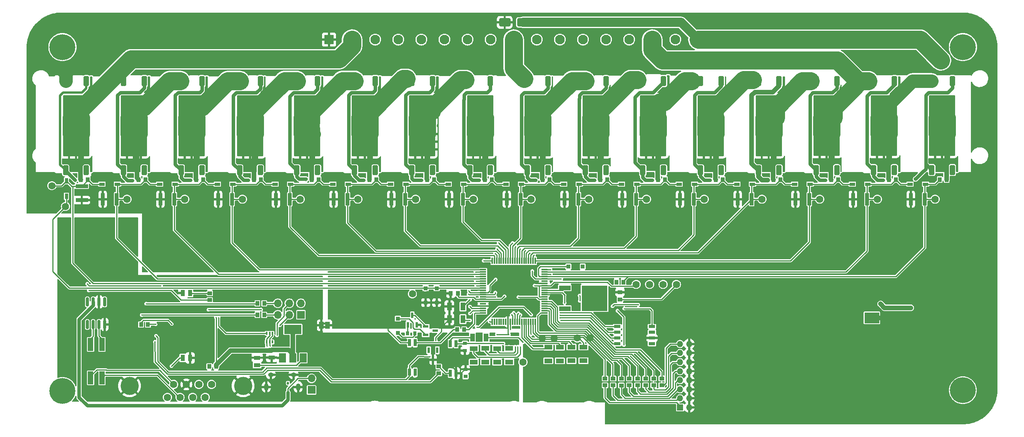
<source format=gbr>
%TF.GenerationSoftware,KiCad,Pcbnew,7.0.5*%
%TF.CreationDate,2024-10-03T13:21:03+03:00*%
%TF.ProjectId,pasive_balance_rev4,70617369-7665-45f6-9261-6c616e63655f,rev?*%
%TF.SameCoordinates,Original*%
%TF.FileFunction,Copper,L1,Top*%
%TF.FilePolarity,Positive*%
%FSLAX46Y46*%
G04 Gerber Fmt 4.6, Leading zero omitted, Abs format (unit mm)*
G04 Created by KiCad (PCBNEW 7.0.5) date 2024-10-03 13:21:03*
%MOMM*%
%LPD*%
G01*
G04 APERTURE LIST*
G04 Aperture macros list*
%AMRoundRect*
0 Rectangle with rounded corners*
0 $1 Rounding radius*
0 $2 $3 $4 $5 $6 $7 $8 $9 X,Y pos of 4 corners*
0 Add a 4 corners polygon primitive as box body*
4,1,4,$2,$3,$4,$5,$6,$7,$8,$9,$2,$3,0*
0 Add four circle primitives for the rounded corners*
1,1,$1+$1,$2,$3*
1,1,$1+$1,$4,$5*
1,1,$1+$1,$6,$7*
1,1,$1+$1,$8,$9*
0 Add four rect primitives between the rounded corners*
20,1,$1+$1,$2,$3,$4,$5,0*
20,1,$1+$1,$4,$5,$6,$7,0*
20,1,$1+$1,$6,$7,$8,$9,0*
20,1,$1+$1,$8,$9,$2,$3,0*%
G04 Aperture macros list end*
%TA.AperFunction,SMDPad,CuDef*%
%ADD10R,0.850000X1.000000*%
%TD*%
%TA.AperFunction,SMDPad,CuDef*%
%ADD11R,0.950000X0.900000*%
%TD*%
%TA.AperFunction,SMDPad,CuDef*%
%ADD12R,1.000000X0.850000*%
%TD*%
%TA.AperFunction,SMDPad,CuDef*%
%ADD13RoundRect,0.150000X-0.150000X0.825000X-0.150000X-0.825000X0.150000X-0.825000X0.150000X0.825000X0*%
%TD*%
%TA.AperFunction,SMDPad,CuDef*%
%ADD14R,0.300000X1.475000*%
%TD*%
%TA.AperFunction,SMDPad,CuDef*%
%ADD15R,1.475000X0.300000*%
%TD*%
%TA.AperFunction,SMDPad,CuDef*%
%ADD16R,1.500000X2.000000*%
%TD*%
%TA.AperFunction,SMDPad,CuDef*%
%ADD17R,3.800000X2.000000*%
%TD*%
%TA.AperFunction,SMDPad,CuDef*%
%ADD18R,1.800000X1.050000*%
%TD*%
%TA.AperFunction,SMDPad,CuDef*%
%ADD19R,0.830000X2.720000*%
%TD*%
%TA.AperFunction,SMDPad,CuDef*%
%ADD20R,1.000000X1.500000*%
%TD*%
%TA.AperFunction,ComponentPad*%
%ADD21C,1.600000*%
%TD*%
%TA.AperFunction,SMDPad,CuDef*%
%ADD22R,1.300000X0.600000*%
%TD*%
%TA.AperFunction,SMDPad,CuDef*%
%ADD23R,1.200000X0.750000*%
%TD*%
%TA.AperFunction,SMDPad,CuDef*%
%ADD24R,0.400000X0.650000*%
%TD*%
%TA.AperFunction,SMDPad,CuDef*%
%ADD25RoundRect,0.250000X0.350000X-0.850000X0.350000X0.850000X-0.350000X0.850000X-0.350000X-0.850000X0*%
%TD*%
%TA.AperFunction,SMDPad,CuDef*%
%ADD26RoundRect,0.250000X1.125000X-1.275000X1.125000X1.275000X-1.125000X1.275000X-1.125000X-1.275000X0*%
%TD*%
%TA.AperFunction,SMDPad,CuDef*%
%ADD27RoundRect,0.249997X2.650003X-2.950003X2.650003X2.950003X-2.650003X2.950003X-2.650003X-2.950003X0*%
%TD*%
%TA.AperFunction,SMDPad,CuDef*%
%ADD28RoundRect,0.250000X-0.350000X0.850000X-0.350000X-0.850000X0.350000X-0.850000X0.350000X0.850000X0*%
%TD*%
%TA.AperFunction,SMDPad,CuDef*%
%ADD29RoundRect,0.250000X-1.125000X1.275000X-1.125000X-1.275000X1.125000X-1.275000X1.125000X1.275000X0*%
%TD*%
%TA.AperFunction,SMDPad,CuDef*%
%ADD30RoundRect,0.249997X-2.650003X2.950003X-2.650003X-2.950003X2.650003X-2.950003X2.650003X2.950003X0*%
%TD*%
%TA.AperFunction,SMDPad,CuDef*%
%ADD31R,0.600000X1.300000*%
%TD*%
%TA.AperFunction,ComponentPad*%
%ADD32C,5.700000*%
%TD*%
%TA.AperFunction,SMDPad,CuDef*%
%ADD33R,0.950000X1.000000*%
%TD*%
%TA.AperFunction,SMDPad,CuDef*%
%ADD34R,0.970000X1.470000*%
%TD*%
%TA.AperFunction,SMDPad,CuDef*%
%ADD35R,1.100000X1.750000*%
%TD*%
%TA.AperFunction,SMDPad,CuDef*%
%ADD36R,0.650000X1.650000*%
%TD*%
%TA.AperFunction,SMDPad,CuDef*%
%ADD37R,1.470000X0.970000*%
%TD*%
%TA.AperFunction,SMDPad,CuDef*%
%ADD38R,1.200000X2.850000*%
%TD*%
%TA.AperFunction,SMDPad,CuDef*%
%ADD39R,0.750000X1.200000*%
%TD*%
%TA.AperFunction,SMDPad,CuDef*%
%ADD40R,0.950000X0.800000*%
%TD*%
%TA.AperFunction,SMDPad,CuDef*%
%ADD41R,1.475000X0.700000*%
%TD*%
%TA.AperFunction,SMDPad,CuDef*%
%ADD42R,0.900000X0.950000*%
%TD*%
%TA.AperFunction,SMDPad,CuDef*%
%ADD43R,1.050000X1.800000*%
%TD*%
%TA.AperFunction,SMDPad,CuDef*%
%ADD44RoundRect,0.250000X1.000000X0.650000X-1.000000X0.650000X-1.000000X-0.650000X1.000000X-0.650000X0*%
%TD*%
%TA.AperFunction,SMDPad,CuDef*%
%ADD45R,0.800000X0.950000*%
%TD*%
%TA.AperFunction,SMDPad,CuDef*%
%ADD46RoundRect,0.112500X0.112500X-0.187500X0.112500X0.187500X-0.112500X0.187500X-0.112500X-0.187500X0*%
%TD*%
%TA.AperFunction,SMDPad,CuDef*%
%ADD47R,2.600000X1.060000*%
%TD*%
%TA.AperFunction,SMDPad,CuDef*%
%ADD48R,5.700000X5.632000*%
%TD*%
%TA.AperFunction,SMDPad,CuDef*%
%ADD49R,1.000000X0.950000*%
%TD*%
%TA.AperFunction,SMDPad,CuDef*%
%ADD50R,2.720000X0.830000*%
%TD*%
%TA.AperFunction,ComponentPad*%
%ADD51R,1.350000X1.350000*%
%TD*%
%TA.AperFunction,ComponentPad*%
%ADD52O,1.350000X1.350000*%
%TD*%
%TA.AperFunction,ComponentPad*%
%ADD53R,1.700000X1.700000*%
%TD*%
%TA.AperFunction,ComponentPad*%
%ADD54O,1.700000X1.700000*%
%TD*%
%TA.AperFunction,ComponentPad*%
%ADD55C,4.000000*%
%TD*%
%TA.AperFunction,ComponentPad*%
%ADD56C,0.500000*%
%TD*%
%TA.AperFunction,SMDPad,CuDef*%
%ADD57R,3.200000X2.400000*%
%TD*%
%TA.AperFunction,ComponentPad*%
%ADD58R,2.100000X2.100000*%
%TD*%
%TA.AperFunction,ComponentPad*%
%ADD59C,2.100000*%
%TD*%
%TA.AperFunction,ComponentPad*%
%ADD60O,1.000000X1.550000*%
%TD*%
%TA.AperFunction,ComponentPad*%
%ADD61O,1.250000X0.950000*%
%TD*%
%TA.AperFunction,ViaPad*%
%ADD62C,0.500000*%
%TD*%
%TA.AperFunction,ViaPad*%
%ADD63C,0.300000*%
%TD*%
%TA.AperFunction,ViaPad*%
%ADD64C,0.800000*%
%TD*%
%TA.AperFunction,Conductor*%
%ADD65C,3.000000*%
%TD*%
%TA.AperFunction,Conductor*%
%ADD66C,1.000000*%
%TD*%
%TA.AperFunction,Conductor*%
%ADD67C,2.000000*%
%TD*%
%TA.AperFunction,Conductor*%
%ADD68C,4.000000*%
%TD*%
%TA.AperFunction,Conductor*%
%ADD69C,5.000000*%
%TD*%
%TA.AperFunction,Conductor*%
%ADD70C,0.250000*%
%TD*%
%TA.AperFunction,Conductor*%
%ADD71C,0.750000*%
%TD*%
%TA.AperFunction,Conductor*%
%ADD72C,0.500000*%
%TD*%
G04 APERTURE END LIST*
%TA.AperFunction,EtchedComponent*%
%TO.C,JP2*%
G36*
X100072000Y-120996000D02*
G01*
X99572000Y-120996000D01*
X99572000Y-120596000D01*
X100072000Y-120596000D01*
X100072000Y-120996000D01*
G37*
%TD.AperFunction*%
%TA.AperFunction,EtchedComponent*%
G36*
X100072000Y-120196000D02*
G01*
X99572000Y-120196000D01*
X99572000Y-119796000D01*
X100072000Y-119796000D01*
X100072000Y-120196000D01*
G37*
%TD.AperFunction*%
%TD*%
D10*
%TO.P,R54,1,1*%
%TO.N,IO0*%
X74484800Y-129438400D03*
%TO.P,R54,2,2*%
%TO.N,+3.3V*%
X75984800Y-129438400D03*
%TD*%
D11*
%TO.P,D8,A*%
%TO.N,VSENSE0*%
X122085007Y-112237793D03*
%TO.P,D8,K*%
%TO.N,Cell 0*%
X122085007Y-115387793D03*
%TD*%
D12*
%TO.P,R90,1,1*%
%TO.N,_AUX2*%
X170470793Y-132112407D03*
%TO.P,R90,2,2*%
%TO.N,AUX2*%
X170470793Y-133612407D03*
%TD*%
D13*
%TO.P,U1,1,TXD*%
%TO.N,CANTX*%
X51485800Y-115239800D03*
%TO.P,U1,2,GND*%
%TO.N,GND*%
X50215800Y-115239800D03*
%TO.P,U1,3,VCC*%
%TO.N,power*%
X48945800Y-115239800D03*
%TO.P,U1,4,RXD*%
%TO.N,CANRX*%
X47675800Y-115239800D03*
%TO.P,U1,5,NC*%
%TO.N,unconnected-(U1-NC-Pad5)*%
X47675800Y-120189800D03*
%TO.P,U1,6,CANL*%
%TO.N,Net-(U1-CANL)*%
X48945800Y-120189800D03*
%TO.P,U1,7,CANH*%
%TO.N,Net-(U1-CANH)*%
X50215800Y-120189800D03*
%TO.P,U1,8,S*%
%TO.N,GND*%
X51485800Y-120189800D03*
%TD*%
D10*
%TO.P,R3,1,1*%
%TO.N,VSENSE16*%
X165601993Y-110866393D03*
%TO.P,R3,2,2*%
%TO.N,Net-(R3-Pad2)*%
X164101993Y-110866393D03*
%TD*%
%TO.P,R19,1,1*%
%TO.N,VSENSE12*%
X187424607Y-88260393D03*
%TO.P,R19,2,2*%
%TO.N,Cell 12*%
X185924607Y-88260393D03*
%TD*%
D14*
%TO.P,IC1,1,VSENSE14*%
%TO.N,VSENSE14*%
X146212607Y-106160393D03*
%TO.P,IC1,2,EQ14*%
%TO.N,EQ14*%
X145712607Y-106160393D03*
%TO.P,IC1,3,VSENSE13*%
%TO.N,VSENSE13*%
X145212607Y-106160393D03*
%TO.P,IC1,4,EQ13*%
%TO.N,EQ13*%
X144712607Y-106160393D03*
%TO.P,IC1,5,VSENSE12*%
%TO.N,VSENSE12*%
X144212607Y-106160393D03*
%TO.P,IC1,6,EQ12*%
%TO.N,EQ12*%
X143712607Y-106160393D03*
%TO.P,IC1,7,VSENSE11*%
%TO.N,VSENSE11*%
X143212607Y-106160393D03*
%TO.P,IC1,8,EQ11*%
%TO.N,EQ11*%
X142712607Y-106160393D03*
%TO.P,IC1,9,VSENSE10*%
%TO.N,VSENSE10*%
X142212607Y-106160393D03*
%TO.P,IC1,10,EQ10*%
%TO.N,EQ10*%
X141712607Y-106160393D03*
%TO.P,IC1,11,VSENSE9*%
%TO.N,VSENSE9*%
X141212607Y-106160393D03*
%TO.P,IC1,12,EQ9*%
%TO.N,EQ9*%
X140712607Y-106160393D03*
%TO.P,IC1,13,VSENSE8*%
%TO.N,VSENSE8*%
X140212607Y-106160393D03*
%TO.P,IC1,14,EQ8*%
%TO.N,EQ8*%
X139712607Y-106160393D03*
%TO.P,IC1,15,VSENSE7*%
%TO.N,VSENSE7*%
X139212607Y-106160393D03*
%TO.P,IC1,16,EQ7*%
%TO.N,EQ7*%
X138712607Y-106160393D03*
%TO.P,IC1,17,VSENSE6*%
%TO.N,VSENSE6*%
X138212607Y-106160393D03*
%TO.P,IC1,18,EQ6*%
%TO.N,EQ6*%
X137712607Y-106160393D03*
%TO.P,IC1,19,VSENSE5*%
%TO.N,VSENSE5*%
X137212607Y-106160393D03*
%TO.P,IC1,20,EQ5*%
%TO.N,EQ5*%
X136712607Y-106160393D03*
D15*
%TO.P,IC1,21,VSENSE4*%
%TO.N,VSENSE4*%
X134724607Y-108148393D03*
%TO.P,IC1,22,EQ4*%
%TO.N,EQ4*%
X134724607Y-108648393D03*
%TO.P,IC1,23,VSENSE3*%
%TO.N,VSENSE3*%
X134724607Y-109148393D03*
%TO.P,IC1,24,EQ3*%
%TO.N,EQ3*%
X134724607Y-109648393D03*
%TO.P,IC1,25,VSENSE2*%
%TO.N,VSENSE2*%
X134724607Y-110148393D03*
%TO.P,IC1,26,EQ2*%
%TO.N,EQ2*%
X134724607Y-110648393D03*
%TO.P,IC1,27,VSENSE1*%
%TO.N,VSENSE1*%
X134724607Y-111148393D03*
%TO.P,IC1,28,EQ1*%
%TO.N,EQ1*%
X134724607Y-111648393D03*
%TO.P,IC1,29,VSENSE0*%
%TO.N,VSENSE0*%
X134724607Y-112148393D03*
%TO.P,IC1,30,DGND1*%
%TO.N,Cell 0*%
X134724607Y-112648393D03*
%TO.P,IC1,31,VM*%
%TO.N,Net-(IC1-VM)*%
X134724607Y-113148393D03*
%TO.P,IC1,32,CHP*%
%TO.N,Net-(IC1-CHP)*%
X134724607Y-113648393D03*
%TO.P,IC1,33,CHM*%
%TO.N,Net-(IC1-CHM)*%
X134724607Y-114148393D03*
%TO.P,IC1,34,VDIG*%
%TO.N,VDIG*%
X134724607Y-114648393D03*
%TO.P,IC1,35,DG_ND2*%
%TO.N,Cell 0*%
X134724607Y-115148393D03*
%TO.P,IC1,36,NC1*%
%TO.N,unconnected-(IC1-NC1-Pad36)*%
X134724607Y-115648393D03*
%TO.P,IC1,37,DG_ND3*%
%TO.N,Cell 0*%
X134724607Y-116148393D03*
%TO.P,IC1,38,TX*%
%TO.N,Net-(IC1-TX)*%
X134724607Y-116648393D03*
%TO.P,IC1,39,RX*%
%TO.N,Net-(IC1-RX)*%
X134724607Y-117148393D03*
%TO.P,IC1,40,FAULT__N*%
%TO.N,FLT_N*%
X134724607Y-117648393D03*
D14*
%TO.P,IC1,41,VIO*%
%TO.N,VIO*%
X136712607Y-119636393D03*
%TO.P,IC1,42,GPIO5*%
%TO.N,GIO5*%
X137212607Y-119636393D03*
%TO.P,IC1,43,GPIO4*%
%TO.N,GIO4*%
X137712607Y-119636393D03*
%TO.P,IC1,44,GPIO3*%
%TO.N,GIO3*%
X138212607Y-119636393D03*
%TO.P,IC1,45,GPIO2*%
%TO.N,GIO2*%
X138712607Y-119636393D03*
%TO.P,IC1,46,GPIO1*%
%TO.N,GIO1*%
X139212607Y-119636393D03*
%TO.P,IC1,47,GPIO0*%
%TO.N,GIO0*%
X139712607Y-119636393D03*
%TO.P,IC1,48,CGND*%
%TO.N,Cell 0*%
X140212607Y-119636393D03*
%TO.P,IC1,49,WAKEUP*%
%TO.N,WAKEUP*%
X140712607Y-119636393D03*
%TO.P,IC1,50,FAULTL+*%
%TO.N,A*%
X141212607Y-119636393D03*
%TO.P,IC1,51,FAULTL-*%
%TO.N,B*%
X141712607Y-119636393D03*
%TO.P,IC1,52,COMML+*%
%TO.N,C*%
X142212607Y-119636393D03*
%TO.P,IC1,53,COMML-*%
%TO.N,D*%
X142712607Y-119636393D03*
%TO.P,IC1,54,COMMH-*%
%TO.N,E*%
X143212607Y-119636393D03*
%TO.P,IC1,55,COMMH+*%
%TO.N,F*%
X143712607Y-119636393D03*
%TO.P,IC1,56,FAULTH-*%
%TO.N,G*%
X144212607Y-119636393D03*
%TO.P,IC1,57,FAULTH+*%
%TO.N,H*%
X144712607Y-119636393D03*
%TO.P,IC1,58,V5VAO*%
%TO.N,V5VAO*%
X145212607Y-119636393D03*
%TO.P,IC1,59,AUX7*%
%TO.N,_AUX7*%
X145712607Y-119636393D03*
%TO.P,IC1,60,AUX6*%
%TO.N,_AUX6*%
X146212607Y-119636393D03*
D15*
%TO.P,IC1,61,AUX5*%
%TO.N,_AUX5*%
X148200607Y-117648393D03*
%TO.P,IC1,62,AUX4*%
%TO.N,_AUX4*%
X148200607Y-117148393D03*
%TO.P,IC1,63,AUX3*%
%TO.N,_AUX3*%
X148200607Y-116648393D03*
%TO.P,IC1,64,AUX2*%
%TO.N,_AUX2*%
X148200607Y-116148393D03*
%TO.P,IC1,65,AUX1*%
%TO.N,_AUX1*%
X148200607Y-115648393D03*
%TO.P,IC1,66,AUX0*%
%TO.N,_AUX0*%
X148200607Y-115148393D03*
%TO.P,IC1,67,VREF*%
%TO.N,Net-(IC1-VREF)*%
X148200607Y-114648393D03*
%TO.P,IC1,68,OUT2*%
%TO.N,Net-(IC1-OUT1)*%
X148200607Y-114148393D03*
%TO.P,IC1,69,AGND3*%
%TO.N,Cell 0*%
X148200607Y-113648393D03*
%TO.P,IC1,70,VP*%
%TO.N,VP1*%
X148200607Y-113148393D03*
%TO.P,IC1,71,NPNB*%
%TO.N,/NPNBASE*%
X148200607Y-112648393D03*
%TO.P,IC1,72,AGND2*%
%TO.N,Cell 0*%
X148200607Y-112148393D03*
%TO.P,IC1,73,OUT1*%
%TO.N,Net-(IC1-OUT1)*%
X148200607Y-111648393D03*
%TO.P,IC1,74,AGND1*%
%TO.N,Cell 0*%
X148200607Y-111148393D03*
%TO.P,IC1,75,NC2*%
%TO.N,unconnected-(IC1-NC2-Pad75)*%
X148200607Y-110648393D03*
%TO.P,IC1,76,TOP*%
%TO.N,Net-(IC1-TOP)*%
X148200607Y-110148393D03*
%TO.P,IC1,77,VSENSE16*%
%TO.N,VSENSE16*%
X148200607Y-109648393D03*
%TO.P,IC1,78,EQ16*%
%TO.N,EQ16*%
X148200607Y-109148393D03*
%TO.P,IC1,79,VSENSE15*%
%TO.N,VSENSE15*%
X148200607Y-108648393D03*
%TO.P,IC1,80,EQ15*%
%TO.N,EQ15*%
X148200607Y-108148393D03*
%TD*%
D16*
%TO.P,U2,1,GND*%
%TO.N,GND*%
X90573800Y-127584200D03*
%TO.P,U2,2,VO*%
%TO.N,+3.3V*%
X92873800Y-127584200D03*
D17*
X92873800Y-121284200D03*
D16*
%TO.P,U2,3,VI*%
%TO.N,power*%
X95173800Y-127584200D03*
%TD*%
D10*
%TO.P,R16,1,1*%
%TO.N,VSENSE13*%
X200124607Y-88260393D03*
%TO.P,R16,2,2*%
%TO.N,Cell 13*%
X198624607Y-88260393D03*
%TD*%
D18*
%TO.P,R46,1,1*%
%TO.N,E*%
X149046493Y-125229993D03*
%TO.P,R46,2,2*%
%TO.N,COMMH-*%
X149046493Y-128229993D03*
%TD*%
D19*
%TO.P,C55,1,1*%
%TO.N,VSENSE8*%
X130302607Y-92578393D03*
%TO.P,C55,2,2*%
%TO.N,Cell 0*%
X127222607Y-92578393D03*
%TD*%
D20*
%TO.P,JP2,1,A*%
%TO.N,Cell 0*%
X100472000Y-120396000D03*
%TO.P,JP2,2,B*%
%TO.N,GND*%
X99172000Y-120396000D03*
%TD*%
D18*
%TO.P,R50,1,1*%
%TO.N,A*%
X140429893Y-125483993D03*
%TO.P,R50,2,2*%
%TO.N,FAULTL+*%
X140429893Y-128483993D03*
%TD*%
D21*
%TO.P,VREF1,1*%
%TO.N,Net-(IC1-VREF)*%
X171361007Y-111374393D03*
%TD*%
D22*
%TO.P,IC3,1,G*%
%TO.N,Net-(IC3-G)*%
X122093207Y-120609793D03*
%TO.P,IC3,2,S*%
%TO.N,Net-(IC3-S)*%
X122093207Y-122509793D03*
%TO.P,IC3,3,D*%
%TO.N,VIO*%
X124193207Y-121559793D03*
%TD*%
D18*
%TO.P,R48,1,1*%
%TO.N,C*%
X135197493Y-125483993D03*
%TO.P,R48,2,2*%
%TO.N,COMML+*%
X135197493Y-128483993D03*
%TD*%
D23*
%TO.P,Z6,1,K*%
%TO.N,VSENSE11*%
X168562607Y-89276393D03*
%TO.P,Z6,2,A*%
%TO.N,VSENSE10*%
X165162607Y-89276393D03*
%TD*%
D12*
%TO.P,R34,1,1*%
%TO.N,Net-(Q18-ANODE)*%
X124980607Y-129483193D03*
%TO.P,R34,2,2*%
%TO.N,MCU_WAKEUP*%
X124980607Y-130983193D03*
%TD*%
D19*
%TO.P,C25,1,1*%
%TO.N,VSENSE13*%
X193802607Y-92578393D03*
%TO.P,C25,2,2*%
%TO.N,Cell 0*%
X190722607Y-92578393D03*
%TD*%
%TO.P,C59,1,1*%
%TO.N,VSENSE4*%
X79502607Y-92578393D03*
%TO.P,C59,2,2*%
%TO.N,Cell 0*%
X76422607Y-92578393D03*
%TD*%
D24*
%TO.P,Q20,1,E1*%
%TO.N,RTS*%
X87096600Y-124053600D03*
%TO.P,Q20,2,B1*%
%TO.N,DTR*%
X87746600Y-124053600D03*
%TO.P,Q20,3,C2*%
%TO.N,IO0*%
X88396600Y-124053600D03*
%TO.P,Q20,4,E2*%
%TO.N,DTR*%
X88396600Y-122153600D03*
%TO.P,Q20,5,B2*%
%TO.N,RTS*%
X87746600Y-122153600D03*
%TO.P,Q20,6,C1*%
%TO.N,EN*%
X87096600Y-122153600D03*
%TD*%
D25*
%TO.P,Q17,1,G*%
%TO.N,Net-(Q17-G)*%
X42881200Y-86216600D03*
D26*
%TO.P,Q17,2,D*%
%TO.N,Cell 1*%
X43636200Y-81591600D03*
X46686200Y-81591600D03*
D27*
X45161200Y-79916600D03*
D26*
X43636200Y-78241600D03*
X46686200Y-78241600D03*
D25*
%TO.P,Q17,3,S*%
%TO.N,Cell 0*%
X47441200Y-86216600D03*
%TD*%
D10*
%TO.P,R62,1,1*%
%TO.N,VSENSE7*%
X123912607Y-88260393D03*
%TO.P,R62,2,2*%
%TO.N,Cell 7*%
X122412607Y-88260393D03*
%TD*%
D28*
%TO.P,Q29,1,G*%
%TO.N,Net-(Q10-G)*%
X136340200Y-66573400D03*
D29*
%TO.P,Q29,2,D*%
%TO.N,Cell 8*%
X135585200Y-71198400D03*
X132535200Y-71198400D03*
D30*
X134060200Y-72873400D03*
D29*
X135585200Y-74548400D03*
X132535200Y-74548400D03*
D28*
%TO.P,Q29,3,S*%
%TO.N,Cell 7*%
X131780200Y-66573400D03*
%TD*%
D10*
%TO.P,R68,1,1*%
%TO.N,VSENSE5*%
X98524607Y-88260393D03*
%TO.P,R68,2,2*%
%TO.N,Cell 5*%
X97024607Y-88260393D03*
%TD*%
%TO.P,R22,1,1*%
%TO.N,VSENSE11*%
X174736607Y-88260393D03*
%TO.P,R22,2,2*%
%TO.N,Cell 11*%
X173236607Y-88260393D03*
%TD*%
D19*
%TO.P,C16,1,1*%
%TO.N,VSENSE16*%
X231902607Y-92578393D03*
%TO.P,C16,2,2*%
%TO.N,Cell 0*%
X228822607Y-92578393D03*
%TD*%
D21*
%TO.P,CHP1,1*%
%TO.N,Net-(IC1-CHP)*%
X119164007Y-113457193D03*
%TD*%
D31*
%TO.P,IC5,1,G*%
%TO.N,VG*%
X118203807Y-120289793D03*
%TO.P,IC5,2,S*%
%TO.N,Cell 0*%
X120103807Y-120289793D03*
%TO.P,IC5,3,D*%
%TO.N,Net-(IC3-G)*%
X119153807Y-118189793D03*
%TD*%
D19*
%TO.P,C32,1,1*%
%TO.N,VSENSE10*%
X155702607Y-92578393D03*
%TO.P,C32,2,2*%
%TO.N,Cell 0*%
X152622607Y-92578393D03*
%TD*%
D21*
%TO.P,BAT2,1*%
%TO.N,VSENSE2*%
X56372607Y-92578393D03*
%TD*%
D10*
%TO.P,R41,1,1*%
%TO.N,ESP_TX*%
X86576600Y-115544600D03*
%TO.P,R41,2,2*%
%TO.N,Net-(IC6-TXD0)*%
X85076600Y-115544600D03*
%TD*%
D21*
%TO.P,BAT6,1*%
%TO.N,VSENSE6*%
X107172607Y-92578393D03*
%TD*%
D18*
%TO.P,R45,1,1*%
%TO.N,F*%
X151611893Y-125229993D03*
%TO.P,R45,2,2*%
%TO.N,COMMH+*%
X151611893Y-128229993D03*
%TD*%
D21*
%TO.P,VP1,1*%
%TO.N,VP1*%
X177253807Y-111374393D03*
%TD*%
D23*
%TO.P,Z11,1,K*%
%TO.N,VSENSE6*%
X105062607Y-89276393D03*
%TO.P,Z11,2,A*%
%TO.N,VSENSE5*%
X101662607Y-89276393D03*
%TD*%
D21*
%TO.P,BAT7,1*%
%TO.N,VSENSE7*%
X119872607Y-92578393D03*
%TD*%
D12*
%TO.P,R100,1,1*%
%TO.N,_AUX7*%
X161555393Y-132128207D03*
%TO.P,R100,2,2*%
%TO.N,AUX7*%
X161555393Y-133628207D03*
%TD*%
D19*
%TO.P,C61,1,1*%
%TO.N,VSENSE2*%
X54102607Y-92578393D03*
%TO.P,C61,2,2*%
%TO.N,Cell 0*%
X51022607Y-92578393D03*
%TD*%
D25*
%TO.P,Q16,1,G*%
%TO.N,Net-(Q16-G)*%
X55607600Y-86207000D03*
D26*
%TO.P,Q16,2,D*%
%TO.N,Cell 2*%
X56362600Y-81582000D03*
X59412600Y-81582000D03*
D27*
X57887600Y-79907000D03*
D26*
X56362600Y-78232000D03*
X59412600Y-78232000D03*
D25*
%TO.P,Q16,3,S*%
%TO.N,Cell 1*%
X60167600Y-86207000D03*
%TD*%
D32*
%TO.P,REF\u002A\u002A,1*%
%TO.N,N/C*%
X42169993Y-134862393D03*
%TD*%
D23*
%TO.P,Z1,1,K*%
%TO.N,VSENSE16*%
X232062607Y-89276393D03*
%TO.P,Z1,2,A*%
%TO.N,VSENSE15*%
X228662607Y-89276393D03*
%TD*%
D28*
%TO.P,Q36,1,G*%
%TO.N,Net-(Q17-G)*%
X47442200Y-66573400D03*
D29*
%TO.P,Q36,2,D*%
%TO.N,Cell 1*%
X46687200Y-71198400D03*
X43637200Y-71198400D03*
D30*
X45162200Y-72873400D03*
D29*
X46687200Y-74548400D03*
X43637200Y-74548400D03*
D28*
%TO.P,Q36,3,S*%
%TO.N,Cell 0*%
X42882200Y-66573400D03*
%TD*%
D33*
%TO.P,C50,1,1*%
%TO.N,Cell 0*%
X127597007Y-113355593D03*
%TO.P,C50,2,2*%
%TO.N,VDIG*%
X129197007Y-113355593D03*
%TD*%
D28*
%TO.P,Q25,1,G*%
%TO.N,Net-(Q25-G)*%
X187114800Y-66573400D03*
D29*
%TO.P,Q25,2,D*%
%TO.N,Cell 12*%
X186359800Y-71198400D03*
X183309800Y-71198400D03*
D30*
X184834800Y-72873400D03*
D29*
X186359800Y-74548400D03*
X183309800Y-74548400D03*
D28*
%TO.P,Q25,3,S*%
%TO.N,Cell 11*%
X182554800Y-66573400D03*
%TD*%
%TO.P,Q30,1,G*%
%TO.N,Net-(Q11-G)*%
X123590400Y-66573400D03*
D29*
%TO.P,Q30,2,D*%
%TO.N,Cell 7*%
X122835400Y-71198400D03*
X119785400Y-71198400D03*
D30*
X121310400Y-72873400D03*
D29*
X122835400Y-74548400D03*
X119785400Y-74548400D03*
D28*
%TO.P,Q30,3,S*%
%TO.N,Cell 6*%
X119030400Y-66573400D03*
%TD*%
D25*
%TO.P,Q3,1,G*%
%TO.N,Net-(Q22-G)*%
X220655800Y-86165800D03*
D26*
%TO.P,Q3,2,D*%
%TO.N,Cell 15*%
X221410800Y-81540800D03*
X224460800Y-81540800D03*
D27*
X222935800Y-79865800D03*
D26*
X221410800Y-78190800D03*
X224460800Y-78190800D03*
D25*
%TO.P,Q3,3,S*%
%TO.N,Cell 14*%
X225215800Y-86165800D03*
%TD*%
D21*
%TO.P,BAT3,1*%
%TO.N,VSENSE3*%
X69072607Y-92578393D03*
%TD*%
D28*
%TO.P,Q34,1,G*%
%TO.N,Net-(Q15-G)*%
X72867600Y-66573400D03*
D29*
%TO.P,Q34,2,D*%
%TO.N,Cell 3*%
X72112600Y-71198400D03*
X69062600Y-71198400D03*
D30*
X70587600Y-72873400D03*
D29*
X72112600Y-74548400D03*
X69062600Y-74548400D03*
D28*
%TO.P,Q34,3,S*%
%TO.N,Cell 2*%
X68307600Y-66573400D03*
%TD*%
D34*
%TO.P,C3,1,1*%
%TO.N,GND*%
X70273600Y-127584200D03*
%TO.P,C3,2,2*%
%TO.N,IO0*%
X68613600Y-127584200D03*
%TD*%
D25*
%TO.P,Q6,1,G*%
%TO.N,Net-(Q25-G)*%
X182561800Y-86207600D03*
D26*
%TO.P,Q6,2,D*%
%TO.N,Cell 12*%
X183316800Y-81582600D03*
X186366800Y-81582600D03*
D27*
X184841800Y-79907600D03*
D26*
X183316800Y-78232600D03*
X186366800Y-78232600D03*
D25*
%TO.P,Q6,3,S*%
%TO.N,Cell 11*%
X187121800Y-86207600D03*
%TD*%
D12*
%TO.P,R92,1,1*%
%TO.N,_AUX3*%
X168692793Y-132128207D03*
%TO.P,R92,2,2*%
%TO.N,AUX3*%
X168692793Y-133628207D03*
%TD*%
D23*
%TO.P,Z7,1,K*%
%TO.N,VSENSE10*%
X155862607Y-89276393D03*
%TO.P,Z7,2,A*%
%TO.N,VSENSE9*%
X152462607Y-89276393D03*
%TD*%
D31*
%TO.P,D3,1,Input*%
%TO.N,MCU_WAKEUP*%
X124660607Y-125869193D03*
%TO.P,D3,2,Input*%
%TO.N,MCU_FAULT*%
X122760607Y-125869193D03*
%TO.P,D3,3,Output*%
%TO.N,GND*%
X123710607Y-127969193D03*
%TD*%
D10*
%TO.P,R7,1,1*%
%TO.N,Cell 16*%
X236700607Y-88260393D03*
%TO.P,R7,2,2*%
%TO.N,VSENSE16*%
X235200607Y-88260393D03*
%TD*%
D12*
%TO.P,R95,1,1*%
%TO.N,_AUX4*%
X166889393Y-132114808D03*
%TO.P,R95,2,2*%
%TO.N,AUX4*%
X166889393Y-133614808D03*
%TD*%
D25*
%TO.P,Q9,1,G*%
%TO.N,Net-(Q28-G)*%
X144461800Y-86207600D03*
D26*
%TO.P,Q9,2,D*%
%TO.N,Cell 9*%
X145216800Y-81582600D03*
X148266800Y-81582600D03*
D27*
X146741800Y-79907600D03*
D26*
X145216800Y-78232600D03*
X148266800Y-78232600D03*
D25*
%TO.P,Q9,3,S*%
%TO.N,Cell 8*%
X149021800Y-86207600D03*
%TD*%
D35*
%TO.P,LED3,1,K*%
%TO.N,Cell 0*%
X127290607Y-116251193D03*
%TO.P,LED3,2,A*%
%TO.N,Net-(LED3-A)*%
X130290607Y-116251193D03*
%TD*%
D21*
%TO.P,BAT13,1*%
%TO.N,VSENSE13*%
X196072607Y-92578393D03*
%TD*%
D10*
%TO.P,R65,1,1*%
%TO.N,VSENSE6*%
X111224607Y-88260393D03*
%TO.P,R65,2,2*%
%TO.N,Cell 6*%
X109724607Y-88260393D03*
%TD*%
D28*
%TO.P,Q33,1,G*%
%TO.N,Net-(Q14-G)*%
X85718000Y-66573400D03*
D29*
%TO.P,Q33,2,D*%
%TO.N,Cell 4*%
X84963000Y-71198400D03*
X81913000Y-71198400D03*
D30*
X83438000Y-72873400D03*
D29*
X84963000Y-74548400D03*
X81913000Y-74548400D03*
D28*
%TO.P,Q33,3,S*%
%TO.N,Cell 3*%
X81158000Y-66573400D03*
%TD*%
D10*
%TO.P,R10,1,1*%
%TO.N,VSENSE15*%
X225524607Y-88260393D03*
%TO.P,R10,2,2*%
%TO.N,Cell 15*%
X224024607Y-88260393D03*
%TD*%
D36*
%TO.P,Q19,1,ANODE*%
%TO.N,Net-(Q19-ANODE)*%
X119773607Y-124229193D03*
%TO.P,Q19,2,CATHODE*%
%TO.N,Cell 0*%
X118503607Y-124229193D03*
%TO.P,Q19,3,EMITTER*%
%TO.N,MCU_FAULT*%
X118503607Y-130729193D03*
%TO.P,Q19,4,COLLECTOR*%
%TO.N,VCC*%
X119773607Y-130729193D03*
%TD*%
D19*
%TO.P,C28,1,1*%
%TO.N,VSENSE12*%
X181102607Y-92578393D03*
%TO.P,C28,2,2*%
%TO.N,Cell 0*%
X178022607Y-92578393D03*
%TD*%
D10*
%TO.P,R71,1,1*%
%TO.N,VSENSE4*%
X85824607Y-88260393D03*
%TO.P,R71,2,2*%
%TO.N,Cell 4*%
X84324607Y-88260393D03*
%TD*%
D28*
%TO.P,Q22,1,G*%
%TO.N,Net-(Q22-G)*%
X225221800Y-66573400D03*
D29*
%TO.P,Q22,2,D*%
%TO.N,Cell 15*%
X224466800Y-71198400D03*
X221416800Y-71198400D03*
D30*
X222941800Y-72873400D03*
D29*
X224466800Y-74548400D03*
X221416800Y-74548400D03*
D28*
%TO.P,Q22,3,S*%
%TO.N,Cell 14*%
X220661800Y-66573400D03*
%TD*%
D23*
%TO.P,Z3,1,K*%
%TO.N,VSENSE14*%
X206662607Y-89276393D03*
%TO.P,Z3,2,A*%
%TO.N,VSENSE13*%
X203262607Y-89276393D03*
%TD*%
D19*
%TO.P,C60,1,1*%
%TO.N,VSENSE3*%
X66802607Y-92578393D03*
%TO.P,C60,2,2*%
%TO.N,Cell 0*%
X63722607Y-92578393D03*
%TD*%
D23*
%TO.P,Z10,1,K*%
%TO.N,VSENSE7*%
X117762607Y-89276393D03*
%TO.P,Z10,2,A*%
%TO.N,VSENSE6*%
X114362607Y-89276393D03*
%TD*%
D28*
%TO.P,Q35,1,G*%
%TO.N,Net-(Q16-G)*%
X60172600Y-66573400D03*
D29*
%TO.P,Q35,2,D*%
%TO.N,Cell 2*%
X59417600Y-71198400D03*
X56367600Y-71198400D03*
D30*
X57892600Y-72873400D03*
D29*
X59417600Y-74548400D03*
X56367600Y-74548400D03*
D28*
%TO.P,Q35,3,S*%
%TO.N,Cell 1*%
X55612600Y-66573400D03*
%TD*%
D37*
%TO.P,C2,1,1*%
%TO.N,power*%
X85013800Y-129201600D03*
%TO.P,C2,2,2*%
%TO.N,GND*%
X85013800Y-127541600D03*
%TD*%
D21*
%TO.P,BAT10,1*%
%TO.N,VSENSE10*%
X157972607Y-92578393D03*
%TD*%
D37*
%TO.P,C11,1,1*%
%TO.N,+3.3V*%
X88214200Y-125839800D03*
%TO.P,C11,2,2*%
%TO.N,GND*%
X88214200Y-127499800D03*
%TD*%
D21*
%TO.P,BAT4,1*%
%TO.N,VSENSE4*%
X81772607Y-92578393D03*
%TD*%
D38*
%TO.P,L2,1,1*%
%TO.N,Net-(U1-CANH)*%
X50876200Y-124612400D03*
%TO.P,L2,2,2*%
%TO.N,CANH*%
X50876200Y-131962400D03*
%TO.P,L2,3,3*%
%TO.N,Net-(U1-CANL)*%
X48376200Y-124612400D03*
%TO.P,L2,4,4*%
%TO.N,CANL*%
X48376200Y-131962400D03*
%TD*%
D21*
%TO.P,V5VA0,1*%
%TO.N,V5VAO*%
X143500600Y-128504000D03*
%TD*%
D12*
%TO.P,R88,1,1*%
%TO.N,_AUX1*%
X172248793Y-132112407D03*
%TO.P,R88,2,2*%
%TO.N,AUX1*%
X172248793Y-133612407D03*
%TD*%
D10*
%TO.P,R25,1,1*%
%TO.N,VSENSE10*%
X162024607Y-88260393D03*
%TO.P,R25,2,2*%
%TO.N,Cell 10*%
X160524607Y-88260393D03*
%TD*%
D28*
%TO.P,Q28,1,G*%
%TO.N,Net-(Q28-G)*%
X149016800Y-66573400D03*
D29*
%TO.P,Q28,2,D*%
%TO.N,Cell 9*%
X148261800Y-71198400D03*
X145211800Y-71198400D03*
D30*
X146736800Y-72873400D03*
D29*
X148261800Y-74548400D03*
X145211800Y-74548400D03*
D28*
%TO.P,Q28,3,S*%
%TO.N,Cell 8*%
X144456800Y-66573400D03*
%TD*%
D39*
%TO.P,Z16,1,K*%
%TO.N,VSENSE1*%
X43053000Y-88546200D03*
%TO.P,Z16,2,A*%
%TO.N,VSENSE0*%
X43053000Y-91946200D03*
%TD*%
D28*
%TO.P,Q27,1,G*%
%TO.N,Net-(Q27-G)*%
X161767600Y-66573400D03*
D29*
%TO.P,Q27,2,D*%
%TO.N,Cell 10*%
X161012600Y-71198400D03*
X157962600Y-71198400D03*
D30*
X159487600Y-72873400D03*
D29*
X161012600Y-74548400D03*
X157962600Y-74548400D03*
D28*
%TO.P,Q27,3,S*%
%TO.N,Cell 9*%
X157207600Y-66573400D03*
%TD*%
D36*
%TO.P,Q18,1,ANODE*%
%TO.N,Net-(Q18-ANODE)*%
X127520607Y-130931193D03*
%TO.P,Q18,2,CATHODE*%
%TO.N,GND*%
X128790607Y-130931193D03*
%TO.P,Q18,3,EMITTER*%
%TO.N,WAKEUP*%
X128790607Y-124431193D03*
%TO.P,Q18,4,COLLECTOR*%
%TO.N,Net-(Q18-COLLECTOR)*%
X127520607Y-124431193D03*
%TD*%
D10*
%TO.P,R59,1,1*%
%TO.N,VSENSE8*%
X136624607Y-88260393D03*
%TO.P,R59,2,2*%
%TO.N,Cell 8*%
X135124607Y-88260393D03*
%TD*%
D21*
%TO.P,BAT14,1*%
%TO.N,VSENSE14*%
X208772607Y-92578393D03*
%TD*%
D25*
%TO.P,Q10,1,G*%
%TO.N,Net-(Q10-G)*%
X131782200Y-86207000D03*
D26*
%TO.P,Q10,2,D*%
%TO.N,Cell 8*%
X132537200Y-81582000D03*
X135587200Y-81582000D03*
D27*
X134062200Y-79907000D03*
D26*
X132537200Y-78232000D03*
X135587200Y-78232000D03*
D25*
%TO.P,Q10,3,S*%
%TO.N,Cell 7*%
X136342200Y-86207000D03*
%TD*%
D21*
%TO.P,BAT11,1*%
%TO.N,VSENSE11*%
X170672607Y-92578393D03*
%TD*%
D40*
%TO.P,R28,1,1*%
%TO.N,GND*%
X130721007Y-125991993D03*
%TO.P,R28,2,2*%
%TO.N,WAKEUP*%
X130721007Y-124391993D03*
%TD*%
D19*
%TO.P,C34,1,1*%
%TO.N,VSENSE9*%
X143002607Y-92578393D03*
%TO.P,C34,2,2*%
%TO.N,Cell 0*%
X139922607Y-92578393D03*
%TD*%
D28*
%TO.P,Q31,1,G*%
%TO.N,Net-(Q12-G)*%
X110998000Y-66548000D03*
D29*
%TO.P,Q31,2,D*%
%TO.N,Cell 6*%
X110243000Y-71173000D03*
X107193000Y-71173000D03*
D30*
X108718000Y-72848000D03*
D29*
X110243000Y-74523000D03*
X107193000Y-74523000D03*
D28*
%TO.P,Q31,3,S*%
%TO.N,Cell 5*%
X106438000Y-66548000D03*
%TD*%
%TO.P,Q26,1,G*%
%TO.N,Net-(Q26-G)*%
X174414800Y-66573400D03*
D29*
%TO.P,Q26,2,D*%
%TO.N,Cell 11*%
X173659800Y-71198400D03*
X170609800Y-71198400D03*
D30*
X172134800Y-72873400D03*
D29*
X173659800Y-74548400D03*
X170609800Y-74548400D03*
D28*
%TO.P,Q26,3,S*%
%TO.N,Cell 10*%
X169854800Y-66573400D03*
%TD*%
D19*
%TO.P,C56,1,1*%
%TO.N,VSENSE7*%
X117602607Y-92578393D03*
%TO.P,C56,2,2*%
%TO.N,Cell 0*%
X114522607Y-92578393D03*
%TD*%
%TO.P,C58,1,1*%
%TO.N,VSENSE5*%
X92202607Y-92578393D03*
%TO.P,C58,2,2*%
%TO.N,Cell 0*%
X89122607Y-92578393D03*
%TD*%
D41*
%TO.P,S1,1,1*%
%TO.N,VIO*%
X164221007Y-120645393D03*
%TO.P,S1,2,2*%
%TO.N,C*%
X164221007Y-121915393D03*
%TO.P,S1,3,3*%
%TO.N,VG*%
X164221007Y-123185393D03*
%TO.P,S1,4,4*%
%TO.N,D*%
X164221007Y-124455393D03*
%TO.P,S1,5,5*%
%TO.N,Net-(R40-Pad1)*%
X171897007Y-124455393D03*
%TO.P,S1,6,6*%
%TO.N,Cell 0*%
X171897007Y-123185393D03*
%TO.P,S1,7,7*%
%TO.N,Net-(R39-Pad1)*%
X171897007Y-121915393D03*
%TO.P,S1,8,8*%
%TO.N,VIO-REG*%
X171897007Y-120645393D03*
%TD*%
D32*
%TO.P,REF\u002A\u002A,1*%
%TO.N,N/C*%
X240289993Y-134716607D03*
%TD*%
D25*
%TO.P,Q11,1,G*%
%TO.N,Net-(Q11-G)*%
X119031400Y-86207000D03*
D26*
%TO.P,Q11,2,D*%
%TO.N,Cell 7*%
X119786400Y-81582000D03*
X122836400Y-81582000D03*
D27*
X121311400Y-79907000D03*
D26*
X119786400Y-78232000D03*
X122836400Y-78232000D03*
D25*
%TO.P,Q11,3,S*%
%TO.N,Cell 6*%
X123591400Y-86207000D03*
%TD*%
D10*
%TO.P,R13,1,1*%
%TO.N,VSENSE14*%
X212824607Y-88260393D03*
%TO.P,R13,2,2*%
%TO.N,Cell 14*%
X211324607Y-88260393D03*
%TD*%
D28*
%TO.P,Q24,1,G*%
%TO.N,Net-(Q24-G)*%
X199842200Y-66573400D03*
D29*
%TO.P,Q24,2,D*%
%TO.N,Cell 13*%
X199087200Y-71198400D03*
X196037200Y-71198400D03*
D30*
X197562200Y-72873400D03*
D29*
X199087200Y-74548400D03*
X196037200Y-74548400D03*
D28*
%TO.P,Q24,3,S*%
%TO.N,Cell 12*%
X195282200Y-66573400D03*
%TD*%
D19*
%TO.P,C24,1,1*%
%TO.N,VSENSE14*%
X206502607Y-92578393D03*
%TO.P,C24,2,2*%
%TO.N,Cell 0*%
X203422607Y-92578393D03*
%TD*%
D28*
%TO.P,Q23,1,G*%
%TO.N,Net-(Q23-G)*%
X212565600Y-66573400D03*
D29*
%TO.P,Q23,2,D*%
%TO.N,Cell 14*%
X211810600Y-71198400D03*
X208760600Y-71198400D03*
D30*
X210285600Y-72873400D03*
D29*
X211810600Y-74548400D03*
X208760600Y-74548400D03*
D28*
%TO.P,Q23,3,S*%
%TO.N,Cell 13*%
X208005600Y-66573400D03*
%TD*%
D42*
%TO.P,D5,A*%
%TO.N,VSENSE16*%
X153497993Y-107437393D03*
%TO.P,D5,K*%
%TO.N,Net-(IC1-TOP)*%
X156647993Y-107437393D03*
%TD*%
D43*
%TO.P,R27,1,1*%
%TO.N,V5VAO*%
X135370607Y-123109193D03*
%TO.P,R27,2,2*%
%TO.N,Net-(Q18-COLLECTOR)*%
X132370607Y-123109193D03*
%TD*%
D11*
%TO.P,D1,A*%
%TO.N,VCC*%
X115989007Y-122067793D03*
%TO.P,D1,K*%
%TO.N,Net-(IC3-S)*%
X115989007Y-118917793D03*
%TD*%
D25*
%TO.P,Q13,1,G*%
%TO.N,Net-(Q13-G)*%
X93738000Y-86207600D03*
D26*
%TO.P,Q13,2,D*%
%TO.N,Cell 5*%
X94493000Y-81582600D03*
X97543000Y-81582600D03*
D27*
X96018000Y-79907600D03*
D26*
X94493000Y-78232600D03*
X97543000Y-78232600D03*
D25*
%TO.P,Q13,3,S*%
%TO.N,Cell 4*%
X98298000Y-86207600D03*
%TD*%
D44*
%TO.P,D6,1,A1*%
%TO.N,Cell 16*%
X143478000Y-53594000D03*
%TO.P,D6,2,A2*%
%TO.N,Cell 0*%
X139478000Y-53594000D03*
%TD*%
D21*
%TO.P,COMMH+1,1*%
%TO.N,COMMH+*%
X150358600Y-123297000D03*
%TD*%
D23*
%TO.P,Z15,1,K*%
%TO.N,VSENSE2*%
X54262607Y-89276393D03*
%TO.P,Z15,2,A*%
%TO.N,VSENSE1*%
X50862607Y-89276393D03*
%TD*%
D10*
%TO.P,R80,1,1*%
%TO.N,VSENSE1*%
X47724607Y-88260393D03*
%TO.P,R80,2,2*%
%TO.N,Cell 1*%
X46224607Y-88260393D03*
%TD*%
D21*
%TO.P,BAT1,1*%
%TO.N,VSENSE1*%
X39852600Y-89611200D03*
%TD*%
D23*
%TO.P,Z14,1,K*%
%TO.N,VSENSE3*%
X66962607Y-89276393D03*
%TO.P,Z14,2,A*%
%TO.N,VSENSE2*%
X63562607Y-89276393D03*
%TD*%
D19*
%TO.P,C17,1,1*%
%TO.N,VSENSE15*%
X219186608Y-92578393D03*
%TO.P,C17,2,2*%
%TO.N,Cell 0*%
X216106608Y-92578393D03*
%TD*%
D45*
%TO.P,R37,1,1*%
%TO.N,VG*%
X118110007Y-122169393D03*
%TO.P,R37,2,2*%
%TO.N,VCC*%
X119710007Y-122169393D03*
%TD*%
D28*
%TO.P,Q21,1,G*%
%TO.N,Net-(Q2-G)*%
X237993000Y-66574000D03*
D29*
%TO.P,Q21,2,D*%
%TO.N,Cell 16*%
X237238000Y-71199000D03*
X234188000Y-71199000D03*
D30*
X235713000Y-72874000D03*
D29*
X237238000Y-74549000D03*
X234188000Y-74549000D03*
D28*
%TO.P,Q21,3,S*%
%TO.N,Cell 15*%
X233433000Y-66574000D03*
%TD*%
D46*
%TO.P,D9,1,K*%
%TO.N,power*%
X91795600Y-135238200D03*
%TO.P,D9,2,A*%
%TO.N,Net-(D9-A)*%
X91795600Y-133138200D03*
%TD*%
D19*
%TO.P,C57,1,1*%
%TO.N,VSENSE6*%
X104902607Y-92578393D03*
%TO.P,C57,2,2*%
%TO.N,Cell 0*%
X101822607Y-92578393D03*
%TD*%
D23*
%TO.P,Z12,1,K*%
%TO.N,VSENSE5*%
X92362607Y-89276393D03*
%TO.P,Z12,2,A*%
%TO.N,VSENSE4*%
X88962607Y-89276393D03*
%TD*%
D10*
%TO.P,R42,1,1*%
%TO.N,ESP_RX*%
X86576600Y-118094600D03*
%TO.P,R42,2,2*%
%TO.N,Net-(IC6-RXD0)*%
X85076600Y-118094600D03*
%TD*%
D34*
%TO.P,C1,1,1*%
%TO.N,GND*%
X68613600Y-113309400D03*
%TO.P,C1,2,2*%
%TO.N,EN*%
X70273600Y-113309400D03*
%TD*%
D47*
%TO.P,Q1,1,B*%
%TO.N,/NPNBASE*%
X152701993Y-112136393D03*
D48*
%TO.P,Q1,2,C*%
%TO.N,Net-(Q1-C)*%
X159250993Y-114422393D03*
D47*
%TO.P,Q1,3,E*%
%TO.N,VP1*%
X152701993Y-116708393D03*
%TD*%
D12*
%TO.P,R96,1,1*%
%TO.N,_AUX6*%
X163333393Y-132128207D03*
%TO.P,R96,2,2*%
%TO.N,AUX6*%
X163333393Y-133628207D03*
%TD*%
D25*
%TO.P,Q2,1,G*%
%TO.N,Net-(Q2-G)*%
X233426000Y-86156800D03*
D26*
%TO.P,Q2,2,D*%
%TO.N,Cell 16*%
X234181000Y-81531800D03*
X237231000Y-81531800D03*
D27*
X235706000Y-79856800D03*
D26*
X234181000Y-78181800D03*
X237231000Y-78181800D03*
D25*
%TO.P,Q2,3,S*%
%TO.N,Cell 15*%
X237986000Y-86156800D03*
%TD*%
D18*
%TO.P,R47,1,1*%
%TO.N,D*%
X132657493Y-125509393D03*
%TO.P,R47,2,2*%
%TO.N,COMML-*%
X132657493Y-128509393D03*
%TD*%
D21*
%TO.P,FAULTH+1,1*%
%TO.N,FAULTH+*%
X158232600Y-123170000D03*
%TD*%
D35*
%TO.P,LED1,1,K*%
%TO.N,Cell 0*%
X127290607Y-119045193D03*
%TO.P,LED1,2,A*%
%TO.N,Net-(LED1-A)*%
X130290607Y-119045193D03*
%TD*%
D32*
%TO.P,REF\u002A\u002A,1*%
%TO.N,N/C*%
X42169993Y-59050393D03*
%TD*%
D10*
%TO.P,R77,1,1*%
%TO.N,VSENSE2*%
X60424607Y-88260393D03*
%TO.P,R77,2,2*%
%TO.N,Cell 2*%
X58924607Y-88260393D03*
%TD*%
%TO.P,R84,1,1*%
%TO.N,Net-(IC6-IO13)*%
X60973400Y-120218200D03*
%TO.P,R84,2,2*%
%TO.N,Net-(LED4-A)*%
X59473400Y-120218200D03*
%TD*%
%TO.P,R36,1,1*%
%TO.N,Net-(Q19-ANODE)*%
X129056607Y-121331193D03*
%TO.P,R36,2,2*%
%TO.N,FLT_N*%
X130556607Y-121331193D03*
%TD*%
D40*
%TO.P,R29,1,1*%
%TO.N,VCC*%
X130848007Y-131681593D03*
%TO.P,R29,2,2*%
%TO.N,GND*%
X130848007Y-130081593D03*
%TD*%
D21*
%TO.P,BAT8,1*%
%TO.N,VSENSE8*%
X132572607Y-92578393D03*
%TD*%
D12*
%TO.P,R53,1,1*%
%TO.N,EN*%
X74599800Y-113321400D03*
%TO.P,R53,2,2*%
%TO.N,+3.3V*%
X74599800Y-114821400D03*
%TD*%
D18*
%TO.P,R43,1,1*%
%TO.N,H*%
X156818893Y-125204593D03*
%TO.P,R43,2,2*%
%TO.N,FAULTH+*%
X156818893Y-128204593D03*
%TD*%
D12*
%TO.P,R99,1,1*%
%TO.N,_AUX5*%
X165136792Y-132153608D03*
%TO.P,R99,2,2*%
%TO.N,AUX5*%
X165136792Y-133653608D03*
%TD*%
D23*
%TO.P,Z2,1,K*%
%TO.N,VSENSE15*%
X219362607Y-89276393D03*
%TO.P,Z2,2,A*%
%TO.N,VSENSE14*%
X215962607Y-89276393D03*
%TD*%
D25*
%TO.P,Q8,1,G*%
%TO.N,Net-(Q27-G)*%
X157212600Y-86207600D03*
D26*
%TO.P,Q8,2,D*%
%TO.N,Cell 10*%
X157967600Y-81582600D03*
X161017600Y-81582600D03*
D27*
X159492600Y-79907600D03*
D26*
X157967600Y-78232600D03*
X161017600Y-78232600D03*
D25*
%TO.P,Q8,3,S*%
%TO.N,Cell 9*%
X161772600Y-86207600D03*
%TD*%
D18*
%TO.P,R49,1,1*%
%TO.N,B*%
X137788293Y-125509393D03*
%TO.P,R49,2,2*%
%TO.N,FAULTL-*%
X137788293Y-128509393D03*
%TD*%
D49*
%TO.P,C6,1,1*%
%TO.N,VP1*%
X164851993Y-114676394D03*
%TO.P,C6,2,2*%
%TO.N,Cell 0*%
X164851993Y-113076394D03*
%TD*%
D21*
%TO.P,BAT15,1*%
%TO.N,VSENSE15*%
X221472607Y-92578393D03*
%TD*%
D25*
%TO.P,Q7,1,G*%
%TO.N,Net-(Q26-G)*%
X169855800Y-86207600D03*
D26*
%TO.P,Q7,2,D*%
%TO.N,Cell 11*%
X170610800Y-81582600D03*
X173660800Y-81582600D03*
D27*
X172135800Y-79907600D03*
D26*
X170610800Y-78232600D03*
X173660800Y-78232600D03*
D25*
%TO.P,Q7,3,S*%
%TO.N,Cell 10*%
X174415800Y-86207600D03*
%TD*%
D12*
%TO.P,R86,1,1*%
%TO.N,_AUX0*%
X174026792Y-132112407D03*
%TO.P,R86,2,2*%
%TO.N,AUX0*%
X174026792Y-133612407D03*
%TD*%
D10*
%TO.P,R74,1,1*%
%TO.N,VSENSE3*%
X73124607Y-88260393D03*
%TO.P,R74,2,2*%
%TO.N,Cell 3*%
X71624607Y-88260393D03*
%TD*%
D50*
%TO.P,C62,1,1*%
%TO.N,VSENSE1*%
X46431200Y-89696800D03*
%TO.P,C62,2,2*%
%TO.N,Cell 0*%
X46431200Y-92776800D03*
%TD*%
D18*
%TO.P,R44,1,1*%
%TO.N,G*%
X154177293Y-125204593D03*
%TO.P,R44,2,2*%
%TO.N,FAULTH-*%
X154177293Y-128204593D03*
%TD*%
D10*
%TO.P,R56,1,1*%
%TO.N,VSENSE9*%
X149324607Y-88260393D03*
%TO.P,R56,2,2*%
%TO.N,Cell 9*%
X147824607Y-88260393D03*
%TD*%
D28*
%TO.P,Q32,1,G*%
%TO.N,Net-(Q13-G)*%
X98293000Y-66573400D03*
D29*
%TO.P,Q32,2,D*%
%TO.N,Cell 5*%
X97538000Y-71198400D03*
X94488000Y-71198400D03*
D30*
X96013000Y-72873400D03*
D29*
X97538000Y-74548400D03*
X94488000Y-74548400D03*
D28*
%TO.P,Q32,3,S*%
%TO.N,Cell 4*%
X93733000Y-66573400D03*
%TD*%
D23*
%TO.P,Z4,1,K*%
%TO.N,VSENSE13*%
X193962607Y-89276393D03*
%TO.P,Z4,2,A*%
%TO.N,VSENSE12*%
X190562607Y-89276393D03*
%TD*%
D25*
%TO.P,Q14,1,G*%
%TO.N,Net-(Q14-G)*%
X81158000Y-86207000D03*
D26*
%TO.P,Q14,2,D*%
%TO.N,Cell 4*%
X81913000Y-81582000D03*
X84963000Y-81582000D03*
D27*
X83438000Y-79907000D03*
D26*
X81913000Y-78232000D03*
X84963000Y-78232000D03*
D25*
%TO.P,Q14,3,S*%
%TO.N,Cell 3*%
X85718000Y-86207000D03*
%TD*%
%TO.P,Q15,1,G*%
%TO.N,Net-(Q15-G)*%
X68306600Y-86207000D03*
D26*
%TO.P,Q15,2,D*%
%TO.N,Cell 3*%
X69061600Y-81582000D03*
X72111600Y-81582000D03*
D27*
X70586600Y-79907000D03*
D26*
X69061600Y-78232000D03*
X72111600Y-78232000D03*
D25*
%TO.P,Q15,3,S*%
%TO.N,Cell 2*%
X72866600Y-86207000D03*
%TD*%
D32*
%TO.P,REF\u002A\u002A,1*%
%TO.N,N/C*%
X240289993Y-59050393D03*
%TD*%
D21*
%TO.P,VDIG1,1*%
%TO.N,VDIG*%
X174332807Y-111374393D03*
%TD*%
%TO.P,BAT16,1*%
%TO.N,VSENSE16*%
X234172607Y-92578393D03*
%TD*%
%TO.P,COMMH-1,1*%
%TO.N,COMMH-*%
X147691600Y-123297000D03*
%TD*%
D25*
%TO.P,Q5,1,G*%
%TO.N,Net-(Q24-G)*%
X195281200Y-86207600D03*
D26*
%TO.P,Q5,2,D*%
%TO.N,Cell 13*%
X196036200Y-81582600D03*
X199086200Y-81582600D03*
D27*
X197561200Y-79907600D03*
D26*
X196036200Y-78232600D03*
X199086200Y-78232600D03*
D25*
%TO.P,Q5,3,S*%
%TO.N,Cell 12*%
X199841200Y-86207600D03*
%TD*%
D19*
%TO.P,C29,1,1*%
%TO.N,VSENSE11*%
X168402607Y-92578393D03*
%TO.P,C29,2,2*%
%TO.N,Cell 0*%
X165322607Y-92578393D03*
%TD*%
D23*
%TO.P,Z5,1,K*%
%TO.N,VSENSE12*%
X181262607Y-89276393D03*
%TO.P,Z5,2,A*%
%TO.N,VSENSE11*%
X177862607Y-89276393D03*
%TD*%
D25*
%TO.P,Q12,1,G*%
%TO.N,Net-(Q12-G)*%
X106433000Y-86207000D03*
D26*
%TO.P,Q12,2,D*%
%TO.N,Cell 6*%
X107188000Y-81582000D03*
X110238000Y-81582000D03*
D27*
X108713000Y-79907000D03*
D26*
X107188000Y-78232000D03*
X110238000Y-78232000D03*
D25*
%TO.P,Q12,3,S*%
%TO.N,Cell 5*%
X110993000Y-86207000D03*
%TD*%
D11*
%TO.P,D7,A*%
%TO.N,Cell 0*%
X124498007Y-115387593D03*
%TO.P,D7,K*%
%TO.N,VSENSE0*%
X124498007Y-112237593D03*
%TD*%
D21*
%TO.P,BAT9,1*%
%TO.N,VSENSE9*%
X145272607Y-92578393D03*
%TD*%
D23*
%TO.P,Z8,1,K*%
%TO.N,VSENSE9*%
X143162607Y-89276393D03*
%TO.P,Z8,2,A*%
%TO.N,VSENSE8*%
X139762607Y-89276393D03*
%TD*%
D21*
%TO.P,BAT5,1*%
%TO.N,VSENSE5*%
X94472607Y-92578393D03*
%TD*%
%TO.P,BAT0,1*%
%TO.N,VSENSE0*%
X42849800Y-94183200D03*
%TD*%
D25*
%TO.P,Q4,1,G*%
%TO.N,Net-(Q23-G)*%
X207987200Y-86165800D03*
D26*
%TO.P,Q4,2,D*%
%TO.N,Cell 14*%
X208742200Y-81540800D03*
X211792200Y-81540800D03*
D27*
X210267200Y-79865800D03*
D26*
X208742200Y-78190800D03*
X211792200Y-78190800D03*
D25*
%TO.P,Q4,3,S*%
%TO.N,Cell 13*%
X212547200Y-86165800D03*
%TD*%
D23*
%TO.P,Z13,1,K*%
%TO.N,VSENSE4*%
X79662607Y-89276393D03*
%TO.P,Z13,2,A*%
%TO.N,VSENSE3*%
X76262607Y-89276393D03*
%TD*%
D21*
%TO.P,BAT12,1*%
%TO.N,VSENSE12*%
X183372607Y-92578393D03*
%TD*%
D23*
%TO.P,Z9,1,K*%
%TO.N,VSENSE8*%
X130462607Y-89276393D03*
%TO.P,Z9,2,A*%
%TO.N,VSENSE7*%
X127062607Y-89276393D03*
%TD*%
D21*
%TO.P,OUT1,1*%
%TO.N,Net-(IC1-OUT1)*%
X168407993Y-111374393D03*
%TD*%
%TO.P,FAULTH-1,1*%
%TO.N,FAULTH-*%
X155438600Y-123170000D03*
%TD*%
D51*
%TO.P,J1,1,Pin_1*%
%TO.N,AUX7*%
X178076600Y-138504000D03*
D52*
%TO.P,J1,2,Pin_2*%
%TO.N,Cell 0*%
X180076600Y-138504000D03*
%TO.P,J1,3,Pin_3*%
%TO.N,AUX6*%
X178076600Y-136504000D03*
%TO.P,J1,4,Pin_4*%
%TO.N,Cell 0*%
X180076600Y-136504000D03*
%TO.P,J1,5,Pin_5*%
%TO.N,AUX5*%
X178076600Y-134504000D03*
%TO.P,J1,6,Pin_6*%
%TO.N,Cell 0*%
X180076600Y-134504000D03*
%TO.P,J1,7,Pin_7*%
%TO.N,AUX4*%
X178076600Y-132504000D03*
%TO.P,J1,8,Pin_8*%
%TO.N,Cell 0*%
X180076600Y-132504000D03*
%TO.P,J1,9,Pin_9*%
%TO.N,AUX3*%
X178076600Y-130504000D03*
%TO.P,J1,10,Pin_10*%
%TO.N,Cell 0*%
X180076600Y-130504000D03*
%TO.P,J1,11,Pin_11*%
%TO.N,AUX2*%
X178076600Y-128504000D03*
%TO.P,J1,12,Pin_12*%
%TO.N,Cell 0*%
X180076600Y-128504000D03*
%TO.P,J1,13,Pin_13*%
%TO.N,AUX1*%
X178076600Y-126504000D03*
%TO.P,J1,14,Pin_14*%
%TO.N,Cell 0*%
X180076600Y-126504000D03*
%TO.P,J1,15,Pin_15*%
%TO.N,AUX0*%
X178076600Y-124504000D03*
%TO.P,J1,16,Pin_16*%
%TO.N,Cell 0*%
X180076600Y-124504000D03*
%TD*%
D53*
%TO.P,J3,1,Pin_1*%
%TO.N,BQ_RX*%
X94640400Y-118084600D03*
D54*
%TO.P,J3,2,Pin_2*%
%TO.N,BQ_TX*%
X94640400Y-115544600D03*
%TO.P,J3,3,Pin_3*%
%TO.N,USB_TX*%
X92100400Y-118084600D03*
%TO.P,J3,4,Pin_4*%
%TO.N,USB_RX*%
X92100400Y-115544600D03*
%TO.P,J3,5,Pin_5*%
%TO.N,ESP_RX*%
X89560400Y-118084600D03*
%TO.P,J3,6,Pin_6*%
%TO.N,ESP_TX*%
X89560400Y-115544600D03*
%TD*%
D55*
%TO.P,J2,0,PAD*%
%TO.N,GND*%
X81928800Y-133731000D03*
X56928800Y-133731000D03*
D21*
%TO.P,J2,2,2*%
%TO.N,CANL*%
X66658800Y-133431000D03*
%TO.P,J2,3,3*%
%TO.N,GND*%
X69428800Y-133431000D03*
%TO.P,J2,4,4*%
%TO.N,unconnected-(J2-Pad4)*%
X72198800Y-133431000D03*
%TO.P,J2,5,5*%
%TO.N,unconnected-(J2-Pad5)*%
X74968800Y-133431000D03*
%TO.P,J2,6,6*%
%TO.N,unconnected-(J2-Pad6)*%
X65273800Y-136271000D03*
%TO.P,J2,7,7*%
%TO.N,CANH*%
X68043800Y-136271000D03*
%TO.P,J2,8,8*%
%TO.N,unconnected-(J2-Pad8)*%
X70813800Y-136271000D03*
%TO.P,J2,9,9*%
%TO.N,unconnected-(J2-Pad9)*%
X73583800Y-136271000D03*
%TD*%
D56*
%TO.P,U4,9*%
%TO.N,N/C*%
X218915000Y-119705200D03*
X220265000Y-119705200D03*
X221615000Y-119705200D03*
D57*
X220265000Y-118755200D03*
D56*
X218915000Y-117805200D03*
X220265000Y-117805200D03*
X221615000Y-117805200D03*
%TD*%
D58*
%TO.P,J8,1,1*%
%TO.N,Cell 0*%
X100822607Y-57404000D03*
D59*
%TO.P,J8,2,2*%
%TO.N,Cell 1*%
X105902607Y-57404000D03*
%TO.P,J8,3,3*%
%TO.N,Cell 2*%
X110982607Y-57404000D03*
%TO.P,J8,4,4*%
%TO.N,Cell 3*%
X116062607Y-57404000D03*
%TO.P,J8,5,5*%
%TO.N,Cell 4*%
X121142607Y-57404000D03*
%TO.P,J8,6,6*%
%TO.N,Cell 5*%
X126222607Y-57404000D03*
%TO.P,J8,7,7*%
%TO.N,Cell 6*%
X131302607Y-57404000D03*
%TO.P,J8,8,8*%
%TO.N,Cell 7*%
X136382607Y-57404000D03*
%TO.P,J8,9,9*%
%TO.N,Cell 8*%
X141462607Y-57404000D03*
%TO.P,J8,10,10*%
%TO.N,Cell 9*%
X146542607Y-57404000D03*
%TO.P,J8,11,11*%
%TO.N,Cell 10*%
X151622607Y-57404000D03*
%TO.P,J8,12,12*%
%TO.N,Cell 11*%
X156702607Y-57404000D03*
%TO.P,J8,13,13*%
%TO.N,Cell 12*%
X161782607Y-57404000D03*
%TO.P,J8,14,14*%
%TO.N,Cell 13*%
X166862607Y-57404000D03*
%TO.P,J8,15,15*%
%TO.N,Cell 14*%
X171942607Y-57404000D03*
%TO.P,J8,16,16*%
%TO.N,Cell 15*%
X177022607Y-57404000D03*
%TO.P,J8,17,17*%
%TO.N,Cell 16*%
X182102607Y-57404000D03*
%TD*%
D60*
%TO.P,J9,SH*%
%TO.N,GND*%
X94025600Y-133979800D03*
D61*
X93025600Y-131279800D03*
X88025600Y-131279800D03*
D60*
X87025600Y-133979800D03*
%TD*%
D53*
%TO.P,J10,1,Pin_1*%
%TO.N,+5V*%
X96977200Y-134650400D03*
D54*
%TO.P,J10,2,Pin_2*%
%TO.N,power*%
X96977200Y-132110400D03*
%TD*%
D62*
%TO.N,Cell 16*%
X235712000Y-71374000D03*
X237744000Y-74422000D03*
X234696000Y-61214000D03*
X235712000Y-73406000D03*
X234696000Y-79502000D03*
X233680000Y-79502000D03*
X234696000Y-74422000D03*
X235712000Y-81534000D03*
X236728000Y-80518000D03*
X233680000Y-70358000D03*
X236728000Y-73406000D03*
X237744000Y-76454000D03*
X236728000Y-71374000D03*
X237744000Y-75438000D03*
X233680000Y-82550000D03*
X234696000Y-72390000D03*
X235458000Y-61976000D03*
X233680000Y-78486000D03*
X237744000Y-73406000D03*
D63*
X222173800Y-115671600D03*
D62*
X237744000Y-77470000D03*
X237744000Y-78486000D03*
X235712000Y-78486000D03*
X233934000Y-60452000D03*
X235712000Y-79502000D03*
X237744000Y-71374000D03*
X234696000Y-82550000D03*
X236728000Y-76454000D03*
X237744000Y-72390000D03*
X237744000Y-81534000D03*
X233680000Y-72390000D03*
X236728000Y-74422000D03*
X235712000Y-82550000D03*
X233680000Y-80518000D03*
X233680000Y-71374000D03*
D63*
X228828600Y-116535200D03*
D62*
X233680000Y-76454000D03*
X235712000Y-76454000D03*
X234696000Y-70358000D03*
X235712000Y-72390000D03*
X234696000Y-78486000D03*
X233680000Y-75438000D03*
X236728000Y-81534000D03*
X234696000Y-81534000D03*
X236728000Y-77470000D03*
X234696000Y-77470000D03*
X233680000Y-74422000D03*
X236728000Y-79502000D03*
X235712000Y-77470000D03*
X233680000Y-81534000D03*
X234696000Y-73406000D03*
X235712000Y-80518000D03*
X234696000Y-71374000D03*
X234696000Y-75438000D03*
X234696000Y-76454000D03*
X236728000Y-78486000D03*
X235712000Y-74422000D03*
X237744000Y-82550000D03*
X236728000Y-72390000D03*
X236728000Y-82550000D03*
X237744000Y-80518000D03*
X236728000Y-75438000D03*
X235712000Y-75438000D03*
X236728000Y-70358000D03*
X233680000Y-73406000D03*
X237744000Y-70358000D03*
X233680000Y-77470000D03*
X234696000Y-80518000D03*
X235712000Y-70358000D03*
X237744000Y-79502000D03*
D63*
%TO.N,Cell 0*%
X194272607Y-107339000D03*
X227292607Y-132739000D03*
X232372607Y-132739000D03*
X189192607Y-120039000D03*
X49492607Y-56539000D03*
X219672607Y-125119000D03*
X186652607Y-114959000D03*
X105372607Y-120039000D03*
X189192607Y-132739000D03*
X199352607Y-122579000D03*
X184112607Y-137819000D03*
X115532607Y-53999000D03*
X135852607Y-53999000D03*
X237452607Y-132739000D03*
X232372607Y-114959000D03*
X153632607Y-94639000D03*
X229832607Y-64159000D03*
X128232607Y-114959000D03*
X115532607Y-120039000D03*
X199352607Y-94639000D03*
X224752607Y-122579000D03*
X245072607Y-125119000D03*
X242532607Y-61619000D03*
X189192607Y-125119000D03*
X77432607Y-94639000D03*
X123152607Y-102259000D03*
X222212607Y-135279000D03*
X237452607Y-56539000D03*
X227292607Y-122579000D03*
X245072607Y-69239000D03*
X82512607Y-99719000D03*
X191732607Y-137819000D03*
X128232607Y-92099000D03*
X113797993Y-119146407D03*
X245072607Y-112419000D03*
X184112607Y-94639000D03*
X245072607Y-117499000D03*
X85052607Y-104799000D03*
X214592607Y-107339000D03*
X222212607Y-94639000D03*
X237452607Y-109879000D03*
X219672607Y-104799000D03*
X64732607Y-94639000D03*
X184112607Y-130199000D03*
X237452607Y-125119000D03*
X227292607Y-114959000D03*
X194272607Y-132739000D03*
X189192607Y-135279000D03*
X214592607Y-135279000D03*
X179032607Y-107339000D03*
X186652607Y-135279000D03*
X125692607Y-87019000D03*
X196812607Y-53999000D03*
X181572607Y-137819000D03*
X229832607Y-130199000D03*
X115532607Y-99719000D03*
X72352607Y-102259000D03*
X201892607Y-107339000D03*
X184112607Y-114959000D03*
X219672607Y-140359000D03*
X95212607Y-99719000D03*
X135852607Y-99719000D03*
X222212607Y-137819000D03*
X245072607Y-120039000D03*
X222212607Y-104799000D03*
X194272607Y-130199000D03*
X133312607Y-102259000D03*
X52032607Y-89559000D03*
X64732607Y-53999000D03*
X204432607Y-99719000D03*
X140932607Y-97179000D03*
X214592607Y-99719000D03*
X234912607Y-127659000D03*
X239992607Y-104799000D03*
X186652607Y-112419000D03*
X206972607Y-107339000D03*
X191732607Y-135279000D03*
X217132607Y-53999000D03*
X77432607Y-99719000D03*
X199352607Y-53999000D03*
X138392607Y-87019000D03*
X189192607Y-114959000D03*
X245072607Y-130199000D03*
X219672607Y-127659000D03*
X209512607Y-137819000D03*
X245072607Y-87019000D03*
X125692607Y-53999000D03*
X59652607Y-53999000D03*
X237452607Y-53999000D03*
X148552607Y-92099000D03*
X204432607Y-94639000D03*
X102832607Y-97179000D03*
X242532607Y-104799000D03*
X227292607Y-127659000D03*
X217132607Y-104799000D03*
X166332607Y-107339000D03*
X237452607Y-140359000D03*
X110452607Y-114959000D03*
X201892607Y-99719000D03*
X110452607Y-94639000D03*
X217132607Y-114959000D03*
X57112607Y-59079000D03*
X227292607Y-120039000D03*
X130772607Y-99719000D03*
X209512607Y-135279000D03*
X189192607Y-117499000D03*
X237452607Y-89559000D03*
X69812607Y-104799000D03*
X64732607Y-92099000D03*
X224752607Y-127659000D03*
X194272607Y-53999000D03*
X214592607Y-112419000D03*
X245072607Y-76859000D03*
X166332607Y-92099000D03*
X212052607Y-130199000D03*
X146012607Y-130199000D03*
X118072607Y-53999000D03*
X209512607Y-132739000D03*
X201892607Y-135279000D03*
X57112607Y-94639000D03*
X64732607Y-99719000D03*
X199352607Y-112419000D03*
X41872607Y-87019000D03*
D62*
X42875200Y-66573400D03*
D63*
X128232607Y-97179000D03*
X245072607Y-89559000D03*
X227292607Y-137819000D03*
X191732607Y-122579000D03*
X209512607Y-107339000D03*
X54572607Y-53999000D03*
X39332607Y-53999000D03*
X46952607Y-61619000D03*
X242532607Y-127659000D03*
X237452607Y-137819000D03*
X239992607Y-112419000D03*
X219672607Y-137819000D03*
X186652607Y-97179000D03*
X245072607Y-79399000D03*
X153632607Y-92099000D03*
X201892607Y-117499000D03*
X97752607Y-99719000D03*
X245072607Y-127659000D03*
X209512607Y-97179000D03*
X201892607Y-122579000D03*
X39332607Y-87019000D03*
X62192607Y-107339000D03*
X140932607Y-107339000D03*
X217132607Y-89559000D03*
X234912607Y-117499000D03*
X156172607Y-132739000D03*
X196812607Y-104799000D03*
X209512607Y-53999000D03*
X239992607Y-107339000D03*
X176492607Y-125119000D03*
X125692607Y-114959000D03*
X219672607Y-130199000D03*
X194272607Y-135279000D03*
X239992607Y-130199000D03*
X80772000Y-89916000D03*
X232372607Y-117499000D03*
X176492607Y-107339000D03*
X62192607Y-53999000D03*
X189192607Y-127659000D03*
X217132607Y-94639000D03*
X128232607Y-53999000D03*
X69812607Y-53999000D03*
X52032607Y-53999000D03*
X199352607Y-130199000D03*
X69812607Y-99719000D03*
X217132607Y-117499000D03*
X168872607Y-125119000D03*
X118503607Y-124023593D03*
X242532607Y-120039000D03*
X36792607Y-59079000D03*
X90132607Y-97179000D03*
X199352607Y-125119000D03*
X186652607Y-120039000D03*
X242532607Y-140359000D03*
X204432607Y-112419000D03*
X102832607Y-87019000D03*
X46952607Y-59079000D03*
X82512607Y-102259000D03*
X214592607Y-132739000D03*
X181572607Y-127659000D03*
X166332607Y-135279000D03*
X194272607Y-117499000D03*
X181572607Y-132739000D03*
X229832607Y-99719000D03*
X245072607Y-109879000D03*
X186652607Y-137819000D03*
X217132607Y-107339000D03*
X168872607Y-107339000D03*
X222212607Y-53999000D03*
X184112607Y-127659000D03*
X224752607Y-94639000D03*
X204432607Y-122579000D03*
X199352607Y-137819000D03*
X181572607Y-117499000D03*
X72352607Y-94639000D03*
X219672607Y-132739000D03*
X158712607Y-107339000D03*
X204432607Y-132739000D03*
X191732607Y-89559000D03*
X212052607Y-122579000D03*
X179032607Y-89559000D03*
X95212607Y-97179000D03*
X201892607Y-120039000D03*
X234912607Y-137819000D03*
X110452607Y-120039000D03*
X229832607Y-92099000D03*
X67272607Y-102259000D03*
X245072607Y-107339000D03*
X49492607Y-61619000D03*
X232372607Y-127659000D03*
X209512607Y-130199000D03*
X161252607Y-107339000D03*
X67272607Y-107339000D03*
X196812607Y-127659000D03*
X245072607Y-94639000D03*
X90132607Y-102259000D03*
X179032607Y-122579000D03*
X130772607Y-53999000D03*
X224752607Y-114959000D03*
X125692607Y-102259000D03*
X242532607Y-102259000D03*
X107912607Y-97179000D03*
X245072607Y-71779000D03*
X44412607Y-61619000D03*
X184112607Y-117499000D03*
X204432607Y-137819000D03*
X36792607Y-94639000D03*
X186652607Y-107339000D03*
X239992607Y-140359000D03*
X201892607Y-127659000D03*
X209512607Y-117499000D03*
X204432607Y-130199000D03*
X110452607Y-92099000D03*
X148552607Y-102259000D03*
X242532607Y-130199000D03*
X214592607Y-87019000D03*
X171412607Y-107339000D03*
X227292607Y-97179000D03*
X224752607Y-120039000D03*
X143472607Y-109879000D03*
X173952607Y-127659000D03*
X242532607Y-107339000D03*
X199352607Y-107339000D03*
X232372607Y-135279000D03*
X229832607Y-137819000D03*
X69812607Y-94639000D03*
X95212607Y-104799000D03*
X41872607Y-53999000D03*
X201892607Y-132739000D03*
X118072607Y-114959000D03*
X46952607Y-53999000D03*
X95212607Y-94639000D03*
X135852607Y-94639000D03*
X105372607Y-102259000D03*
X120612607Y-97179000D03*
X115532607Y-92099000D03*
X239992607Y-127659000D03*
X217132607Y-130199000D03*
X242532607Y-79399000D03*
X120129207Y-120315193D03*
X222212607Y-125119000D03*
X245072607Y-97179000D03*
X245072607Y-92099000D03*
X138392607Y-109879000D03*
X158712607Y-132739000D03*
X227292607Y-109879000D03*
X176492607Y-97179000D03*
X82512607Y-97179000D03*
X146012607Y-132739000D03*
X245072607Y-114959000D03*
X222212607Y-112419000D03*
X140932607Y-94639000D03*
X194272607Y-94639000D03*
X163792607Y-107339000D03*
X72352607Y-107339000D03*
X100292607Y-59079000D03*
X191732607Y-130199000D03*
X191732607Y-104799000D03*
X191732607Y-132739000D03*
X242532607Y-76859000D03*
X229832607Y-122579000D03*
X115532607Y-87019000D03*
X229832607Y-132739000D03*
X173952607Y-125119000D03*
X224752607Y-92099000D03*
X186652607Y-117499000D03*
X105372607Y-114959000D03*
X189192607Y-112419000D03*
X214592607Y-140359000D03*
X237452607Y-112419000D03*
X217132607Y-99719000D03*
X212052607Y-107339000D03*
X123152607Y-97179000D03*
X204432607Y-135279000D03*
X209512607Y-127659000D03*
X196812607Y-117499000D03*
X199352607Y-114959000D03*
X115532607Y-97179000D03*
X237452607Y-130199000D03*
X222212607Y-132739000D03*
X242532607Y-137819000D03*
X64732607Y-97179000D03*
X224752607Y-135279000D03*
X232372607Y-125119000D03*
X102832607Y-89559000D03*
X36792607Y-61619000D03*
X120612607Y-53999000D03*
X222212607Y-130199000D03*
X72352607Y-97179000D03*
X186652607Y-127659000D03*
X199352607Y-117499000D03*
X234912607Y-132739000D03*
X74892607Y-104799000D03*
X39332607Y-94639000D03*
X115532607Y-94639000D03*
X181572607Y-135279000D03*
X234912607Y-53999000D03*
X128232607Y-89559000D03*
X176492607Y-120039000D03*
X123152607Y-99719000D03*
X206972607Y-53999000D03*
X217132607Y-97179000D03*
X140932607Y-112419000D03*
X72352607Y-99719000D03*
X102832607Y-92099000D03*
X196812607Y-112419000D03*
X74892607Y-87019000D03*
X133312607Y-53999000D03*
X85052607Y-94639000D03*
X52032607Y-61619000D03*
X224752607Y-117499000D03*
X217132607Y-137819000D03*
X224752607Y-112419000D03*
X110452607Y-99719000D03*
X199352607Y-92099000D03*
X166332607Y-122579000D03*
X206972607Y-122579000D03*
X245072607Y-56539000D03*
X219672607Y-135279000D03*
X112992607Y-53999000D03*
X191732607Y-92099000D03*
X59652607Y-56539000D03*
X224752607Y-137819000D03*
X232372607Y-120039000D03*
X227292607Y-117499000D03*
X245072607Y-59079000D03*
X82512607Y-94639000D03*
X232372607Y-130199000D03*
X189192607Y-94639000D03*
X176492607Y-117499000D03*
X123152607Y-53999000D03*
X85052607Y-92099000D03*
X189192607Y-107339000D03*
X224752607Y-125119000D03*
X179032607Y-114959000D03*
X212052607Y-140359000D03*
X232372607Y-53999000D03*
X229832607Y-140359000D03*
X57112607Y-56539000D03*
X155326993Y-112542407D03*
X201892607Y-125119000D03*
X239992607Y-64159000D03*
X209512607Y-140359000D03*
X115532607Y-89559000D03*
X64732607Y-89559000D03*
X189192607Y-104799000D03*
X214592607Y-97179000D03*
X227292607Y-87019000D03*
X219672607Y-107339000D03*
X209512607Y-114959000D03*
X214592607Y-114959000D03*
X118072607Y-102259000D03*
X242532607Y-74319000D03*
X92672607Y-53999000D03*
X79972607Y-104799000D03*
X163792607Y-112419000D03*
X135852607Y-107339000D03*
X224752607Y-61619000D03*
X245072607Y-135279000D03*
X234912607Y-114959000D03*
X97752607Y-59079000D03*
X90132607Y-92099000D03*
X150450193Y-111932807D03*
X212052607Y-132739000D03*
X224752607Y-132739000D03*
X222212607Y-97179000D03*
X97752607Y-97179000D03*
X242532607Y-69239000D03*
X191732607Y-125119000D03*
X212052607Y-114959000D03*
X234912607Y-94639000D03*
X196812607Y-135279000D03*
X232372607Y-112419000D03*
X224752607Y-99719000D03*
X85052607Y-53999000D03*
X138392607Y-112419000D03*
X201892607Y-87019000D03*
X237452607Y-94639000D03*
X224752607Y-53999000D03*
X57112607Y-53999000D03*
X135852607Y-97179000D03*
X54572607Y-56539000D03*
X181572607Y-125119000D03*
X232372607Y-64159000D03*
X186652607Y-125119000D03*
X214592607Y-137819000D03*
X186652607Y-92099000D03*
X146012607Y-127659000D03*
X199352607Y-135279000D03*
X232372607Y-137819000D03*
X148552607Y-120039000D03*
X224752607Y-130199000D03*
X69812607Y-97179000D03*
X194272607Y-114959000D03*
X234912607Y-120039000D03*
X123152607Y-92099000D03*
X229832607Y-61619000D03*
X209512607Y-122579000D03*
X212052607Y-127659000D03*
X214592607Y-53999000D03*
X123152607Y-114959000D03*
X227292607Y-64159000D03*
X199352607Y-120039000D03*
X242532607Y-64159000D03*
X49492607Y-53999000D03*
X189192607Y-87019000D03*
X176492607Y-122579000D03*
X67272607Y-104799000D03*
X46952607Y-94639000D03*
X39332607Y-56539000D03*
X36792607Y-87019000D03*
X239992607Y-114959000D03*
X179032607Y-120039000D03*
X46952607Y-64159000D03*
X239992607Y-125119000D03*
X140932607Y-92099000D03*
X137756807Y-122448793D03*
X52032607Y-92099000D03*
X39332607Y-92099000D03*
X232372607Y-140359000D03*
X196812607Y-114959000D03*
X151092607Y-132739000D03*
X204432607Y-117499000D03*
X204432607Y-127659000D03*
X245072607Y-74319000D03*
X212052607Y-135279000D03*
X227292607Y-130199000D03*
X242532607Y-125119000D03*
X204432607Y-97179000D03*
X166332607Y-89559000D03*
X224752607Y-140359000D03*
X166332607Y-112419000D03*
X196812607Y-137819000D03*
X97752607Y-92099000D03*
X144531993Y-111628393D03*
X194272607Y-120039000D03*
X194272607Y-104799000D03*
X77432607Y-89559000D03*
X59652607Y-92099000D03*
X69812607Y-107339000D03*
X209512607Y-125119000D03*
X222212607Y-107339000D03*
X181572607Y-112419000D03*
X135852607Y-102259000D03*
X123152607Y-94639000D03*
X242532607Y-117499000D03*
X79972607Y-53999000D03*
X212052607Y-53999000D03*
X217865376Y-122746372D03*
X124313593Y-123718407D03*
X120612607Y-94639000D03*
X173952607Y-120039000D03*
X245072607Y-104799000D03*
X110452607Y-102259000D03*
X173952607Y-122579000D03*
X204432607Y-120039000D03*
X212052607Y-104799000D03*
X214592607Y-130199000D03*
X140398407Y-122448793D03*
X196812607Y-125119000D03*
X107912607Y-114959000D03*
X201892607Y-114959000D03*
X90132607Y-94639000D03*
X112992607Y-102259000D03*
X191732607Y-112419000D03*
X123152607Y-120039000D03*
X234912607Y-122579000D03*
X115532607Y-114959000D03*
X112992607Y-87019000D03*
X186652607Y-130199000D03*
X184112607Y-135279000D03*
X107912607Y-99719000D03*
X245072607Y-132739000D03*
X212052607Y-117499000D03*
X212052607Y-112419000D03*
X158712607Y-127659000D03*
X52032607Y-94639000D03*
X199352607Y-104799000D03*
X100292607Y-102259000D03*
X234912607Y-140359000D03*
X179032607Y-135279000D03*
X87592607Y-53999000D03*
X179032607Y-112419000D03*
X199352607Y-99719000D03*
X102832607Y-99719000D03*
X153632607Y-89559000D03*
X181572607Y-130199000D03*
X135852607Y-92099000D03*
X245072607Y-137819000D03*
X125583593Y-120873607D03*
X214592607Y-104799000D03*
X181572607Y-107339000D03*
X85052607Y-102259000D03*
X194272607Y-125119000D03*
X234912607Y-130199000D03*
X163792607Y-94639000D03*
X201892607Y-97179000D03*
X184112607Y-107339000D03*
X184112607Y-132739000D03*
X191732607Y-120039000D03*
X224752607Y-107339000D03*
X194272607Y-97179000D03*
X245072607Y-61619000D03*
X90132607Y-99719000D03*
X189192607Y-122579000D03*
X72352607Y-53999000D03*
X239992607Y-109879000D03*
X237452607Y-127659000D03*
X209512607Y-94639000D03*
X151796393Y-115412607D03*
X133076593Y-112644007D03*
X191732607Y-97179000D03*
X191732607Y-114959000D03*
X168872607Y-122579000D03*
X217132607Y-92099000D03*
X237452607Y-114959000D03*
X191732607Y-117499000D03*
X77432607Y-97179000D03*
X194272607Y-112419000D03*
X222212607Y-140359000D03*
X110452607Y-97179000D03*
X209512607Y-112419000D03*
X214592607Y-117499000D03*
X90132607Y-53999000D03*
X49492607Y-64159000D03*
X242532607Y-71779000D03*
X217132607Y-112419000D03*
X112992607Y-120039000D03*
X219672607Y-53999000D03*
X158712607Y-94639000D03*
X242532607Y-53999000D03*
X120612607Y-99719000D03*
X39332607Y-61619000D03*
X184112607Y-125119000D03*
X181572607Y-120039000D03*
X229832607Y-53999000D03*
X196812607Y-122579000D03*
X179032607Y-92099000D03*
X85052607Y-97179000D03*
X212052607Y-125119000D03*
X120612607Y-114959000D03*
X171412607Y-94639000D03*
X184112607Y-120039000D03*
X204432607Y-107339000D03*
X97752607Y-94639000D03*
X52032607Y-56539000D03*
X234912607Y-56539000D03*
X234912607Y-125119000D03*
X64732607Y-102259000D03*
X153632607Y-132739000D03*
X138392607Y-107339000D03*
X224752607Y-104799000D03*
X245072607Y-99719000D03*
X151092607Y-87019000D03*
X232372607Y-122579000D03*
X227292607Y-125119000D03*
X199352607Y-132739000D03*
X90132607Y-89559000D03*
X239992607Y-87019000D03*
X140932607Y-89559000D03*
X44412607Y-53999000D03*
X206972607Y-140359000D03*
X128232607Y-94639000D03*
X149021800Y-121539000D03*
X212052607Y-94639000D03*
X245072607Y-53999000D03*
X212052607Y-99719000D03*
X196812607Y-120039000D03*
X151161393Y-113761607D03*
X189192607Y-137819000D03*
X107912607Y-102259000D03*
X148552607Y-132739000D03*
X227292607Y-112419000D03*
X158712607Y-130199000D03*
D62*
X47498000Y-86106000D03*
D63*
X90132607Y-87019000D03*
X52032607Y-59079000D03*
X194272607Y-127659000D03*
X184112607Y-104799000D03*
X105372607Y-99719000D03*
X191732607Y-53999000D03*
X245072607Y-122579000D03*
X239992607Y-53999000D03*
X77432607Y-53999000D03*
X161252607Y-92099000D03*
X82512607Y-53999000D03*
X181572607Y-114959000D03*
X227292607Y-135279000D03*
X112992607Y-114959000D03*
X176492607Y-94639000D03*
X102832607Y-94639000D03*
X196812607Y-130199000D03*
X62192607Y-64159000D03*
X227292607Y-61619000D03*
X199352607Y-127659000D03*
X242532607Y-114959000D03*
X194272607Y-137819000D03*
X201892607Y-112419000D03*
X217132607Y-140359000D03*
X201892607Y-104799000D03*
X39332607Y-64159000D03*
X67272607Y-53999000D03*
X186652607Y-132739000D03*
X173952607Y-97179000D03*
X173952607Y-117499000D03*
X191732607Y-127659000D03*
X242532607Y-122579000D03*
X227292607Y-99719000D03*
X209512607Y-104799000D03*
X186652607Y-104799000D03*
X204432607Y-114959000D03*
X229832607Y-94639000D03*
X245072607Y-102259000D03*
X204432607Y-92099000D03*
X229832607Y-135279000D03*
X77432607Y-92099000D03*
X227292607Y-140359000D03*
X133312607Y-94639000D03*
X74892607Y-53999000D03*
X176492607Y-114959000D03*
X184112607Y-112419000D03*
X133312607Y-97179000D03*
X191732607Y-107339000D03*
X186652607Y-122579000D03*
X179032607Y-94639000D03*
X64732607Y-104799000D03*
X176492607Y-127659000D03*
X217132607Y-135279000D03*
X92672607Y-102259000D03*
X97752607Y-102259000D03*
X179032607Y-127659000D03*
X41872607Y-92099000D03*
X206972607Y-114959000D03*
X146012607Y-94639000D03*
X217132607Y-132739000D03*
X36792607Y-56539000D03*
X201892607Y-53999000D03*
X196812607Y-97179000D03*
X143472607Y-112419000D03*
X77432607Y-107339000D03*
X54572607Y-59079000D03*
X179032607Y-117499000D03*
X237452607Y-92099000D03*
X49492607Y-59079000D03*
X212052607Y-137819000D03*
X166332607Y-94639000D03*
X237452607Y-107339000D03*
X206972607Y-104799000D03*
X204432607Y-125119000D03*
X229832607Y-97179000D03*
X173952607Y-92099000D03*
X78994000Y-88138000D03*
X107912607Y-120039000D03*
X227292607Y-104799000D03*
X196812607Y-107339000D03*
X140932607Y-109879000D03*
X102832607Y-114959000D03*
X181572607Y-122579000D03*
X194272607Y-122579000D03*
X92672607Y-104799000D03*
X204432607Y-89559000D03*
X227292607Y-53999000D03*
X189192607Y-130199000D03*
X173952607Y-107339000D03*
X196812607Y-132739000D03*
X234912607Y-135279000D03*
X206972607Y-112419000D03*
X77432607Y-102259000D03*
X107912607Y-94639000D03*
X196812607Y-94639000D03*
X179032607Y-97179000D03*
X201892607Y-137819000D03*
X212052607Y-92099000D03*
X59652607Y-94639000D03*
X72352607Y-92099000D03*
X102832607Y-120039000D03*
X46952607Y-56539000D03*
X36792607Y-92099000D03*
X184112607Y-122579000D03*
X234912607Y-97179000D03*
X85052607Y-99719000D03*
X204432607Y-53999000D03*
X201892607Y-130199000D03*
X36792607Y-89559000D03*
%TO.N,Net-(IC1-TOP)*%
X145554607Y-108446393D03*
X151923393Y-110155193D03*
X156698593Y-107437393D03*
%TO.N,Net-(IC1-OUT1)*%
X146055993Y-111628393D03*
%TO.N,VP1*%
X164833207Y-115082793D03*
X152659993Y-116708393D03*
X164293193Y-117165207D03*
X165690193Y-124709007D03*
X152659993Y-115438393D03*
%TO.N,Net-(IC1-VREF)*%
X142499993Y-114168393D03*
%TO.N,VIO*%
X124193207Y-121585193D03*
X136156607Y-119553193D03*
X151625207Y-117597393D03*
%TO.N,VDIG*%
X155968607Y-113838193D03*
X139433207Y-113990593D03*
X155994007Y-114981193D03*
X163207607Y-116174993D03*
X168871807Y-115844793D03*
%TO.N,Net-(IC1-VM)*%
X131584607Y-112771393D03*
X137477407Y-110307593D03*
%TO.N,Net-(IC1-CHP)*%
X137426607Y-113177793D03*
X131508407Y-113507993D03*
%TO.N,Net-(IC1-CHM)*%
X137452007Y-114117593D03*
%TO.N,EQ14*%
X145928993Y-104922793D03*
%TO.N,EQ13*%
X144938393Y-104490993D03*
%TO.N,EQ12*%
X144023993Y-103906793D03*
%TO.N,EQ11*%
X142906393Y-103500393D03*
%TO.N,EQ10*%
X141915793Y-103017793D03*
%TO.N,EQ9*%
X141204593Y-102255793D03*
%TO.N,EQ8*%
X138156593Y-102204993D03*
%TO.N,EQ7*%
X137800993Y-103576593D03*
%TO.N,EQ6*%
X137369193Y-104567193D03*
%TO.N,EQ5*%
X134854593Y-106141993D03*
%TO.N,EQ4*%
X133076593Y-108631193D03*
%TO.N,EQ3*%
X133127393Y-109647193D03*
%TO.N,EQ2*%
X133152793Y-110637793D03*
%TO.N,EQ1*%
X133228993Y-111653793D03*
%TO.N,WAKEUP*%
X139204607Y-124379193D03*
X140728607Y-121331193D03*
X128765207Y-124302993D03*
%TO.N,V5VAO*%
X145300607Y-122347193D03*
X143522607Y-124125193D03*
%TO.N,A*%
X140442593Y-125129793D03*
X141001393Y-118079993D03*
%TO.N,B*%
X137775593Y-125129793D03*
X141458593Y-117648193D03*
X141788793Y-125104393D03*
%TO.N,C*%
X135184793Y-125180593D03*
X151625207Y-118156193D03*
X142338296Y-125104393D03*
X142525393Y-117724393D03*
%TO.N,EQ16*%
X149586593Y-109164593D03*
%TO.N,EQ15*%
X149561193Y-108148593D03*
D62*
%TO.N,Cell 1*%
X44196000Y-78486000D03*
X43180000Y-78486000D03*
X46228000Y-79502000D03*
X44196000Y-74422000D03*
X44196000Y-77470000D03*
X43180000Y-73406000D03*
X45212000Y-80518000D03*
X43180000Y-81534000D03*
X44196000Y-79502000D03*
X46228000Y-77470000D03*
X43180000Y-75438000D03*
X45212000Y-79502000D03*
X46228000Y-82550000D03*
X46228000Y-78486000D03*
X47244000Y-70358000D03*
X43180000Y-74422000D03*
X44196000Y-82550000D03*
X43180000Y-79502000D03*
X47244000Y-75438000D03*
X46228000Y-76454000D03*
X45212000Y-77470000D03*
X46228000Y-73406000D03*
X43180000Y-72390000D03*
X55626000Y-66548000D03*
X46228000Y-74422000D03*
X44196000Y-71374000D03*
X47244000Y-79502000D03*
X45212000Y-73406000D03*
X45212000Y-78486000D03*
X44196000Y-76454000D03*
X45212000Y-82550000D03*
X45212000Y-72390000D03*
X45212000Y-81534000D03*
X45212000Y-70358000D03*
X47244000Y-76454000D03*
X44196000Y-75438000D03*
X43180000Y-76454000D03*
X45212000Y-71374000D03*
X44196000Y-80518000D03*
X47244000Y-78486000D03*
X60167600Y-85852000D03*
X43180000Y-71374000D03*
X44196000Y-72390000D03*
X47244000Y-73406000D03*
X44196000Y-73406000D03*
X47244000Y-81534000D03*
X47244000Y-71374000D03*
X43180000Y-70358000D03*
X46228000Y-71374000D03*
X46228000Y-81534000D03*
X47244000Y-80518000D03*
X46228000Y-72390000D03*
X43180000Y-80518000D03*
X43180000Y-82550000D03*
X44196000Y-70358000D03*
X45212000Y-74422000D03*
X47244000Y-72390000D03*
X45212000Y-76454000D03*
X44196000Y-81534000D03*
X46228000Y-80518000D03*
X47244000Y-82550000D03*
X45212000Y-75438000D03*
X46228000Y-70358000D03*
X43180000Y-77470000D03*
X46228000Y-75438000D03*
X47244000Y-77470000D03*
X47244000Y-74422000D03*
%TO.N,Cell 2*%
X56896000Y-76454000D03*
X58928000Y-73406000D03*
X59944000Y-75438000D03*
X55880000Y-79502000D03*
X58928000Y-75438000D03*
X68072000Y-66548000D03*
X57912000Y-76454000D03*
X59944000Y-70358000D03*
X57912000Y-81534000D03*
X56896000Y-80518000D03*
X57912000Y-71374000D03*
X59944000Y-73406000D03*
X58928000Y-79502000D03*
X56896000Y-77470000D03*
X58928000Y-72390000D03*
X58928000Y-71374000D03*
X59944000Y-72390000D03*
X55880000Y-80518000D03*
X59944000Y-79502000D03*
X56896000Y-74422000D03*
X59944000Y-80518000D03*
X58928000Y-76454000D03*
X56896000Y-70358000D03*
X57912000Y-72390000D03*
X55880000Y-78486000D03*
X72898000Y-86360000D03*
X56896000Y-73406000D03*
X56896000Y-71374000D03*
X59944000Y-81534000D03*
X56896000Y-78486000D03*
X59944000Y-76454000D03*
X55880000Y-82550000D03*
X57912000Y-74422000D03*
X57912000Y-80518000D03*
X56896000Y-79502000D03*
X55880000Y-72390000D03*
X55880000Y-73406000D03*
X55880000Y-75438000D03*
X58928000Y-80518000D03*
X58928000Y-81534000D03*
X59944000Y-71374000D03*
X56896000Y-82550000D03*
X55880000Y-70358000D03*
X59944000Y-74422000D03*
X59944000Y-78486000D03*
X58928000Y-82550000D03*
X57912000Y-77470000D03*
X58928000Y-77470000D03*
X55880000Y-74422000D03*
X57912000Y-70358000D03*
X57912000Y-82550000D03*
X57912000Y-75438000D03*
X55880000Y-71374000D03*
X57912000Y-78486000D03*
X57912000Y-79502000D03*
X55880000Y-77470000D03*
X56896000Y-72390000D03*
X56896000Y-81534000D03*
X56896000Y-75438000D03*
X55880000Y-76454000D03*
X57912000Y-73406000D03*
X59944000Y-77470000D03*
X58928000Y-74422000D03*
X58928000Y-70358000D03*
X58928000Y-78486000D03*
X55880000Y-81534000D03*
X59944000Y-82550000D03*
%TO.N,Cell 3*%
X68580000Y-81534000D03*
X70612000Y-78486000D03*
X70612000Y-71374000D03*
X68580000Y-70358000D03*
X70612000Y-73406000D03*
X69596000Y-81534000D03*
X72644000Y-75438000D03*
X72644000Y-82550000D03*
X69596000Y-72390000D03*
X71628000Y-79502000D03*
X70612000Y-76454000D03*
X68580000Y-73406000D03*
X71628000Y-81534000D03*
X68580000Y-77470000D03*
X72644000Y-72390000D03*
X71628000Y-80518000D03*
X72644000Y-77470000D03*
X69596000Y-73406000D03*
X68580000Y-71374000D03*
X68580000Y-72390000D03*
X71628000Y-70358000D03*
X72644000Y-73406000D03*
X69596000Y-77470000D03*
X72644000Y-71374000D03*
X70612000Y-80518000D03*
X71628000Y-73406000D03*
X68580000Y-74422000D03*
X69596000Y-82550000D03*
X69596000Y-75438000D03*
X68580000Y-82550000D03*
X71628000Y-72390000D03*
X72644000Y-78486000D03*
X70612000Y-70358000D03*
X70612000Y-77470000D03*
X69596000Y-71374000D03*
X81026000Y-66040000D03*
X85852000Y-86360000D03*
X69596000Y-76454000D03*
X69596000Y-78486000D03*
X69596000Y-70358000D03*
X70592595Y-75427334D03*
X68580000Y-79502000D03*
X71628000Y-74422000D03*
X68580000Y-75438000D03*
X69596000Y-74422000D03*
X69596000Y-80518000D03*
X71628000Y-78486000D03*
X72644000Y-74422000D03*
X71628000Y-82550000D03*
X71628000Y-76454000D03*
X71628000Y-75438000D03*
X68580000Y-78486000D03*
X72644000Y-79502000D03*
X69596000Y-79502000D03*
X72644000Y-80518000D03*
X72644000Y-70358000D03*
X68580000Y-76454000D03*
X70612000Y-82550000D03*
X68580000Y-80518000D03*
X72644000Y-76454000D03*
X70612000Y-74422000D03*
X70612000Y-81534000D03*
X70612000Y-79502000D03*
X72644000Y-81534000D03*
X71628000Y-77470000D03*
X71628000Y-71374000D03*
X70612000Y-72390000D03*
%TO.N,Cell 4*%
X85598000Y-82550000D03*
X81534000Y-78486000D03*
X84582000Y-77470000D03*
X84582000Y-79502000D03*
X82550000Y-73406000D03*
X83566000Y-73406000D03*
X81534000Y-75438000D03*
X84582000Y-81534000D03*
X83566000Y-75438000D03*
X82550000Y-79502000D03*
X85598000Y-74422000D03*
X85598000Y-76454000D03*
X83566000Y-81534000D03*
X82550000Y-81534000D03*
X83566000Y-82550000D03*
X84582000Y-78486000D03*
X82550000Y-77470000D03*
X82550000Y-72390000D03*
X82550000Y-74422000D03*
X85598000Y-72390000D03*
X84582000Y-71374000D03*
X85598000Y-75438000D03*
X85598000Y-80518000D03*
X83566000Y-80518000D03*
X84582000Y-73406000D03*
X84582000Y-76454000D03*
X82550000Y-75438000D03*
X81534000Y-79502000D03*
X81534000Y-76454000D03*
X81534000Y-73406000D03*
X85598000Y-77470000D03*
X81534000Y-72390000D03*
X85598000Y-73406000D03*
X98298000Y-86106000D03*
X84582000Y-80518000D03*
X81534000Y-80518000D03*
X85598000Y-71374000D03*
X85598000Y-78486000D03*
X83566000Y-72390000D03*
X83566000Y-74422000D03*
X82550000Y-71374000D03*
X82550000Y-76454000D03*
X82550000Y-78486000D03*
X83566000Y-78486000D03*
X81534000Y-71374000D03*
X84582000Y-75438000D03*
X81534000Y-82550000D03*
X82550000Y-82550000D03*
X83566000Y-77470000D03*
X83566000Y-79502000D03*
X84582000Y-72390000D03*
X84582000Y-74422000D03*
X81533432Y-81527247D03*
X83566000Y-71374000D03*
X84582000Y-82550000D03*
X81534000Y-77470000D03*
X81534000Y-74422000D03*
X93726000Y-66548000D03*
X83566000Y-76454000D03*
X85598000Y-79502000D03*
X85598000Y-81534000D03*
X82550000Y-80518000D03*
%TO.N,Cell 5*%
X94234000Y-81534000D03*
X95250000Y-70358000D03*
X96266000Y-79502000D03*
X98298000Y-74422000D03*
X98298000Y-72390000D03*
X94234000Y-70358000D03*
X95250000Y-79502000D03*
X96266000Y-81534000D03*
X96266000Y-73406000D03*
X95250000Y-72390000D03*
X96266000Y-72390000D03*
X94234000Y-71374000D03*
X96266000Y-78486000D03*
X94234000Y-77470000D03*
X98298000Y-76454000D03*
X95250000Y-80518000D03*
X98298000Y-73406000D03*
X95250000Y-76454000D03*
X94234000Y-72390000D03*
X95250000Y-74422000D03*
X94234000Y-74422000D03*
X98298000Y-77470000D03*
X94234000Y-75438000D03*
X97282000Y-73406000D03*
X95250000Y-82550000D03*
X98298000Y-71374000D03*
X95250000Y-75438000D03*
X94234000Y-80518000D03*
X96266000Y-74422000D03*
X95250000Y-77470000D03*
X97282000Y-81534000D03*
X97282000Y-76454000D03*
X98298000Y-81534000D03*
X97282000Y-72390000D03*
X94234000Y-82550000D03*
X94234000Y-78486000D03*
X97282000Y-75438000D03*
X96266000Y-82550000D03*
X98298000Y-79502000D03*
X94234000Y-79502000D03*
X94234000Y-76454000D03*
X95250000Y-81534000D03*
X97282000Y-74422000D03*
X96266000Y-71374000D03*
X96266000Y-76454000D03*
X95250000Y-71374000D03*
X96266000Y-77470000D03*
X98298000Y-78486000D03*
X98298000Y-80518000D03*
X97282000Y-71374000D03*
X94234000Y-73406000D03*
X97282000Y-78486000D03*
X98298000Y-75438000D03*
X97315698Y-70343422D03*
X96266000Y-80518000D03*
X96266000Y-75438000D03*
X110998000Y-86106000D03*
X97282000Y-82550000D03*
X97282000Y-77470000D03*
X96266000Y-70358000D03*
X97282000Y-80518000D03*
X98298000Y-82550000D03*
X95250000Y-78486000D03*
X97282000Y-79502000D03*
X95250000Y-73406000D03*
X98298000Y-70358000D03*
%TO.N,Cell 6*%
X110998000Y-81534000D03*
X106680000Y-77470000D03*
X108966000Y-72390000D03*
X110998000Y-82550000D03*
X108966000Y-81534000D03*
X109982000Y-77470000D03*
X106680000Y-80518000D03*
X110998000Y-77470000D03*
X109982000Y-74422000D03*
X106680000Y-76454000D03*
X110998000Y-79502000D03*
X109982000Y-72390000D03*
X107950000Y-79502000D03*
X107950000Y-77470000D03*
X109982000Y-73406000D03*
X110998000Y-76454000D03*
X106680000Y-79502000D03*
X108966000Y-82550000D03*
X108966000Y-74422000D03*
X106680000Y-75438000D03*
X109982000Y-76454000D03*
X109982000Y-82550000D03*
X107950000Y-74422000D03*
X107950000Y-78486000D03*
X107950000Y-82550000D03*
X108966000Y-75438000D03*
X108966000Y-77470000D03*
X109982000Y-79502000D03*
X110998000Y-73406000D03*
X107950000Y-80518000D03*
X123444000Y-86106000D03*
X108966000Y-76454000D03*
X106680000Y-78486000D03*
X106680000Y-74422000D03*
X106680000Y-81534000D03*
X106680000Y-73406000D03*
X108966000Y-73406000D03*
X106680000Y-72390000D03*
X110998000Y-80518000D03*
X108966000Y-79502000D03*
X109982000Y-75438000D03*
X107950000Y-81534000D03*
X106680000Y-82550000D03*
X110998000Y-74422000D03*
X108966000Y-78486000D03*
X109982000Y-81534000D03*
X110998000Y-78486000D03*
X109982000Y-80518000D03*
X109982000Y-78486000D03*
X107950000Y-75438000D03*
X110998000Y-72390000D03*
X110998000Y-75438000D03*
X107950000Y-72390000D03*
X108966000Y-80518000D03*
X107950000Y-73406000D03*
X107950000Y-76454000D03*
%TO.N,Cell 7*%
X121412000Y-75184000D03*
X120396000Y-77216000D03*
X121412000Y-79248000D03*
X119380000Y-79248000D03*
X120396000Y-76200000D03*
X120396000Y-80264000D03*
X121412000Y-77216000D03*
X119380000Y-78232000D03*
X122428000Y-74168000D03*
X131826000Y-66802000D03*
X123444000Y-76200000D03*
X123444000Y-78232000D03*
X123444000Y-81280000D03*
X122428000Y-76200000D03*
X123444000Y-79248000D03*
X122428000Y-80264000D03*
X121412000Y-76200000D03*
X120396000Y-81280000D03*
X121412000Y-80264000D03*
X122428000Y-82296000D03*
X123444000Y-75184000D03*
X123444000Y-73152000D03*
X122428000Y-75184000D03*
X119380000Y-82296000D03*
X122428000Y-81280000D03*
X123444000Y-77216000D03*
X120396000Y-79248000D03*
X136398000Y-86106000D03*
X119380000Y-77216000D03*
X123444000Y-82296000D03*
X120396000Y-78232000D03*
X120396000Y-82296000D03*
X122428000Y-77216000D03*
X119380000Y-81280000D03*
X121412000Y-81280000D03*
X121412000Y-82296000D03*
X121412000Y-78232000D03*
X119380000Y-80264000D03*
X122428000Y-79248000D03*
X123444000Y-80264000D03*
X123444000Y-74168000D03*
X122428000Y-78232000D03*
%TO.N,Cell 8*%
X133350000Y-73406000D03*
X135382000Y-81534000D03*
X134366000Y-76454000D03*
X136398000Y-78486000D03*
X132334000Y-72390000D03*
X135382000Y-70358000D03*
X132334000Y-82550000D03*
X136398000Y-70358000D03*
X132334000Y-81534000D03*
X132334000Y-77470000D03*
X136398000Y-76454000D03*
X134366000Y-79502000D03*
X132334000Y-70358000D03*
X133350000Y-80518000D03*
X134366000Y-82550000D03*
X135382000Y-74422000D03*
X134366000Y-75438000D03*
X134366000Y-78486000D03*
X132334000Y-74422000D03*
X135382000Y-78486000D03*
X135382000Y-77470000D03*
X132334000Y-75438000D03*
X136398000Y-77470000D03*
X136398000Y-81534000D03*
X133350000Y-70358000D03*
X136398000Y-71374000D03*
X135382000Y-71374000D03*
X135382000Y-73406000D03*
X134366000Y-71374000D03*
X136398000Y-80518000D03*
X133350000Y-78486000D03*
X132334000Y-71374000D03*
X134366000Y-80518000D03*
X135382000Y-75438000D03*
X134366000Y-74422000D03*
X149098000Y-86360000D03*
X136398000Y-82550000D03*
X135382000Y-79502000D03*
X132334000Y-79502000D03*
X134366000Y-81534000D03*
X133350000Y-77470000D03*
X136398000Y-79502000D03*
X132334000Y-76454000D03*
X133350000Y-76454000D03*
X136398000Y-73406000D03*
X135382000Y-82550000D03*
X133350000Y-71374000D03*
X134366000Y-70358000D03*
X135382000Y-72390000D03*
X136398000Y-74422000D03*
X134366000Y-73406000D03*
X132334000Y-73406000D03*
X132334000Y-78486000D03*
X135382000Y-76454000D03*
X133350000Y-81534000D03*
X133350000Y-74422000D03*
X133350000Y-79502000D03*
X134366000Y-72390000D03*
X133350000Y-82550000D03*
X133350000Y-75438000D03*
X133350000Y-72390000D03*
X134366000Y-77470000D03*
X136398000Y-75438000D03*
X132318286Y-80511247D03*
X135382000Y-80518000D03*
X136398000Y-72390000D03*
%TO.N,Cell 9*%
X145796000Y-75438000D03*
X145796000Y-73406000D03*
X148844000Y-71374000D03*
X145796000Y-76454000D03*
X146812000Y-77470000D03*
X146812000Y-73406000D03*
X147828000Y-72390000D03*
X146812000Y-70358000D03*
X147828000Y-71374000D03*
X148844000Y-79502000D03*
X146812000Y-71374000D03*
X144780000Y-75438000D03*
X148844000Y-77470000D03*
X144780000Y-76454000D03*
X146812000Y-74422000D03*
X145796000Y-78486000D03*
X144780000Y-73406000D03*
X147828000Y-80518000D03*
X146812000Y-75438000D03*
X146812000Y-82550000D03*
X148844000Y-81534000D03*
X146812000Y-78486000D03*
X145796000Y-71374000D03*
X147828000Y-81534000D03*
X161798000Y-86360000D03*
X148844000Y-70358000D03*
X147828000Y-74422000D03*
X145796000Y-82550000D03*
X147828000Y-78486000D03*
X147828000Y-79502000D03*
X148844000Y-80518000D03*
X146812000Y-81534000D03*
X144780000Y-78486000D03*
X147828000Y-76454000D03*
X148844000Y-75438000D03*
X145796000Y-80518000D03*
X145796000Y-72390000D03*
X145796000Y-79502000D03*
X148844000Y-76454000D03*
X146812000Y-72390000D03*
X147828000Y-70358000D03*
X146812000Y-76454000D03*
X148844000Y-74422000D03*
X145796000Y-74422000D03*
X144780000Y-71374000D03*
X148844000Y-78486000D03*
X144780000Y-82550000D03*
X144780000Y-70358000D03*
X147828000Y-77470000D03*
X148844000Y-72390000D03*
X146812000Y-80518000D03*
X144780000Y-79502000D03*
X147828000Y-73406000D03*
X145796000Y-70358000D03*
X147828000Y-75438000D03*
X144780000Y-81534000D03*
X147828000Y-82550000D03*
X148844000Y-73406000D03*
X144780000Y-74422000D03*
X148844000Y-82550000D03*
X145796000Y-77470000D03*
X145796000Y-81534000D03*
X144780000Y-80518000D03*
X144780000Y-72390000D03*
X146812000Y-79502000D03*
X144780000Y-77470000D03*
%TO.N,Cell 10*%
X159512000Y-73406000D03*
X161544000Y-72390000D03*
X159512000Y-80518000D03*
X161544000Y-80518000D03*
X159512000Y-79502000D03*
X157480000Y-78486000D03*
X160528000Y-82550000D03*
X161544000Y-77470000D03*
X157480000Y-70358000D03*
X161544000Y-76454000D03*
X174498000Y-86360000D03*
X161544000Y-81534000D03*
X158496000Y-75438000D03*
X159512000Y-82550000D03*
X161544000Y-73406000D03*
X157480000Y-72390000D03*
X161544000Y-79502000D03*
X159512000Y-78486000D03*
X160528000Y-72390000D03*
X160528000Y-71374000D03*
X157480000Y-73406000D03*
X160528000Y-81534000D03*
X157480000Y-71374000D03*
X158496000Y-82550000D03*
X160528000Y-80518000D03*
X158496000Y-73406000D03*
X158496000Y-80518000D03*
X159512000Y-75438000D03*
X158496000Y-74422000D03*
X160528000Y-76454000D03*
X158496000Y-79502000D03*
X157480000Y-79502000D03*
X157480000Y-80518000D03*
X158496000Y-76454000D03*
X157480000Y-77470000D03*
X159512000Y-71374000D03*
X161544000Y-82550000D03*
X161544000Y-78486000D03*
X157480000Y-74422000D03*
X159512000Y-77470000D03*
X159512000Y-74422000D03*
X158496000Y-71374000D03*
X160528000Y-74422000D03*
X157480000Y-75438000D03*
X159512000Y-70358000D03*
X158496000Y-77470000D03*
X161544000Y-75438000D03*
X158496000Y-81534000D03*
X160528000Y-77470000D03*
X157480000Y-76454000D03*
X159512000Y-76454000D03*
X158496000Y-70358000D03*
X157480000Y-81534000D03*
X161544000Y-74422000D03*
X157480000Y-82550000D03*
X160528000Y-73406000D03*
X159512000Y-72390000D03*
X159512000Y-81534000D03*
X160528000Y-79502000D03*
X160528000Y-78486000D03*
X158496000Y-72390000D03*
X158496000Y-78486000D03*
X160528000Y-75438000D03*
%TO.N,Cell 11*%
X172974000Y-71374000D03*
X170942000Y-77470000D03*
X170942000Y-70358000D03*
X171958000Y-79502000D03*
X169926000Y-80518000D03*
X173990000Y-74422000D03*
X172974000Y-79502000D03*
X171958000Y-78486000D03*
X169926000Y-82550000D03*
X171958000Y-80518000D03*
X170942000Y-74422000D03*
X169926000Y-71374000D03*
X169926000Y-73406000D03*
X171958000Y-70358000D03*
X170942000Y-73406000D03*
X169926000Y-70358000D03*
X169926000Y-74422000D03*
X169926000Y-79502000D03*
X173990000Y-73406000D03*
X170942000Y-79502000D03*
X169926000Y-77470000D03*
X187198000Y-86360000D03*
X173990000Y-77470000D03*
X172974000Y-74422000D03*
X171958000Y-73406000D03*
X170942000Y-71374000D03*
X171958000Y-71374000D03*
X172974000Y-75438000D03*
X173990000Y-78486000D03*
X173990000Y-81534000D03*
X171958000Y-77470000D03*
X173990000Y-79502000D03*
X171958000Y-75438000D03*
X173990000Y-80518000D03*
X170942000Y-80518000D03*
X170942000Y-72390000D03*
X173990000Y-75438000D03*
X172974000Y-82550000D03*
X170942000Y-75438000D03*
X173990000Y-71374000D03*
X171958000Y-72390000D03*
X172974000Y-78486000D03*
X172974000Y-76454000D03*
X173990000Y-82550000D03*
X173990000Y-72390000D03*
X170942000Y-76454000D03*
X172974000Y-77470000D03*
X169926000Y-72390000D03*
X172974000Y-70358000D03*
X171958000Y-76454000D03*
X170942000Y-78486000D03*
X172974000Y-73406000D03*
X170942000Y-82550000D03*
X172974000Y-80518000D03*
X169926000Y-81534000D03*
X169926000Y-76454000D03*
X171958000Y-82550000D03*
X169926000Y-78486000D03*
X171958000Y-81534000D03*
X173990000Y-70358000D03*
X172974000Y-72390000D03*
X171958000Y-74422000D03*
X173990000Y-76454000D03*
X169926000Y-75438000D03*
X172974000Y-81534000D03*
X170942000Y-81534000D03*
%TO.N,Cell 12*%
X185674000Y-72390000D03*
X184658000Y-77470000D03*
X183642000Y-80518000D03*
X184658000Y-78486000D03*
X184658000Y-72390000D03*
X185674000Y-78486000D03*
X199898000Y-86360000D03*
X186690000Y-71374000D03*
X185674000Y-76454000D03*
X182626000Y-72390000D03*
X185674000Y-70358000D03*
X185674000Y-71374000D03*
X182626000Y-81534000D03*
X186690000Y-77470000D03*
X186690000Y-81534000D03*
X183642000Y-76454000D03*
X184658000Y-79502000D03*
X182626000Y-70358000D03*
X184658000Y-74422000D03*
X182626000Y-79502000D03*
X182626000Y-78486000D03*
X186690000Y-79502000D03*
X184658000Y-70358000D03*
X186690000Y-82550000D03*
X184658000Y-80518000D03*
X185674000Y-77470000D03*
X183642000Y-70358000D03*
X184658000Y-73406000D03*
X183642000Y-78486000D03*
X184658000Y-76454000D03*
X186690000Y-75438000D03*
X182626000Y-77470000D03*
X185674000Y-82550000D03*
X185674000Y-81534000D03*
X185674000Y-79502000D03*
X186690000Y-70358000D03*
X182626000Y-74422000D03*
X186690000Y-73406000D03*
X184658000Y-81534000D03*
X183642000Y-79502000D03*
X186690000Y-80518000D03*
X186690000Y-78486000D03*
X185674000Y-74422000D03*
X186690000Y-74422000D03*
X186690000Y-72390000D03*
X183642000Y-77470000D03*
X182626000Y-75438000D03*
X184658000Y-82550000D03*
X182626000Y-73406000D03*
X185674000Y-73406000D03*
X184658000Y-71374000D03*
X182626000Y-71374000D03*
X185674000Y-75438000D03*
X183642000Y-74422000D03*
X182626000Y-82550000D03*
X185674000Y-80518000D03*
X183642000Y-72390000D03*
X184658000Y-75438000D03*
X186690000Y-76454000D03*
X182626000Y-80518000D03*
X183642000Y-71374000D03*
X183642000Y-82550000D03*
X183642000Y-81534000D03*
X182626000Y-76454000D03*
X183642000Y-75438000D03*
X183642000Y-73406000D03*
%TO.N,Cell 13*%
X199644000Y-76454000D03*
X197612000Y-77470000D03*
X199644000Y-75438000D03*
X198628000Y-70358000D03*
X196596000Y-80518000D03*
X198628000Y-71374000D03*
X196596000Y-79502000D03*
X198628000Y-80518000D03*
X197612000Y-75438000D03*
X195580000Y-79502000D03*
X198628000Y-82550000D03*
X196596000Y-74422000D03*
X199644000Y-78486000D03*
X199644000Y-81534000D03*
X212598000Y-86106000D03*
X196596000Y-72390000D03*
X197612000Y-80518000D03*
X199644000Y-72390000D03*
X196596000Y-71374000D03*
X195580000Y-74422000D03*
X199644000Y-77470000D03*
X195580000Y-78486000D03*
X198628000Y-74422000D03*
X198628000Y-76454000D03*
X197612000Y-73406000D03*
X199644000Y-82550000D03*
X197612000Y-76454000D03*
X198628000Y-75438000D03*
X197612000Y-79502000D03*
X199644000Y-74422000D03*
X195580000Y-71374000D03*
X195580000Y-77470000D03*
X195580000Y-76454000D03*
X198628000Y-72390000D03*
X198628000Y-78486000D03*
X197612000Y-74422000D03*
X197612000Y-81534000D03*
X195580000Y-70358000D03*
X198628000Y-73406000D03*
X196596000Y-78486000D03*
X199644000Y-80518000D03*
X199644000Y-70358000D03*
X197612000Y-72390000D03*
X197612000Y-78486000D03*
X196596000Y-76454000D03*
X199644000Y-71374000D03*
X196596000Y-77470000D03*
X195580000Y-73406000D03*
X196596000Y-73406000D03*
X196596000Y-75438000D03*
X198628000Y-81534000D03*
X197612000Y-70358000D03*
X198628000Y-79502000D03*
X198628000Y-77470000D03*
X195580000Y-72390000D03*
X199644000Y-73406000D03*
X197612000Y-71374000D03*
X196596000Y-70358000D03*
X195580000Y-75438000D03*
X199644000Y-79502000D03*
%TO.N,Cell 14*%
X210312000Y-79502000D03*
X210312000Y-78486000D03*
X208280000Y-74422000D03*
X212344000Y-80518000D03*
X210312000Y-72390000D03*
X210312000Y-76454000D03*
X208280000Y-79502000D03*
X209296000Y-71374000D03*
X209296000Y-82550000D03*
X212344000Y-78486000D03*
X210312000Y-74422000D03*
X211328000Y-80518000D03*
X212344000Y-81534000D03*
X208280000Y-77470000D03*
X211328000Y-79502000D03*
X212344000Y-82550000D03*
X208280000Y-75438000D03*
X208280000Y-82550000D03*
X211328000Y-82550000D03*
X209296000Y-72390000D03*
X212344000Y-74422000D03*
X212344000Y-77470000D03*
X210312000Y-80518000D03*
X211328000Y-74422000D03*
X209296000Y-79502000D03*
X211328000Y-78486000D03*
X208280000Y-76454000D03*
X208280000Y-73406000D03*
X209296000Y-77470000D03*
X210312000Y-73406000D03*
X210312000Y-77470000D03*
X208280000Y-72390000D03*
X210312000Y-75438000D03*
X209296000Y-80518000D03*
X209296000Y-73406000D03*
X211328000Y-77470000D03*
X208280000Y-80518000D03*
X212344000Y-76454000D03*
X212344000Y-70358000D03*
X209296000Y-70358000D03*
X208280000Y-71374000D03*
X211328000Y-75438000D03*
X210312000Y-82550000D03*
X211328000Y-71374000D03*
X212344000Y-79502000D03*
X209296000Y-81534000D03*
X209296000Y-75438000D03*
X210312000Y-70358000D03*
X211328000Y-76454000D03*
X208280000Y-78486000D03*
X209296000Y-74422000D03*
X209296000Y-78486000D03*
X212344000Y-71374000D03*
X211328000Y-72390000D03*
X212344000Y-73406000D03*
X212344000Y-72390000D03*
X211328000Y-73406000D03*
X209296000Y-76454000D03*
X225298000Y-86106000D03*
X208280000Y-70358000D03*
X211328000Y-81534000D03*
X211328000Y-70358000D03*
X212344000Y-75438000D03*
X210312000Y-81534000D03*
X210312000Y-71374000D03*
X208280000Y-81534000D03*
%TO.N,Cell 15*%
X223012000Y-72390000D03*
X221996000Y-78486000D03*
X223012000Y-82550000D03*
X221996000Y-74422000D03*
X221996000Y-75438000D03*
X221996000Y-70358000D03*
X225044000Y-71374000D03*
X224028000Y-71374000D03*
X225044000Y-79502000D03*
X223012000Y-75438000D03*
X225044000Y-80518000D03*
X221996000Y-71374000D03*
X224028000Y-70358000D03*
X223012000Y-76454000D03*
X224028000Y-78486000D03*
X220980000Y-76454000D03*
X221996000Y-79502000D03*
X220980000Y-70358000D03*
X224028000Y-75438000D03*
X225044000Y-74422000D03*
X220980000Y-80518000D03*
X221996000Y-82550000D03*
X223012000Y-77470000D03*
X224028000Y-76454000D03*
X221996000Y-81534000D03*
X237998000Y-86106000D03*
X224028000Y-73406000D03*
X220980000Y-75438000D03*
X223012000Y-73406000D03*
X224028000Y-82550000D03*
X224028000Y-77470000D03*
X220980000Y-77470000D03*
X220980000Y-81534000D03*
X221996000Y-73406000D03*
X221996000Y-77470000D03*
X225044000Y-75438000D03*
X225044000Y-78486000D03*
X221996000Y-80518000D03*
X224028000Y-72390000D03*
X224028000Y-80518000D03*
X224028000Y-81534000D03*
X220980000Y-78486000D03*
X223012000Y-81534000D03*
X225044000Y-77470000D03*
X225044000Y-76454000D03*
X221996000Y-72390000D03*
X225044000Y-81534000D03*
X223012000Y-80518000D03*
X223012000Y-79502000D03*
X225044000Y-82550000D03*
X220980000Y-71374000D03*
X223012000Y-74422000D03*
X221996000Y-76454000D03*
X225044000Y-70358000D03*
X223012000Y-71374000D03*
X220980000Y-82550000D03*
X220980000Y-73406000D03*
X220980000Y-72390000D03*
X225044000Y-72390000D03*
X224028000Y-74422000D03*
X220980000Y-74422000D03*
X223012000Y-70358000D03*
X223012000Y-78486000D03*
X220980000Y-79502000D03*
X225044000Y-73406000D03*
X224028000Y-79502000D03*
D63*
%TO.N,D*%
X132670193Y-125180593D03*
X142906393Y-125129793D03*
X151777607Y-119324593D03*
X142931793Y-118105393D03*
%TO.N,E*%
X149078593Y-125002793D03*
%TO.N,F*%
X151618593Y-124926593D03*
%TO.N,G*%
X154158593Y-124875793D03*
%TO.N,H*%
X156800193Y-124875793D03*
%TO.N,VSENSE0*%
X122008807Y-112542793D03*
%TO.N,VSENSE16*%
X153472793Y-107462793D03*
D64*
%TO.N,Net-(Q2-G)*%
X229870000Y-88138000D03*
D62*
%TO.N,Net-(Q10-G)*%
X133858000Y-88392000D03*
%TO.N,Net-(Q11-G)*%
X121158000Y-88392000D03*
%TO.N,Net-(Q12-G)*%
X108458000Y-88392000D03*
%TO.N,Net-(Q13-G)*%
X95758000Y-88392000D03*
%TO.N,Net-(Q14-G)*%
X83058000Y-88392000D03*
%TO.N,Net-(Q15-G)*%
X70358000Y-88392000D03*
%TO.N,Net-(Q16-G)*%
X57658000Y-88392000D03*
%TO.N,Net-(Q17-G)*%
X44958000Y-88392000D03*
D63*
%TO.N,Net-(IC1-TX)*%
X131838607Y-116251193D03*
%TO.N,Net-(IC1-RX)*%
X131838607Y-117775193D03*
%TO.N,VCC*%
X119722807Y-131541993D03*
X130822607Y-131922993D03*
X119716193Y-122245207D03*
%TO.N,+3.3V*%
X75955297Y-118668800D03*
X74599800Y-114821400D03*
X47980600Y-112699800D03*
%TO.N,BQ_TX*%
X74295000Y-116941600D03*
X85877400Y-116916200D03*
%TO.N,USB_TX*%
X90017600Y-120370600D03*
%TO.N,USB_RX*%
X89382600Y-122605800D03*
%TO.N,VIO-REG*%
X165773007Y-116708393D03*
%TO.N,FAULTH+*%
X156622393Y-128366607D03*
%TO.N,FAULTH-*%
X154082393Y-128366607D03*
%TO.N,COMMH+*%
X151542393Y-128366607D03*
%TO.N,COMMH-*%
X149002393Y-128366607D03*
%TO.N,COMML-*%
X132746393Y-128620607D03*
%TO.N,COMML+*%
X135032393Y-128620607D03*
%TO.N,FAULTL-*%
X137826393Y-128620607D03*
%TO.N,FAULTL+*%
X140366393Y-128620607D03*
%TO.N,VG*%
X118071807Y-122169393D03*
X133337207Y-120797793D03*
X151592939Y-118704747D03*
X145300607Y-118054593D03*
%TO.N,GND*%
X130772607Y-132739000D03*
X97752607Y-120039000D03*
X97752607Y-114959000D03*
X57112607Y-107339000D03*
X112992607Y-125119000D03*
X82512607Y-130199000D03*
X125692607Y-125119000D03*
X77432607Y-135279000D03*
X69812607Y-122579000D03*
X41872607Y-117499000D03*
X79972607Y-117499000D03*
X97752607Y-125119000D03*
X44412607Y-125119000D03*
X46952607Y-107339000D03*
X41872607Y-97179000D03*
X49492607Y-117499000D03*
X128232607Y-132739000D03*
X140932607Y-132739000D03*
X64732607Y-114959000D03*
X53949600Y-109474000D03*
X54572607Y-135279000D03*
X41872607Y-104799000D03*
X115532607Y-125119000D03*
X72352607Y-122579000D03*
X59652607Y-122579000D03*
X90132607Y-135279000D03*
X41872607Y-112419000D03*
X77432607Y-122579000D03*
X46952607Y-114959000D03*
X77432607Y-130199000D03*
X63093600Y-110667800D03*
X74892607Y-122579000D03*
X102832607Y-135279000D03*
X100292607Y-127659000D03*
X95212607Y-120039000D03*
X110452607Y-122579000D03*
X54572607Y-125119000D03*
X102832607Y-127659000D03*
X77432607Y-114959000D03*
X41872607Y-99719000D03*
X41872607Y-127659000D03*
X54572607Y-104799000D03*
X79972607Y-127659000D03*
X49492607Y-107339000D03*
X72352607Y-120039000D03*
X97752607Y-122579000D03*
X74892607Y-135279000D03*
X105372607Y-135279000D03*
X82512607Y-127659000D03*
X112992607Y-122579000D03*
X62192607Y-135279000D03*
X57112607Y-114959000D03*
X68376800Y-113411000D03*
X82512607Y-114959000D03*
X100000000Y-125000000D03*
X87592607Y-120039000D03*
X79972607Y-130199000D03*
X52032607Y-102259000D03*
X79972607Y-114959000D03*
X49492607Y-99719000D03*
X120612607Y-125119000D03*
X77432607Y-132739000D03*
X52032607Y-97179000D03*
X49492607Y-125119000D03*
X64732607Y-127659000D03*
X110452607Y-130199000D03*
X46952607Y-102259000D03*
X110452607Y-127659000D03*
X105372607Y-130199000D03*
X90132607Y-132739000D03*
X54572607Y-114959000D03*
X87592607Y-117499000D03*
X72352607Y-127659000D03*
X44412607Y-120039000D03*
X82512607Y-120039000D03*
X41872607Y-107339000D03*
X100292607Y-122579000D03*
X57112607Y-122579000D03*
X46952607Y-104799000D03*
X59652607Y-125119000D03*
X85052607Y-135279000D03*
X52032607Y-122579000D03*
X95212607Y-135279000D03*
X123152607Y-122579000D03*
X85052607Y-132739000D03*
X102832607Y-122579000D03*
X59652607Y-114959000D03*
X67272607Y-122579000D03*
X49492607Y-122579000D03*
X41872607Y-114959000D03*
X49492607Y-97179000D03*
X54572607Y-132739000D03*
X44412607Y-122579000D03*
X64732607Y-122579000D03*
X97752607Y-127659000D03*
X46952607Y-125119000D03*
X105372607Y-125119000D03*
X95212607Y-132739000D03*
X72352607Y-135279000D03*
X95212607Y-125119000D03*
X57112607Y-99719000D03*
X77432607Y-120039000D03*
X52032607Y-135279000D03*
X46952607Y-130199000D03*
X100292607Y-130199000D03*
X85052607Y-130199000D03*
X69812607Y-130199000D03*
X82512607Y-117499000D03*
X41872607Y-125119000D03*
X107912607Y-127659000D03*
X74892607Y-120039000D03*
X41872607Y-130199000D03*
X62192607Y-132739000D03*
X85052607Y-120039000D03*
X46952607Y-97179000D03*
X57112607Y-102259000D03*
X130568607Y-130246593D03*
X44412607Y-117499000D03*
X57112607Y-125119000D03*
X46952607Y-99719000D03*
X107912607Y-122579000D03*
X130568607Y-126157193D03*
X102832607Y-130199000D03*
X138392607Y-132739000D03*
X69812607Y-125119000D03*
X59652607Y-135279000D03*
X105372607Y-122579000D03*
X41872607Y-120039000D03*
X105372607Y-127659000D03*
X59652607Y-132739000D03*
X46952607Y-122579000D03*
X52032607Y-99719000D03*
X77432607Y-117499000D03*
X130772607Y-122579000D03*
X46952607Y-120039000D03*
X100292607Y-135279000D03*
X64732607Y-125119000D03*
X44412607Y-114959000D03*
X102832607Y-125119000D03*
X92672607Y-135279000D03*
X79972607Y-120039000D03*
X49492607Y-135279000D03*
X67272607Y-120039000D03*
X86258400Y-129844800D03*
X133312607Y-132739000D03*
X41872607Y-122579000D03*
X107912607Y-130199000D03*
X64732607Y-120039000D03*
X107912607Y-125119000D03*
X110452607Y-125119000D03*
X87592607Y-135279000D03*
X135852607Y-132739000D03*
X44412607Y-130199000D03*
X41872607Y-102259000D03*
X120612607Y-122579000D03*
X57112607Y-97179000D03*
X79972607Y-135279000D03*
X57112607Y-117499000D03*
X74892607Y-125119000D03*
X69812607Y-135279000D03*
X87592607Y-114959000D03*
%TO.N,MCU_FAULT*%
X122694607Y-126411193D03*
X123043593Y-127299807D03*
X62763400Y-122682000D03*
%TO.N,MCU_WAKEUP*%
X124980607Y-130983193D03*
X124726607Y-126411193D03*
X62509400Y-124028200D03*
%TO.N,Net-(D9-A)*%
X91795600Y-133146800D03*
%TO.N,Net-(R39-Pad1)*%
X171970607Y-121839193D03*
%TO.N,Net-(R40-Pad1)*%
X171691207Y-124480793D03*
%TO.N,EN*%
X47625000Y-111226600D03*
X74625200Y-113334800D03*
X70332600Y-113284000D03*
X63855600Y-111633000D03*
X76504800Y-118668800D03*
%TO.N,IO0*%
X88392000Y-123977400D03*
X74523600Y-129463800D03*
X66141600Y-129413000D03*
%TO.N,Net-(IC3-S)*%
X122059607Y-122448793D03*
%TO.N,Net-(IC3-G)*%
X122110407Y-120670793D03*
%TO.N,Net-(LED1-A)*%
X131838607Y-119299193D03*
%TO.N,Net-(LED3-A)*%
X131838607Y-114727193D03*
%TO.N,Net-(LED4-A)*%
X66243200Y-120091200D03*
%TO.N,Net-(Q1-C)*%
X160533993Y-115184393D03*
X158501993Y-115294393D03*
%TO.N,Net-(R3-Pad2)*%
X164089993Y-110866393D03*
%TO.N,power*%
X85039200Y-129235200D03*
X93649800Y-129184400D03*
%TO.N,RTS*%
X87172800Y-124968000D03*
%TO.N,DTR*%
X87884000Y-124917200D03*
%TO.N,_AUX0*%
X174026792Y-132376008D03*
%TO.N,_AUX1*%
X172223394Y-132376007D03*
%TO.N,_AUX2*%
X170419994Y-132350607D03*
%TO.N,_AUX3*%
X168667393Y-132341007D03*
%TO.N,_AUX4*%
X166889393Y-132315607D03*
%TO.N,_AUX6*%
X163307993Y-132290207D03*
%TO.N,_AUX5*%
X165111393Y-132315607D03*
%TO.N,_AUX7*%
X161529993Y-132290207D03*
%TO.N,CANRX*%
X47675800Y-114539800D03*
%TO.N,CANTX*%
X51485800Y-114539800D03*
%TO.N,Net-(IC6-RXD0)*%
X59613800Y-118110000D03*
%TO.N,Net-(IC6-TXD0)*%
X60605600Y-115619600D03*
%TO.N,Net-(IC6-IO13)*%
X62687200Y-120167400D03*
%TO.N,CANL*%
X48387000Y-131978400D03*
%TO.N,CANH*%
X50927000Y-131978400D03*
D62*
%TO.N,Net-(Q22-G)*%
X222758000Y-88392000D03*
%TO.N,Net-(Q23-G)*%
X210058000Y-88392000D03*
%TO.N,Net-(Q24-G)*%
X197358000Y-88392000D03*
%TO.N,Net-(Q25-G)*%
X184658000Y-88392000D03*
%TO.N,Net-(Q26-G)*%
X171958000Y-88392000D03*
%TO.N,Net-(Q27-G)*%
X159258000Y-88392000D03*
%TO.N,Net-(Q28-G)*%
X146304000Y-88392000D03*
%TD*%
D65*
%TO.N,Cell 16*%
X234188000Y-74549000D02*
X234188000Y-76174600D01*
D66*
X223037400Y-116535200D02*
X222173800Y-115671600D01*
D65*
X237238000Y-74549000D02*
X237238000Y-76301600D01*
D67*
X143478000Y-53594000D02*
X178292607Y-53594000D01*
D68*
X182102607Y-57404000D02*
X230886000Y-57404000D01*
D66*
X237127200Y-81635600D02*
X237337600Y-81635600D01*
D68*
X234696000Y-61214000D02*
X235458000Y-61976000D01*
D66*
X236700607Y-87435393D02*
X236686000Y-87420786D01*
D65*
X237238000Y-76301600D02*
X234315000Y-76301600D01*
D66*
X236700607Y-88260393D02*
X236700607Y-87435393D01*
D65*
X234188000Y-78174800D02*
X234181000Y-78181800D01*
D66*
X236686000Y-87420786D02*
X236686000Y-82076800D01*
D67*
X178292607Y-53594000D02*
X182102607Y-57404000D01*
D65*
X237238000Y-76301600D02*
X237238000Y-78174800D01*
D66*
X228828600Y-116535200D02*
X223037400Y-116535200D01*
D65*
X234315000Y-76301600D02*
X234188000Y-76174600D01*
D68*
X230886000Y-57404000D02*
X233934000Y-60452000D01*
D69*
X235713000Y-79849800D02*
X235706000Y-79856800D01*
D66*
X237337600Y-81425200D02*
X237231000Y-81531800D01*
D65*
X234188000Y-76174600D02*
X234188000Y-78174800D01*
D68*
X233934000Y-60452000D02*
X234696000Y-61214000D01*
D65*
X237238000Y-78174800D02*
X237231000Y-78181800D01*
D66*
X237337600Y-81635600D02*
X237337600Y-81425200D01*
X236686000Y-82076800D02*
X237127200Y-81635600D01*
D70*
%TO.N,Cell 0*%
X113797993Y-121451779D02*
X113797993Y-119146407D01*
X140398407Y-122448793D02*
X137756807Y-122448793D01*
X118503607Y-124229193D02*
X116575407Y-124229193D01*
X125583593Y-120752207D02*
X127290607Y-119045193D01*
X51022607Y-92578393D02*
X46629607Y-92578393D01*
D65*
X42875200Y-66573400D02*
X42875200Y-64058800D01*
D70*
X149371007Y-112148393D02*
X149383393Y-112136007D01*
X150424793Y-111932807D02*
X150450193Y-111932807D01*
X116575407Y-124229193D02*
X113797993Y-121451779D01*
X124288193Y-123064807D02*
X124288193Y-123693007D01*
X124288193Y-123693007D02*
X124313593Y-123718407D01*
X124313593Y-123718407D02*
X124288193Y-123743807D01*
X148200607Y-112148393D02*
X149371007Y-112148393D01*
X150450193Y-111907407D02*
X150424793Y-111932807D01*
X150450193Y-111932807D02*
X150450193Y-111907407D01*
X125583593Y-121769407D02*
X124288193Y-123064807D01*
X124288193Y-123743807D02*
X124288193Y-123779193D01*
D66*
X220265000Y-118755200D02*
X223636800Y-118755200D01*
D70*
X125583593Y-120873607D02*
X125583593Y-121769407D01*
D65*
X42875200Y-64058800D02*
X42926000Y-64008000D01*
D70*
X150209207Y-112148393D02*
X150424793Y-111932807D01*
D66*
X223636800Y-118755200D02*
X223647000Y-118745000D01*
D70*
X149395779Y-112148393D02*
X150209207Y-112148393D01*
X140203607Y-122253993D02*
X140398407Y-122448793D01*
X149383393Y-112136007D02*
X149395779Y-112148393D01*
X140212607Y-119636393D02*
X140203607Y-119645393D01*
X125583593Y-120873607D02*
X125583593Y-120752207D01*
X46629607Y-92578393D02*
X46431200Y-92776800D01*
X140203607Y-119645393D02*
X140203607Y-122253993D01*
%TO.N,Net-(IC1-TOP)*%
X151853993Y-110148393D02*
X151847193Y-110155193D01*
X151847193Y-110155193D02*
X151923393Y-110155193D01*
X145554607Y-109462393D02*
X145554607Y-108446393D01*
X146240607Y-110148393D02*
X145554607Y-109462393D01*
X148200607Y-110148393D02*
X151853993Y-110148393D01*
X148200607Y-110148393D02*
X146240607Y-110148393D01*
%TO.N,Net-(IC1-OUT1)*%
X147163107Y-114148393D02*
X148200607Y-114148393D01*
X147163107Y-111648393D02*
X147071993Y-111739507D01*
X146075993Y-111648393D02*
X146055993Y-111628393D01*
X168407993Y-111374393D02*
X168001593Y-111780793D01*
X149591993Y-111648393D02*
X148200607Y-111648393D01*
X147071993Y-111739507D02*
X147071993Y-114057279D01*
X162972393Y-111780793D02*
X162057993Y-110866393D01*
X147071993Y-114057279D02*
X147163107Y-114148393D01*
X148200607Y-111648393D02*
X147163107Y-111648393D01*
X162057993Y-110866393D02*
X150373993Y-110866393D01*
X148200607Y-111648393D02*
X146075993Y-111648393D01*
X168001593Y-111780793D02*
X162972393Y-111780793D01*
X150373993Y-110866393D02*
X149591993Y-111648393D01*
%TO.N,VP1*%
X152659993Y-116666393D02*
X152659993Y-116666393D01*
X152147993Y-113148393D02*
X152570900Y-113571300D01*
X165690193Y-124709007D02*
X165690193Y-124734407D01*
X152659993Y-116708393D02*
X152701993Y-116708393D01*
X165690193Y-118562207D02*
X165690193Y-124709007D01*
X152570900Y-113571300D02*
X152701993Y-113702393D01*
X152659993Y-116666393D02*
X152659993Y-116708393D01*
X148200607Y-113148393D02*
X152147993Y-113148393D01*
X164293193Y-117165207D02*
X165690193Y-118562207D01*
X152659993Y-115438393D02*
X152659993Y-113660393D01*
X152701993Y-116708393D02*
X152701993Y-116708393D01*
X164851993Y-114676394D02*
X173951806Y-114676394D01*
X152659993Y-113660393D02*
X152570900Y-113571300D01*
X153675993Y-116708393D02*
X152701993Y-116708393D01*
X173951806Y-114676394D02*
X177253807Y-111374393D01*
%TO.N,Net-(IC1-VREF)*%
X147026711Y-114648393D02*
X146563993Y-114185675D01*
X146563993Y-114185675D02*
X146563993Y-114168393D01*
X146563993Y-114168393D02*
X142499993Y-114168393D01*
X148200607Y-114648393D02*
X147026711Y-114648393D01*
%TO.N,VIO*%
X164221007Y-120645393D02*
X161552785Y-120645393D01*
X151683207Y-117579193D02*
X151701407Y-117579193D01*
X161552785Y-120645393D02*
X158504785Y-117597393D01*
X158504785Y-117597393D02*
X151625207Y-117597393D01*
X136712607Y-119636393D02*
X136239807Y-119636393D01*
X151625207Y-117597393D02*
X151683207Y-117579193D01*
X136239807Y-119636393D02*
X136156607Y-119553193D01*
%TO.N,VDIG*%
X129459407Y-114202193D02*
X129197007Y-113939793D01*
X134724607Y-114648393D02*
X133106007Y-114648393D01*
X168821007Y-115793993D02*
X168871807Y-115844793D01*
X133106007Y-114648393D02*
X132659807Y-114202193D01*
X138775407Y-114648393D02*
X134724607Y-114648393D01*
X163207607Y-116174993D02*
X163588607Y-115793993D01*
X129197007Y-113939793D02*
X129197007Y-113355593D01*
X139433207Y-113990593D02*
X138775407Y-114648393D01*
X163588607Y-115793993D02*
X168821007Y-115793993D01*
X132659807Y-114202193D02*
X129459407Y-114202193D01*
X155994007Y-114981193D02*
X155994007Y-113863593D01*
X155994007Y-113863593D02*
X155968607Y-113838193D01*
%TO.N,Net-(IC1-VM)*%
X134724607Y-113148393D02*
X131891270Y-113148393D01*
X134724607Y-113148393D02*
X135762107Y-113148393D01*
X131891270Y-113148393D02*
X131584607Y-112841730D01*
X137477407Y-110307593D02*
X137477407Y-110282193D01*
X137452007Y-110307593D02*
X137477407Y-110307593D01*
X131584607Y-112841730D02*
X131584607Y-112771393D01*
X135762107Y-113148393D02*
X136182007Y-112728493D01*
X136182007Y-112728493D02*
X136182007Y-111577593D01*
X131584607Y-112771393D02*
X131584607Y-112822193D01*
X136182007Y-111577593D02*
X137452007Y-110307593D01*
X137477407Y-110282193D02*
X137452007Y-110307593D01*
%TO.N,Net-(IC1-CHP)*%
X131483007Y-113507993D02*
X131533807Y-113558793D01*
X131508407Y-113533393D02*
X131508407Y-113507993D01*
X134724607Y-113648393D02*
X131623407Y-113648393D01*
X131623407Y-113648393D02*
X131508407Y-113533393D01*
X131508407Y-113507993D02*
X131483007Y-113507993D01*
X137426607Y-113400530D02*
X137426607Y-113177793D01*
X137178744Y-113648393D02*
X137426607Y-113400530D01*
X134724607Y-113648393D02*
X137178744Y-113648393D01*
%TO.N,Net-(IC1-CHM)*%
X137421207Y-114148393D02*
X137452007Y-114117593D01*
X134724607Y-114148393D02*
X137421207Y-114148393D01*
%TO.N,EQ14*%
X145712607Y-106160393D02*
X145712607Y-105122893D01*
X145928993Y-104922793D02*
X145903593Y-104948193D01*
X145712607Y-105122893D02*
X145887307Y-104948193D01*
X145887307Y-104948193D02*
X145928993Y-104922793D01*
%TO.N,EQ13*%
X144712607Y-104760320D02*
X144938393Y-104534534D01*
X144938393Y-104490993D02*
X144981934Y-104490993D01*
X144938393Y-104534534D02*
X144938393Y-104490993D01*
X144712607Y-106160393D02*
X144712607Y-104760320D01*
X144981934Y-104490993D02*
X144947464Y-104525463D01*
%TO.N,EQ12*%
X143712607Y-104218179D02*
X144023993Y-103906793D01*
X144023993Y-103906793D02*
X143998593Y-103932193D01*
X143712607Y-106160393D02*
X143712607Y-104218179D01*
%TO.N,EQ11*%
X142712607Y-103694179D02*
X142712607Y-106160393D01*
X142906393Y-103500393D02*
X142712607Y-103694179D01*
%TO.N,EQ10*%
X141712607Y-106160393D02*
X141712607Y-103220979D01*
X141915793Y-103017793D02*
X141890393Y-103043193D01*
X141712607Y-103220979D02*
X141915793Y-103017793D01*
%TO.N,EQ9*%
X141204593Y-102230393D02*
X141179193Y-102255793D01*
X141179193Y-102255793D02*
X141204593Y-102255793D01*
X140712607Y-102722379D02*
X141179193Y-102255793D01*
X140712607Y-106160393D02*
X140712607Y-102722379D01*
X141204593Y-102255793D02*
X141204593Y-102230393D01*
%TO.N,EQ8*%
X138156593Y-102230393D02*
X138156593Y-102204993D01*
X138156593Y-102204993D02*
X138131193Y-102204993D01*
X138131193Y-102204993D02*
X138156593Y-102230393D01*
X139712607Y-103786407D02*
X138156593Y-102230393D01*
X139712607Y-106160393D02*
X139712607Y-103786407D01*
%TO.N,EQ7*%
X137800993Y-103620134D02*
X137800993Y-103576593D01*
X138712607Y-104531748D02*
X137800993Y-103620134D01*
X137800993Y-103576593D02*
X137757452Y-103576593D01*
X137757452Y-103576593D02*
X137830022Y-103649163D01*
X138712607Y-106160393D02*
X138712607Y-104531748D01*
%TO.N,EQ6*%
X137369193Y-104567193D02*
X137343793Y-104567193D01*
X137343793Y-104567193D02*
X137369193Y-104592593D01*
X137369193Y-104592593D02*
X137369193Y-104567193D01*
X137712607Y-106160393D02*
X137712607Y-104936007D01*
X137712607Y-104936007D02*
X137369193Y-104592593D01*
%TO.N,EQ5*%
X134854593Y-106141993D02*
X134872993Y-106160393D01*
X134872993Y-106160393D02*
X136712607Y-106160393D01*
%TO.N,EQ4*%
X133076593Y-108631193D02*
X133076593Y-108681993D01*
X134724607Y-108648393D02*
X133110193Y-108648393D01*
X133127393Y-108631193D02*
X133076593Y-108631193D01*
X133101993Y-108656593D02*
X133127393Y-108631193D01*
%TO.N,EQ3*%
X134724607Y-109648393D02*
X133153993Y-109648393D01*
X133153993Y-109648393D02*
X133152793Y-109647193D01*
%TO.N,EQ2*%
X134724607Y-110648393D02*
X133192993Y-110648393D01*
X133203593Y-110637793D02*
X133178193Y-110637793D01*
X133192993Y-110648393D02*
X133203593Y-110637793D01*
%TO.N,EQ1*%
X133259793Y-111648393D02*
X133254393Y-111653793D01*
X134724607Y-111648393D02*
X133259793Y-111648393D01*
%TO.N,FLT_N*%
X132981407Y-117648393D02*
X132854607Y-117775193D01*
X132854607Y-120061193D02*
X131584607Y-121331193D01*
X134724607Y-117648393D02*
X132981407Y-117648393D01*
X131584607Y-121331193D02*
X130556607Y-121331193D01*
X132854607Y-117775193D02*
X132854607Y-120061193D01*
%TO.N,WAKEUP*%
X139204607Y-124379193D02*
X139152607Y-124431193D01*
X139204607Y-124379193D02*
X139191807Y-124391993D01*
X139191807Y-124391993D02*
X130721007Y-124391993D01*
X128790607Y-124431193D02*
X130681807Y-124431193D01*
X130681807Y-124431193D02*
X130721007Y-124391993D01*
X140712607Y-121315193D02*
X140728607Y-121331193D01*
X140712607Y-119636393D02*
X140712607Y-121315193D01*
%TO.N,V5VAO*%
X143522607Y-124125193D02*
X142506607Y-123109193D01*
X145212607Y-122259193D02*
X145212607Y-119636393D01*
X142506607Y-123109193D02*
X135370607Y-123109193D01*
X145300607Y-122347193D02*
X145212607Y-122259193D01*
%TO.N,A*%
X141026793Y-118079993D02*
X141001393Y-118079993D01*
X141212607Y-119636393D02*
X141212607Y-118265807D01*
X141212607Y-118265807D02*
X141026793Y-118079993D01*
X141001393Y-118054593D02*
X141052193Y-118105393D01*
X141001393Y-118079993D02*
X141001393Y-118054593D01*
%TO.N,B*%
X141712607Y-119636393D02*
X141712607Y-117927607D01*
X137788293Y-125955293D02*
X138308993Y-126475993D01*
X141433193Y-117648193D02*
X141483993Y-117698993D01*
X141458593Y-126475993D02*
X141788793Y-126145793D01*
X137788293Y-125509393D02*
X137788293Y-125955293D01*
X141788793Y-126145793D02*
X141788793Y-125104393D01*
X141712607Y-117927607D02*
X141458593Y-117673593D01*
X141458593Y-117648193D02*
X141433193Y-117648193D01*
X138308993Y-126475993D02*
X141458593Y-126475993D01*
X141458593Y-117673593D02*
X141458593Y-117648193D01*
%TO.N,C*%
X141846793Y-126925993D02*
X136041193Y-126925993D01*
X158427189Y-118156193D02*
X151625207Y-118156193D01*
X142525393Y-117724393D02*
X142474593Y-117775193D01*
X162186389Y-121915393D02*
X158427189Y-118156193D01*
X164221007Y-121915393D02*
X162186389Y-121915393D01*
X151625207Y-118156193D02*
X151625207Y-118122393D01*
X142313793Y-125128896D02*
X142313793Y-126458993D01*
X136041193Y-126925993D02*
X135197493Y-126082293D01*
X142338296Y-125104393D02*
X142313793Y-125128896D01*
X142212607Y-118037179D02*
X142525393Y-117724393D01*
X142313793Y-126458993D02*
X141846793Y-126925993D01*
X135197493Y-126082293D02*
X135197493Y-125483993D01*
X142212607Y-119636393D02*
X142212607Y-118037179D01*
%TO.N,AUX7*%
X162550600Y-137394000D02*
X177282600Y-137394000D01*
X177282600Y-137394000D02*
X178044600Y-138156000D01*
X161555393Y-133628207D02*
X161555393Y-136398793D01*
X161555393Y-136398793D02*
X162550600Y-137394000D01*
X178044600Y-138156000D02*
X178044600Y-138568000D01*
%TO.N,AUX6*%
X177260600Y-136908000D02*
X178044600Y-136124000D01*
X164350600Y-136908000D02*
X177260600Y-136908000D01*
X163333393Y-135890793D02*
X164350600Y-136908000D01*
X163333393Y-133628207D02*
X163333393Y-135890793D01*
%TO.N,AUX5*%
X175678600Y-136458000D02*
X178012600Y-134124000D01*
X165136792Y-135662192D02*
X165932600Y-136458000D01*
X165932600Y-136458000D02*
X175678600Y-136458000D01*
X165136792Y-133653608D02*
X165136792Y-135662192D01*
%TO.N,AUX4*%
X175369392Y-136008000D02*
X177044600Y-134332792D01*
X167768600Y-136008000D02*
X175369392Y-136008000D01*
X166889393Y-133614808D02*
X166889393Y-135128793D01*
X177536600Y-132568000D02*
X178044600Y-132568000D01*
X166889393Y-135128793D02*
X167768600Y-136008000D01*
X177044600Y-133060000D02*
X177536600Y-132568000D01*
X177044600Y-134332792D02*
X177044600Y-133060000D01*
%TO.N,AUX3*%
X168692793Y-134900193D02*
X169350600Y-135558000D01*
X176520600Y-131044000D02*
X176996600Y-130568000D01*
X176520600Y-134220396D02*
X176520600Y-131044000D01*
X169350600Y-135558000D02*
X175182996Y-135558000D01*
X175182996Y-135558000D02*
X176520600Y-134220396D01*
X176996600Y-130568000D02*
X178044600Y-130568000D01*
X168692793Y-133628207D02*
X168692793Y-134900193D01*
%TO.N,AUX2*%
X170470793Y-134392193D02*
X171186600Y-135108000D01*
X175954600Y-129070000D02*
X176456600Y-128568000D01*
X171186600Y-135108000D02*
X174996600Y-135108000D01*
X174996600Y-135108000D02*
X175954600Y-134150000D01*
X170470793Y-133612407D02*
X170470793Y-134392193D01*
X175954600Y-134150000D02*
X175954600Y-129070000D01*
X176456600Y-128568000D02*
X177600600Y-128568000D01*
%TO.N,AUX1*%
X172248793Y-133612407D02*
X172299593Y-133663207D01*
X172248793Y-134392193D02*
X172456600Y-134600000D01*
X175504600Y-127234000D02*
X176170600Y-126568000D01*
X174868204Y-134600000D02*
X175504600Y-133963604D01*
X172248793Y-133612407D02*
X172248793Y-134392193D01*
X172456600Y-134600000D02*
X174868204Y-134600000D01*
X175504600Y-133963604D02*
X175504600Y-127234000D01*
X176170600Y-126568000D02*
X177600600Y-126568000D01*
%TO.N,AUX0*%
X174026792Y-133612407D02*
X174460193Y-133612407D01*
X175884600Y-124568000D02*
X178044600Y-124568000D01*
X174460193Y-133612407D02*
X174996600Y-133076000D01*
X174996600Y-125456000D02*
X175884600Y-124568000D01*
X174996600Y-133076000D02*
X174996600Y-125456000D01*
%TO.N,/NPNBASE*%
X151131993Y-112648393D02*
X148200607Y-112648393D01*
X152193993Y-112644393D02*
X151135993Y-112644393D01*
X151135993Y-112644393D02*
X151131993Y-112648393D01*
X152701993Y-112136393D02*
X152193993Y-112644393D01*
%TO.N,EQ16*%
X149561993Y-109148393D02*
X149578193Y-109164593D01*
X149586593Y-109164593D02*
X149586593Y-109172993D01*
X149578193Y-109164593D02*
X149586593Y-109164593D01*
X148200607Y-109148393D02*
X149561993Y-109148393D01*
X149586593Y-109172993D02*
X149611993Y-109198393D01*
%TO.N,EQ15*%
X149560993Y-108148393D02*
X149561193Y-108148593D01*
X148200607Y-108148393D02*
X149560993Y-108148393D01*
D65*
%TO.N,Cell 1*%
X45162200Y-72811116D02*
X45162200Y-72873400D01*
D68*
X103004607Y-61722000D02*
X57312824Y-61722000D01*
D65*
X43637200Y-74548400D02*
X43637200Y-76403200D01*
X46687200Y-76352400D02*
X43688000Y-76352400D01*
X46687200Y-74548400D02*
X46687200Y-76352400D01*
D68*
X57312824Y-61722000D02*
X46161424Y-72873400D01*
X46161424Y-72873400D02*
X45162200Y-72873400D01*
D65*
X46687200Y-76352400D02*
X46687200Y-78240600D01*
D68*
X105902607Y-57404000D02*
X105902607Y-58824000D01*
D66*
X46224607Y-88260393D02*
X46141200Y-88176986D01*
D65*
X43688000Y-76352400D02*
X43637200Y-76403200D01*
X43637200Y-78240600D02*
X43636200Y-78241600D01*
D66*
X45262800Y-80018200D02*
X45161200Y-79916600D01*
D68*
X105902607Y-58824000D02*
X103004607Y-61722000D01*
D65*
X46687200Y-78240600D02*
X46686200Y-78241600D01*
X43637200Y-76403200D02*
X43637200Y-78240600D01*
D69*
X45162200Y-79915600D02*
X45161200Y-79916600D01*
D66*
X46141200Y-88176986D02*
X46141200Y-82136600D01*
X46141200Y-82136600D02*
X46686200Y-81591600D01*
%TO.N,Cell 2*%
X59435200Y-81559400D02*
X59412600Y-81582000D01*
D68*
X59944000Y-72390000D02*
X65810600Y-66523400D01*
D66*
X58924607Y-88260393D02*
X58563993Y-87899779D01*
D69*
X57892600Y-79902000D02*
X57887600Y-79907000D01*
D66*
X58563993Y-82430607D02*
X59334400Y-81660200D01*
D65*
X59417600Y-78227000D02*
X59412600Y-78232000D01*
X59417600Y-76403200D02*
X59417600Y-78227000D01*
D66*
X58563993Y-87899779D02*
X58563993Y-82430607D01*
D65*
X59417600Y-76403200D02*
X56469200Y-76403200D01*
X56367600Y-76301600D02*
X56367600Y-78227000D01*
X56367600Y-78227000D02*
X56362600Y-78232000D01*
X56469200Y-76403200D02*
X56367600Y-76301600D01*
D66*
X59334400Y-81660200D02*
X59334400Y-81559400D01*
X59334400Y-81559400D02*
X59435200Y-81559400D01*
D65*
X59417600Y-74548400D02*
X59417600Y-76403200D01*
X57892600Y-72873400D02*
X58444600Y-72873400D01*
X56367600Y-74548400D02*
X56367600Y-76301600D01*
D68*
X65810600Y-66523400D02*
X68072000Y-66523400D01*
D65*
%TO.N,Cell 3*%
X69062600Y-78231000D02*
X69061600Y-78232000D01*
D66*
X71624607Y-88260393D02*
X71566600Y-88202386D01*
X71566600Y-88202386D02*
X71566600Y-82127000D01*
D65*
X72112600Y-76301600D02*
X69138800Y-76301600D01*
X70587600Y-72873400D02*
X70636600Y-72873400D01*
D69*
X70587600Y-79906000D02*
X70586600Y-79907000D01*
D66*
X72161400Y-81508600D02*
X72185000Y-81508600D01*
D65*
X69062600Y-76377800D02*
X69062600Y-78231000D01*
X69138800Y-76301600D02*
X69062600Y-76377800D01*
D66*
X72161400Y-81532200D02*
X72161400Y-81508600D01*
D68*
X78596200Y-66523400D02*
X81158000Y-66523400D01*
D65*
X72112600Y-78231000D02*
X72111600Y-78232000D01*
X72112600Y-74548400D02*
X72112600Y-76301600D01*
X69062600Y-74548400D02*
X69062600Y-76377800D01*
D66*
X72185000Y-81508600D02*
X72111600Y-81582000D01*
D68*
X72729600Y-72390000D02*
X78596200Y-66523400D01*
D66*
X71566600Y-82127000D02*
X72161400Y-81532200D01*
D65*
X72112600Y-76301600D02*
X72112600Y-78231000D01*
D68*
X72644000Y-72390000D02*
X72729600Y-72390000D01*
%TO.N,Cell 4*%
X84692200Y-72873400D02*
X91052600Y-66513000D01*
D66*
X84324607Y-88260393D02*
X84324607Y-81384993D01*
D68*
X91052600Y-66513000D02*
X93733000Y-66513000D01*
D66*
X84324607Y-80793607D02*
X83438000Y-79907000D01*
D68*
X83438000Y-72873400D02*
X84692200Y-72873400D01*
D65*
X84963000Y-71198400D02*
X85227270Y-71198400D01*
X84963000Y-76377800D02*
X82014600Y-76377800D01*
D66*
X84324607Y-81225807D02*
X84324607Y-80793607D01*
X84404200Y-81305400D02*
X84324607Y-81225807D01*
D65*
X84963000Y-76377800D02*
X84963000Y-78232000D01*
X81913000Y-76276200D02*
X81913000Y-78232000D01*
D66*
X84324607Y-81384993D02*
X84404200Y-81305400D01*
D65*
X82014600Y-76377800D02*
X81913000Y-76276200D01*
X84963000Y-74548400D02*
X84963000Y-76377800D01*
X81913000Y-74548400D02*
X81913000Y-76276200D01*
D66*
%TO.N,Cell 5*%
X96998000Y-82127600D02*
X97543000Y-81582600D01*
D65*
X97282000Y-74142400D02*
X97282000Y-77971600D01*
D66*
X96998000Y-82127600D02*
X97434400Y-81691200D01*
D65*
X96266000Y-76454000D02*
X96266000Y-78486000D01*
D66*
X97434400Y-81203800D02*
X97921800Y-81203800D01*
D65*
X96266000Y-78486000D02*
X97282000Y-79502000D01*
D66*
X97024607Y-88260393D02*
X96998000Y-88233786D01*
D65*
X96013000Y-72873400D02*
X97282000Y-74142400D01*
D66*
X96266000Y-82550000D02*
X96998000Y-82127600D01*
D65*
X96266000Y-77470000D02*
X96266000Y-76454000D01*
D68*
X96266000Y-73406000D02*
X96859600Y-73406000D01*
D65*
X94488000Y-74548400D02*
X94488000Y-76403200D01*
X94488000Y-76403200D02*
X94488000Y-78227600D01*
X97282000Y-77971600D02*
X97543000Y-78232600D01*
D68*
X103767600Y-66498000D02*
X106438000Y-66498000D01*
D65*
X94488000Y-78227600D02*
X94493000Y-78232600D01*
D68*
X96859600Y-73406000D02*
X103767600Y-66498000D01*
D65*
X94589600Y-76301600D02*
X94488000Y-76403200D01*
D66*
X97921800Y-81203800D02*
X97543000Y-81582600D01*
X96998000Y-88233786D02*
X96998000Y-82127600D01*
X97434400Y-81691200D02*
X97434400Y-81203800D01*
D68*
%TO.N,Cell 6*%
X110371600Y-72848000D02*
X117179600Y-66040000D01*
D65*
X107218400Y-76530200D02*
X107193000Y-76504800D01*
D66*
X109693000Y-88228786D02*
X109693000Y-82127000D01*
D68*
X108718000Y-72848000D02*
X110371600Y-72848000D01*
D69*
X108718000Y-79902000D02*
X108713000Y-79907000D01*
D65*
X110243000Y-74523000D02*
X110243000Y-76530200D01*
X110243000Y-76530200D02*
X107218400Y-76530200D01*
X110243000Y-76530200D02*
X110243000Y-78227000D01*
D66*
X109693000Y-82127000D02*
X110238000Y-81582000D01*
D68*
X117179600Y-66040000D02*
X117856000Y-66040000D01*
D66*
X109724607Y-88260393D02*
X109693000Y-88228786D01*
D65*
X107193000Y-74523000D02*
X107193000Y-76504800D01*
X107193000Y-76504800D02*
X107193000Y-78227000D01*
X110243000Y-78227000D02*
X110238000Y-78232000D01*
X107193000Y-78227000D02*
X107188000Y-78232000D01*
D66*
%TO.N,Cell 7*%
X122630400Y-81788000D02*
X123164600Y-81788000D01*
X122291400Y-88139186D02*
X122291400Y-82127000D01*
D65*
X122835400Y-76327000D02*
X119912400Y-76327000D01*
X119785400Y-76454000D02*
X119785400Y-78231000D01*
X122835400Y-76327000D02*
X122835400Y-78231000D01*
X119785400Y-74548400D02*
X119785400Y-76454000D01*
D66*
X123164600Y-81788000D02*
X123164600Y-81253800D01*
D65*
X119912400Y-76327000D02*
X119785400Y-76454000D01*
D66*
X122412607Y-88260393D02*
X122291400Y-88139186D01*
D68*
X129794000Y-66294000D02*
X130810000Y-66294000D01*
D65*
X122835400Y-78231000D02*
X122836400Y-78232000D01*
D68*
X123444000Y-73152000D02*
X123444000Y-72644000D01*
X123444000Y-72644000D02*
X129794000Y-66294000D01*
D66*
X122291400Y-82127000D02*
X122630400Y-81788000D01*
D65*
X122835400Y-74548400D02*
X122835400Y-76327000D01*
X119785400Y-78231000D02*
X119786400Y-78232000D01*
D66*
X123164600Y-81253800D02*
X122836400Y-81582000D01*
%TO.N,Cell 8*%
X135509000Y-81660200D02*
X135587200Y-81582000D01*
X135124607Y-88260393D02*
X135042200Y-88177986D01*
X135509000Y-81788000D02*
X135509000Y-81660200D01*
X135042200Y-88177986D02*
X135042200Y-82127000D01*
D68*
X141462607Y-57404000D02*
X141462607Y-63738607D01*
X141462607Y-63738607D02*
X143764000Y-66040000D01*
D66*
X135042200Y-82127000D02*
X135381200Y-81788000D01*
D65*
X132535200Y-74548400D02*
X132535200Y-76454000D01*
X132535200Y-78230000D02*
X132537200Y-78232000D01*
X135585200Y-74548400D02*
X135585200Y-76403200D01*
X135585200Y-78230000D02*
X135587200Y-78232000D01*
X135585200Y-76403200D02*
X135585200Y-78230000D01*
X132586000Y-76403200D02*
X132535200Y-76454000D01*
D66*
X135381200Y-81788000D02*
X135509000Y-81788000D01*
D65*
X135585200Y-76403200D02*
X132586000Y-76403200D01*
X132535200Y-76454000D02*
X132535200Y-78230000D01*
D66*
%TO.N,Cell 9*%
X148137600Y-81711800D02*
X148158200Y-81711800D01*
D65*
X145211800Y-74548400D02*
X145211800Y-76301600D01*
D68*
X146736800Y-72873400D02*
X147938200Y-72873400D01*
D65*
X148261800Y-76327000D02*
X148261800Y-78227600D01*
X148261800Y-76327000D02*
X145237200Y-76327000D01*
D66*
X147721800Y-82127600D02*
X148137600Y-81711800D01*
X147721800Y-88157586D02*
X147721800Y-82127600D01*
X148158200Y-81711800D02*
X148158200Y-81691200D01*
D65*
X148261800Y-78227600D02*
X148266800Y-78232600D01*
X148261800Y-74548400D02*
X148261800Y-76327000D01*
D69*
X146736800Y-79902600D02*
X146741800Y-79907600D01*
D68*
X154298600Y-66513000D02*
X157207600Y-66513000D01*
X147938200Y-72873400D02*
X154298600Y-66513000D01*
D66*
X147824607Y-88260393D02*
X147721800Y-88157586D01*
D65*
X145237200Y-76327000D02*
X145211800Y-76301600D01*
D66*
X148158200Y-81691200D02*
X148266800Y-81582600D01*
D65*
X145211800Y-76301600D02*
X145211800Y-78227600D01*
X145211800Y-78227600D02*
X145216800Y-78232600D01*
%TO.N,Cell 10*%
X161012600Y-78227600D02*
X161017600Y-78232600D01*
D68*
X167217600Y-66294000D02*
X168656000Y-66294000D01*
X159487600Y-72873400D02*
X160638200Y-72873400D01*
D66*
X160524607Y-88260393D02*
X160472600Y-88208386D01*
D69*
X159487600Y-79902600D02*
X159492600Y-79907600D01*
D66*
X160858200Y-81742000D02*
X160858200Y-81635600D01*
D65*
X157962600Y-76403200D02*
X157962600Y-78227600D01*
X161012600Y-76225400D02*
X158140400Y-76225400D01*
D66*
X160472600Y-82127600D02*
X160858200Y-81742000D01*
D65*
X161012600Y-74548400D02*
X161012600Y-76225400D01*
D66*
X160964600Y-81635600D02*
X161017600Y-81582600D01*
D68*
X160638200Y-72873400D02*
X167217600Y-66294000D01*
D65*
X158140400Y-76225400D02*
X157962600Y-76403200D01*
X157962600Y-78227600D02*
X157967600Y-78232600D01*
D66*
X160858200Y-81635600D02*
X160964600Y-81635600D01*
D65*
X157962600Y-74548400D02*
X157962600Y-76403200D01*
D66*
X160472600Y-88208386D02*
X160472600Y-82127600D01*
D65*
X161012600Y-76225400D02*
X161012600Y-78227600D01*
D68*
%TO.N,Cell 11*%
X174454623Y-71198400D02*
X179105023Y-66548000D01*
D66*
X173115800Y-88139586D02*
X173115800Y-82127600D01*
D65*
X173659800Y-76479400D02*
X170813000Y-76479400D01*
X170813000Y-76479400D02*
X170609800Y-76276200D01*
D69*
X172134800Y-79906600D02*
X172135800Y-79907600D01*
D65*
X170609800Y-74548400D02*
X170609800Y-76276200D01*
D66*
X173583600Y-81584800D02*
X173658600Y-81584800D01*
X173658600Y-81584800D02*
X173660800Y-81582600D01*
D68*
X179105023Y-66548000D02*
X180594000Y-66548000D01*
D65*
X173659800Y-76479400D02*
X173659800Y-78231600D01*
D66*
X173236607Y-88260393D02*
X173115800Y-88139586D01*
D65*
X173659800Y-74548400D02*
X173659800Y-76479400D01*
X170609800Y-76276200D02*
X170609800Y-78231600D01*
D66*
X173583600Y-81659800D02*
X173583600Y-81584800D01*
X173115800Y-82127600D02*
X173583600Y-81659800D01*
D68*
X173659800Y-71198400D02*
X174454623Y-71198400D01*
D65*
X173659800Y-78231600D02*
X173660800Y-78232600D01*
X170609800Y-78231600D02*
X170610800Y-78232600D01*
%TO.N,Cell 12*%
X183309800Y-78225600D02*
X183316800Y-78232600D01*
D66*
X185821800Y-88157586D02*
X185821800Y-82127600D01*
X185924607Y-88260393D02*
X185821800Y-88157586D01*
X186588400Y-81559400D02*
X186588400Y-81361000D01*
D65*
X183309800Y-76327000D02*
X183309800Y-78225600D01*
X186359800Y-76327000D02*
X183309800Y-76327000D01*
X186359800Y-76327000D02*
X186359800Y-78225600D01*
D66*
X186390000Y-81559400D02*
X186588400Y-81559400D01*
D69*
X184834800Y-79900600D02*
X184841800Y-79907600D01*
D68*
X184834800Y-72873400D02*
X185479623Y-72873400D01*
D65*
X183309800Y-74548400D02*
X183309800Y-76327000D01*
D68*
X192059023Y-66294000D02*
X194056000Y-66294000D01*
D66*
X186588400Y-81361000D02*
X186366800Y-81582600D01*
D65*
X186359800Y-74548400D02*
X186359800Y-76327000D01*
X186359800Y-78225600D02*
X186366800Y-78232600D01*
D68*
X185479623Y-72873400D02*
X192059023Y-66294000D01*
D66*
X185821800Y-82127600D02*
X186390000Y-81559400D01*
D65*
%TO.N,Cell 13*%
X196037200Y-78231600D02*
X196036200Y-78232600D01*
D66*
X198624607Y-88260393D02*
X198541200Y-88176986D01*
D65*
X196037200Y-74548400D02*
X196037200Y-76327000D01*
D69*
X197562200Y-79906600D02*
X197561200Y-79907600D01*
D65*
X196088000Y-76377800D02*
X196037200Y-76327000D01*
D68*
X199087200Y-72438800D02*
X204952600Y-66573400D01*
D65*
X196037200Y-76327000D02*
X196037200Y-78231600D01*
X199087200Y-76377800D02*
X196088000Y-76377800D01*
D66*
X199313800Y-81355000D02*
X199086200Y-81582600D01*
D65*
X199087200Y-78231600D02*
X199086200Y-78232600D01*
D68*
X199087200Y-74548400D02*
X199087200Y-72438800D01*
D65*
X199087200Y-76377800D02*
X199087200Y-78231600D01*
D66*
X198541200Y-88176986D02*
X198541200Y-82127600D01*
D68*
X204952600Y-66573400D02*
X206756000Y-66573400D01*
D66*
X199033200Y-81635600D02*
X199313800Y-81635600D01*
D65*
X199087200Y-74548400D02*
X199087200Y-76377800D01*
D66*
X199313800Y-81635600D02*
X199313800Y-81355000D01*
X198541200Y-82127600D02*
X199033200Y-81635600D01*
D68*
%TO.N,Cell 14*%
X217230423Y-66573400D02*
X219430600Y-66573400D01*
D65*
X208760600Y-76301600D02*
X208760600Y-78172400D01*
D68*
X219430600Y-66573400D02*
X219456000Y-66548000D01*
D65*
X211810600Y-78172400D02*
X211792200Y-78190800D01*
D66*
X211824400Y-81508600D02*
X211836000Y-81508600D01*
D68*
X211810600Y-72501000D02*
X216747600Y-67564000D01*
D66*
X211836000Y-81508600D02*
X211836000Y-81497000D01*
D68*
X211810600Y-74548400D02*
X211810600Y-72501000D01*
D65*
X208760600Y-74548400D02*
X208760600Y-76301600D01*
D68*
X171942607Y-57404000D02*
X171942607Y-59674607D01*
D66*
X211247200Y-88182986D02*
X211247200Y-82085800D01*
D68*
X171942607Y-59674607D02*
X174244000Y-61976000D01*
X174244000Y-61976000D02*
X212633023Y-61976000D01*
D65*
X211810600Y-74548400D02*
X211810600Y-76301600D01*
D68*
X212633023Y-61976000D02*
X217230423Y-66573400D01*
D65*
X211810600Y-76301600D02*
X211810600Y-78172400D01*
D66*
X211324607Y-88260393D02*
X211247200Y-88182986D01*
X211247200Y-82085800D02*
X211824400Y-81508600D01*
D65*
X211810600Y-76301600D02*
X208760600Y-76301600D01*
D66*
X211836000Y-81497000D02*
X211792200Y-81540800D01*
D65*
X208760600Y-78172400D02*
X208742200Y-78190800D01*
%TO.N,Cell 15*%
X224466800Y-71198400D02*
X224554516Y-71198400D01*
D66*
X224024607Y-88260393D02*
X223915800Y-88151586D01*
X223915800Y-88151586D02*
X223915800Y-82085800D01*
D65*
X221416800Y-76327000D02*
X221416800Y-78184800D01*
X224554516Y-71198400D02*
X229204916Y-66548000D01*
X221416800Y-78184800D02*
X221410800Y-78190800D01*
D66*
X223915800Y-82085800D02*
X224409000Y-81592600D01*
D65*
X229204916Y-66548000D02*
X233407000Y-66548000D01*
X224466800Y-76250800D02*
X224466800Y-78184800D01*
X224466800Y-78184800D02*
X224460800Y-78190800D01*
D66*
X224409000Y-81592600D02*
X224409000Y-81432400D01*
D65*
X224466800Y-76250800D02*
X221493000Y-76250800D01*
X233407000Y-66548000D02*
X233433000Y-66574000D01*
X221493000Y-76250800D02*
X221416800Y-76327000D01*
D69*
X222941800Y-79859800D02*
X222935800Y-79865800D01*
D66*
X224409000Y-81432400D02*
X224569200Y-81432400D01*
X224569200Y-81432400D02*
X224460800Y-81540800D01*
D65*
X221416800Y-74548400D02*
X221416800Y-76327000D01*
X224466800Y-74548400D02*
X224466800Y-76250800D01*
D70*
%TO.N,D*%
X142234993Y-127375993D02*
X133493993Y-127375993D01*
X142712607Y-119636393D02*
X142712607Y-118299179D01*
X163235861Y-124455393D02*
X164221007Y-124455393D01*
X142712607Y-118299179D02*
X142906393Y-118105393D01*
X142931793Y-118079993D02*
X142880993Y-118130793D01*
X151777607Y-119324593D02*
X158105061Y-119324593D01*
X142906393Y-125129793D02*
X142906393Y-126704593D01*
X142931793Y-118105393D02*
X142931793Y-118079993D01*
X142906393Y-126704593D02*
X142234993Y-127375993D01*
X142906393Y-118105393D02*
X142931793Y-118105393D01*
X133493993Y-127375993D02*
X132657493Y-126539493D01*
X132657493Y-126539493D02*
X132657493Y-125509393D01*
X158105061Y-119324593D02*
X163235861Y-124455393D01*
%TO.N,E*%
X145711793Y-125572993D02*
X143212607Y-123073807D01*
X148703493Y-125572993D02*
X145711793Y-125572993D01*
X143212607Y-123073807D02*
X143212607Y-119636393D01*
X149078593Y-125002793D02*
X149078593Y-125197893D01*
X149078593Y-125262093D02*
X149078593Y-125002793D01*
X149046493Y-125229993D02*
X148703493Y-125572993D01*
X149078593Y-125197893D02*
X149046493Y-125229993D01*
X149046493Y-125229993D02*
X149078593Y-125262093D01*
%TO.N,F*%
X145127593Y-124353793D02*
X151274393Y-124353793D01*
X151618593Y-124926593D02*
X151611893Y-124933293D01*
X151274393Y-124353793D02*
X151611893Y-124691293D01*
X151611893Y-124691293D02*
X151611893Y-124919893D01*
X143712607Y-122938807D02*
X145127593Y-124353793D01*
X143712607Y-119636393D02*
X143712607Y-122937411D01*
X151611893Y-124933293D02*
X151611893Y-125229993D01*
X143712607Y-122937411D02*
X143830498Y-123055302D01*
X151611893Y-124919893D02*
X151618593Y-124926593D01*
%TO.N,G*%
X154177293Y-124894493D02*
X154177293Y-125204593D01*
X154177293Y-124857093D02*
X154158593Y-124875793D01*
X144212607Y-122802411D02*
X145313989Y-123903793D01*
X154158593Y-124875793D02*
X154177293Y-124894493D01*
X145313989Y-123903793D02*
X153567593Y-123903793D01*
X144212607Y-119636393D02*
X144212607Y-122802411D01*
X154177293Y-124513493D02*
X154177293Y-124857093D01*
X153567593Y-123903793D02*
X154177293Y-124513493D01*
%TO.N,H*%
X155987793Y-123453793D02*
X156818893Y-124284893D01*
X156800193Y-124875793D02*
X156818893Y-124894493D01*
X156818893Y-124894493D02*
X156818893Y-125204593D01*
X156818893Y-124857093D02*
X156800193Y-124875793D01*
X156818893Y-124284893D02*
X156818893Y-124857093D01*
X144712607Y-119636393D02*
X144712607Y-122666015D01*
X145500385Y-123453793D02*
X155987793Y-123453793D01*
X144712607Y-122666015D02*
X145500385Y-123453793D01*
%TO.N,VSENSE0*%
X43062003Y-111573197D02*
X40030400Y-108541594D01*
X43637200Y-112148393D02*
X43062003Y-111573197D01*
X44526200Y-112148393D02*
X43637199Y-112148393D01*
X43637199Y-112148393D02*
X43062003Y-111573197D01*
X43053000Y-93980000D02*
X43053000Y-91946200D01*
X134724607Y-112148393D02*
X44526200Y-112148393D01*
X40030400Y-108541594D02*
X40030400Y-97002600D01*
X40030400Y-97002600D02*
X43053000Y-93980000D01*
X44526200Y-112148393D02*
X43637200Y-112148393D01*
%TO.N,VSENSE16*%
X148200607Y-109648393D02*
X166629993Y-109648393D01*
X165601993Y-110676393D02*
X166629993Y-109648393D01*
X231902607Y-89436393D02*
X232062607Y-89276393D01*
X234172607Y-92578393D02*
X231902607Y-92578393D01*
X231902607Y-103241007D02*
X231902607Y-92578393D01*
X166629993Y-109648393D02*
X225505993Y-109648393D01*
X231907993Y-103246393D02*
X231902607Y-103241007D01*
X225505993Y-109648393D02*
X231907993Y-103246393D01*
X231902607Y-92578393D02*
X231902607Y-89436393D01*
X232062607Y-89276393D02*
X234184607Y-89276393D01*
X153497993Y-107437393D02*
X147351393Y-107437393D01*
X147351393Y-107437393D02*
X146919593Y-107869193D01*
X146919593Y-107869193D02*
X146919593Y-109418593D01*
X234184607Y-89276393D02*
X235200607Y-88260393D01*
X165601993Y-110866393D02*
X165601993Y-110676393D01*
X147149393Y-109648393D02*
X148200607Y-109648393D01*
X146919593Y-109418593D02*
X147149393Y-109648393D01*
%TO.N,VSENSE14*%
X206502607Y-92578393D02*
X208772607Y-92578393D01*
X211808607Y-89276393D02*
X212824607Y-88260393D01*
X206502607Y-92578393D02*
X206502607Y-89436393D01*
X206662607Y-89276393D02*
X211808607Y-89276393D01*
X202374793Y-106160393D02*
X206507993Y-102027193D01*
X213840607Y-89276393D02*
X212824607Y-88260393D01*
X206502607Y-89436393D02*
X206662607Y-89276393D01*
X215962607Y-89276393D02*
X213840607Y-89276393D01*
X146212607Y-106160393D02*
X202374793Y-106160393D01*
X206502607Y-102021807D02*
X206502607Y-92578393D01*
X206507993Y-102027193D02*
X206502607Y-102021807D01*
%TO.N,VSENSE13*%
X193802607Y-92578393D02*
X196072607Y-92578393D01*
X145711530Y-104397793D02*
X181983207Y-104397793D01*
X201140607Y-89276393D02*
X200124607Y-88260393D01*
X181983207Y-104397793D02*
X193802607Y-92578393D01*
X193802607Y-92578393D02*
X193802607Y-89436393D01*
X145212607Y-104896716D02*
X145711530Y-104397793D01*
X193962607Y-89276393D02*
X199108607Y-89276393D01*
X199108607Y-89276393D02*
X200124607Y-88260393D01*
X203262607Y-89276393D02*
X201140607Y-89276393D01*
X193802607Y-89436393D02*
X193962607Y-89276393D01*
X145212607Y-106160393D02*
X145212607Y-104896716D01*
%TO.N,VSENSE12*%
X181102607Y-89436393D02*
X181262607Y-89276393D01*
X181102607Y-100421607D02*
X181102607Y-92578393D01*
X186483607Y-89276393D02*
X187424607Y-88335393D01*
X181262607Y-89276393D02*
X186483607Y-89276393D01*
X177678993Y-103855993D02*
X181107993Y-100426993D01*
X181102607Y-92578393D02*
X181102607Y-89436393D01*
X181107993Y-100426993D02*
X181102607Y-100421607D01*
X188440607Y-89276393D02*
X187424607Y-88260393D01*
X190562607Y-89276393D02*
X188440607Y-89276393D01*
X181102607Y-92578393D02*
X183372607Y-92578393D01*
X144212607Y-106160393D02*
X144212607Y-104474316D01*
X187424607Y-88335393D02*
X187424607Y-88260393D01*
X144212607Y-104474316D02*
X144830930Y-103855993D01*
X144830930Y-103855993D02*
X177678993Y-103855993D01*
%TO.N,VSENSE11*%
X177862607Y-89276393D02*
X175752607Y-89276393D01*
X173795607Y-89276393D02*
X174736607Y-88335393D01*
X168402607Y-92578393D02*
X170672607Y-92578393D01*
X165791793Y-103373393D02*
X168402607Y-100762579D01*
X143212607Y-103975716D02*
X143806530Y-103381793D01*
X168562607Y-89276393D02*
X173795607Y-89276393D01*
X174736607Y-88335393D02*
X174736607Y-88260393D01*
X175752607Y-89276393D02*
X174736607Y-88260393D01*
X143806530Y-103381793D02*
X147876393Y-103381793D01*
X143212607Y-106160393D02*
X143212607Y-103975716D01*
X147876393Y-103381793D02*
X147884793Y-103373393D01*
X147884793Y-103373393D02*
X165791793Y-103373393D01*
X168402607Y-89436393D02*
X168562607Y-89276393D01*
X168402607Y-92578393D02*
X168402607Y-89436393D01*
X168402607Y-100762579D02*
X168402607Y-92578393D01*
%TO.N,VSENSE10*%
X147689997Y-102931793D02*
X147705597Y-102916193D01*
X155702607Y-89436393D02*
X155862607Y-89276393D01*
X153929993Y-102916193D02*
X155702607Y-101143579D01*
X165162607Y-89276393D02*
X163040607Y-89276393D01*
X155702607Y-92578393D02*
X157972607Y-92578393D01*
X142212607Y-106160393D02*
X142212607Y-103451716D01*
X155702607Y-92578393D02*
X155702607Y-89436393D01*
X142212607Y-103451716D02*
X142732530Y-102931793D01*
X142732530Y-102931793D02*
X147689997Y-102931793D01*
X161008607Y-89276393D02*
X162024607Y-88260393D01*
X163040607Y-89276393D02*
X162024607Y-88260393D01*
X147705597Y-102916193D02*
X153929993Y-102916193D01*
X155862607Y-89276393D02*
X161008607Y-89276393D01*
X155702607Y-101143579D02*
X155702607Y-92578393D01*
%TO.N,VSENSE9*%
X141212607Y-106160393D02*
X141212607Y-102971679D01*
X141212607Y-102971679D02*
X143002607Y-101181679D01*
X143002607Y-92578393D02*
X145272607Y-92578393D01*
X143162607Y-89276393D02*
X148308607Y-89276393D01*
X143002607Y-89436393D02*
X143162607Y-89276393D01*
X152462607Y-89276393D02*
X150340607Y-89276393D01*
X148308607Y-89276393D02*
X149324607Y-88260393D01*
X143002607Y-92578393D02*
X143002607Y-89436393D01*
X150340607Y-89276393D02*
X149324607Y-88260393D01*
X143002607Y-101181679D02*
X143002607Y-92578393D01*
%TO.N,VSENSE8*%
X134397393Y-101671593D02*
X130302607Y-97576807D01*
X140212607Y-103518544D02*
X138365656Y-101671593D01*
X139762607Y-89276393D02*
X137640607Y-89276393D01*
X130302607Y-89436393D02*
X130462607Y-89276393D01*
X136624607Y-88335393D02*
X136624607Y-88260393D01*
X138365656Y-101671593D02*
X134397393Y-101671593D01*
X130462607Y-89276393D02*
X135683607Y-89276393D01*
X140212607Y-106160393D02*
X140212607Y-103518544D01*
X135683607Y-89276393D02*
X136624607Y-88335393D01*
X137640607Y-89276393D02*
X136624607Y-88260393D01*
X130302607Y-92578393D02*
X130302607Y-89436393D01*
X130302607Y-97576807D02*
X130302607Y-92578393D01*
X130302607Y-92578393D02*
X132572607Y-92578393D01*
%TO.N,VSENSE7*%
X117602607Y-89436393D02*
X117762607Y-89276393D01*
X139212607Y-104099207D02*
X137953393Y-102839993D01*
X139212607Y-106160393D02*
X139212607Y-104099207D01*
X117762607Y-89276393D02*
X122896607Y-89276393D01*
X119872607Y-92578393D02*
X117602607Y-92578393D01*
X120884593Y-102839993D02*
X117602607Y-99558007D01*
X137953393Y-102839993D02*
X120884593Y-102839993D01*
X117602607Y-99558007D02*
X117602607Y-92578393D01*
X124928607Y-89276393D02*
X123912607Y-88260393D01*
X127062607Y-89276393D02*
X124928607Y-89276393D01*
X117602607Y-92578393D02*
X117602607Y-89436393D01*
X122896607Y-89276393D02*
X123912607Y-88260393D01*
%TO.N,VSENSE6*%
X112240607Y-89276393D02*
X111224607Y-88260393D01*
X107172607Y-92578393D02*
X104902607Y-92578393D01*
X111164793Y-104042193D02*
X104902607Y-97780007D01*
X104902607Y-97780007D02*
X104902607Y-92578393D01*
X114362607Y-89276393D02*
X112240607Y-89276393D01*
X110208607Y-89276393D02*
X111224607Y-88260393D01*
X137586656Y-104042193D02*
X111164793Y-104042193D01*
X138212607Y-104668144D02*
X137586656Y-104042193D01*
X104902607Y-89436393D02*
X105062607Y-89276393D01*
X104902607Y-92578393D02*
X104902607Y-89436393D01*
X138212607Y-106160393D02*
X138212607Y-104668144D01*
X105062607Y-89276393D02*
X110208607Y-89276393D01*
%TO.N,VSENSE5*%
X92202607Y-92578393D02*
X94472607Y-92578393D01*
X137088707Y-104998993D02*
X98532593Y-104998993D01*
X98532593Y-104998993D02*
X92202607Y-98669007D01*
X99540607Y-89276393D02*
X98524607Y-88260393D01*
X92202607Y-98669007D02*
X92202607Y-92578393D01*
X97508607Y-89276393D02*
X98524607Y-88260393D01*
X92362607Y-89276393D02*
X97508607Y-89276393D01*
X92202607Y-92578393D02*
X92202607Y-89436393D01*
X137212607Y-105122893D02*
X137088707Y-104998993D01*
X101662607Y-89276393D02*
X99540607Y-89276393D01*
X137212607Y-106160393D02*
X137212607Y-105122893D01*
X92202607Y-89436393D02*
X92362607Y-89276393D01*
%TO.N,VSENSE4*%
X88962607Y-89276393D02*
X86840607Y-89276393D01*
X84808607Y-89276393D02*
X85824607Y-88260393D01*
X79662607Y-89276393D02*
X84808607Y-89276393D01*
X79502607Y-89436393D02*
X79662607Y-89276393D01*
X86840607Y-89276393D02*
X85824607Y-88260393D01*
X134724607Y-108148393D02*
X85476793Y-108148393D01*
X85476793Y-108148393D02*
X79502607Y-102174207D01*
X79502607Y-102174207D02*
X79502607Y-92578393D01*
X79502607Y-92578393D02*
X79502607Y-89436393D01*
X81772607Y-92578393D02*
X79502607Y-92578393D01*
%TO.N,VSENSE3*%
X66802607Y-89436393D02*
X66962607Y-89276393D01*
X76262607Y-89276393D02*
X74140607Y-89276393D01*
X66802607Y-99405607D02*
X66802607Y-92578393D01*
X76545393Y-109148393D02*
X66802607Y-99405607D01*
X73124607Y-88335393D02*
X73124607Y-88260393D01*
X74140607Y-89276393D02*
X73124607Y-88260393D01*
X66802607Y-92578393D02*
X66802607Y-89436393D01*
X66802607Y-92578393D02*
X69072607Y-92578393D01*
X134724607Y-109148393D02*
X76545393Y-109148393D01*
X66962607Y-89276393D02*
X72183607Y-89276393D01*
X72183607Y-89276393D02*
X73124607Y-88335393D01*
%TO.N,VSENSE2*%
X63067393Y-110148393D02*
X54102607Y-101183607D01*
X59408607Y-89276393D02*
X60424607Y-88260393D01*
X134724607Y-110148393D02*
X63067393Y-110148393D01*
X54262607Y-89276393D02*
X54262607Y-92418393D01*
X61440607Y-89276393D02*
X60424607Y-88260393D01*
X56372607Y-92578393D02*
X54102607Y-92578393D01*
X54262607Y-89276393D02*
X59408607Y-89276393D01*
X63562607Y-89276393D02*
X61440607Y-89276393D01*
X54102607Y-101183607D02*
X54102607Y-92578393D01*
X54262607Y-92418393D02*
X54102607Y-92578393D01*
%TO.N,VSENSE1*%
X39852600Y-89611200D02*
X41988000Y-89611200D01*
X44424600Y-106669400D02*
X48903593Y-111148393D01*
X46431200Y-89696800D02*
X44424600Y-89696800D01*
X48740607Y-89276393D02*
X47724607Y-88260393D01*
X47724607Y-88403393D02*
X46431200Y-89696800D01*
X44424600Y-89696800D02*
X44424600Y-106669400D01*
X44424600Y-89696800D02*
X44203600Y-89696800D01*
X44203600Y-89696800D02*
X43053000Y-88546200D01*
X47724607Y-88260393D02*
X47724607Y-88403393D01*
X48903593Y-111148393D02*
X134724607Y-111148393D01*
X41988000Y-89611200D02*
X43053000Y-88546200D01*
X50862607Y-89276393D02*
X48740607Y-89276393D01*
%TO.N,VSENSE15*%
X219362607Y-89276393D02*
X224508607Y-89276393D01*
X228662607Y-89276393D02*
X226540607Y-89276393D01*
X224508607Y-89276393D02*
X225524607Y-88260393D01*
X219186608Y-104004378D02*
X219186608Y-92578393D01*
X148200607Y-108648393D02*
X148209407Y-108639593D01*
X148209407Y-108639593D02*
X214551393Y-108639593D01*
X226540607Y-89276393D02*
X225524607Y-88260393D01*
X219186608Y-89452392D02*
X219362607Y-89276393D01*
X214551393Y-108639593D02*
X219186608Y-104004378D01*
X219186608Y-92578393D02*
X221472607Y-92578393D01*
X219186608Y-92578393D02*
X219186608Y-89452392D01*
D71*
%TO.N,Net-(Q2-G)*%
X236971000Y-69099000D02*
X232721274Y-69099000D01*
X232106000Y-84328000D02*
X232106000Y-85902000D01*
X237993000Y-68077000D02*
X236971000Y-69099000D01*
X231851200Y-86156800D02*
X231394000Y-86614000D01*
X237993000Y-66574000D02*
X237993000Y-68077000D01*
X232721274Y-69099000D02*
X232156000Y-69664274D01*
X231394000Y-86614000D02*
X229870000Y-88138000D01*
X232106000Y-85902000D02*
X231394000Y-86614000D01*
X232156000Y-69664274D02*
X232156000Y-70612000D01*
X232106000Y-84328000D02*
X232106000Y-84836800D01*
X232106000Y-84836800D02*
X233426000Y-86156800D01*
X232106000Y-70662000D02*
X232106000Y-84328000D01*
X232156000Y-70612000D02*
X232106000Y-70662000D01*
%TO.N,Net-(Q10-G)*%
X131068474Y-69098400D02*
X130556000Y-69610874D01*
D66*
X131775200Y-86207600D02*
X131782800Y-86207600D01*
D71*
X130460200Y-70707800D02*
X130460200Y-84885000D01*
X135625600Y-69098400D02*
X131068474Y-69098400D01*
X130556000Y-69610874D02*
X130556000Y-70612000D01*
X130460200Y-84885000D02*
X131782200Y-86207000D01*
X131782200Y-87840200D02*
X132334000Y-88392000D01*
D66*
X131775200Y-86200000D02*
X131775200Y-86207600D01*
D71*
X136340200Y-68383800D02*
X135625600Y-69098400D01*
X130556000Y-70612000D02*
X130460200Y-70707800D01*
X136340200Y-66573400D02*
X136340200Y-68383800D01*
X131782200Y-86207000D02*
X131782200Y-87840200D01*
X132334000Y-88392000D02*
X133858000Y-88392000D01*
D66*
X131782800Y-86207600D02*
X131782200Y-86207000D01*
D71*
%TO.N,Net-(Q11-G)*%
X119031400Y-86207000D02*
X119031400Y-88043400D01*
D66*
X119057400Y-86233000D02*
X119031400Y-86207000D01*
D71*
X123590400Y-68433600D02*
X122925600Y-69098400D01*
X123590400Y-66573400D02*
X123590400Y-68433600D01*
D66*
X119024400Y-86200000D02*
X119024400Y-86233000D01*
D71*
X118318674Y-69098400D02*
X117710400Y-69706674D01*
X122925600Y-69098400D02*
X118318674Y-69098400D01*
D66*
X119024400Y-86233000D02*
X119057400Y-86233000D01*
D71*
X117710400Y-84886000D02*
X119031400Y-86207000D01*
X119031400Y-88043400D02*
X119380000Y-88392000D01*
X117710400Y-69706674D02*
X117710400Y-84886000D01*
X119380000Y-88392000D02*
X121158000Y-88392000D01*
%TO.N,Net-(Q12-G)*%
X110998000Y-68580000D02*
X110998000Y-66548000D01*
X106433000Y-86207000D02*
X105156000Y-84930000D01*
X107442000Y-88392000D02*
X108458000Y-88392000D01*
X110505000Y-69073000D02*
X110998000Y-68580000D01*
X105113000Y-69686272D02*
X105726272Y-69073000D01*
X105156000Y-84930000D02*
X105156000Y-81788000D01*
X106433000Y-87383000D02*
X107442000Y-88392000D01*
X106433000Y-86207000D02*
X106433000Y-87383000D01*
X105156000Y-81788000D02*
X105113000Y-81745000D01*
X105113000Y-81745000D02*
X105113000Y-69686272D01*
X105726272Y-69073000D02*
X110505000Y-69073000D01*
%TO.N,Net-(Q13-G)*%
X93738000Y-87642000D02*
X94234000Y-88138000D01*
X94234000Y-88138000D02*
X95758000Y-88138000D01*
X97536000Y-69088000D02*
X93031672Y-69088000D01*
X98293000Y-68331000D02*
X97536000Y-69088000D01*
X93738000Y-86207600D02*
X93738000Y-87642000D01*
X98293000Y-66573400D02*
X98293000Y-68331000D01*
X92202000Y-69917672D02*
X92202000Y-84671600D01*
X92202000Y-84671600D02*
X93738000Y-86207600D01*
X93031672Y-69088000D02*
X92202000Y-69917672D01*
%TO.N,Net-(Q14-G)*%
X79756000Y-69788674D02*
X79756000Y-84805000D01*
X79756000Y-84805000D02*
X81158000Y-86207000D01*
X85718000Y-66573400D02*
X85718000Y-68206000D01*
X85718000Y-68206000D02*
X84825600Y-69098400D01*
X84825600Y-69098400D02*
X80446274Y-69098400D01*
X81158000Y-87508000D02*
X82042000Y-88392000D01*
X82042000Y-88392000D02*
X83058000Y-88392000D01*
X80446274Y-69098400D02*
X79756000Y-69788674D01*
X81158000Y-86207000D02*
X81158000Y-87508000D01*
%TO.N,Net-(Q15-G)*%
X68834000Y-88392000D02*
X70358000Y-88392000D01*
X72379600Y-69098400D02*
X67595874Y-69098400D01*
X66986600Y-69707674D02*
X66986600Y-84887000D01*
X66986600Y-84887000D02*
X68306600Y-86207000D01*
X72898000Y-68580000D02*
X72379600Y-69098400D01*
X72867600Y-66573400D02*
X72867600Y-68549600D01*
X68306600Y-87864600D02*
X68834000Y-88392000D01*
X67595874Y-69098400D02*
X66986600Y-69707674D01*
X68306600Y-86207000D02*
X68306600Y-87864600D01*
X72867600Y-68549600D02*
X72898000Y-68580000D01*
%TO.N,Net-(Q16-G)*%
X54911274Y-69088000D02*
X59182000Y-69088000D01*
X60172600Y-68097400D02*
X59182000Y-69088000D01*
X60172600Y-66573400D02*
X60172600Y-68097400D01*
X54287600Y-69711674D02*
X54911274Y-69088000D01*
X56449033Y-88453033D02*
X57596967Y-88453033D01*
X55607600Y-86207000D02*
X54287600Y-84887000D01*
X54287600Y-84887000D02*
X54287600Y-69711674D01*
X55607600Y-87611600D02*
X56449033Y-88453033D01*
X55607600Y-86207000D02*
X55607600Y-87611600D01*
D72*
%TO.N,Net-(Q17-G)*%
X46482000Y-69088000D02*
X47442200Y-68127800D01*
X42881200Y-86216600D02*
X41656000Y-84991400D01*
X47442200Y-68127800D02*
X47442200Y-66573400D01*
D71*
X42875200Y-86309200D02*
X44958000Y-88392000D01*
D72*
X41656000Y-69789649D02*
X42357649Y-69088000D01*
D71*
X42875200Y-86258400D02*
X42875200Y-86309200D01*
D72*
X42357649Y-69088000D02*
X46482000Y-69088000D01*
X41656000Y-84991400D02*
X41656000Y-69789649D01*
D70*
%TO.N,Net-(IC1-TX)*%
X132235807Y-116648393D02*
X131838607Y-116251193D01*
X134724607Y-116648393D02*
X132235807Y-116648393D01*
%TO.N,Net-(IC1-RX)*%
X132465407Y-117148393D02*
X134724607Y-117148393D01*
X131838607Y-117775193D02*
X132465407Y-117148393D01*
%TO.N,VCC*%
X119710007Y-122169393D02*
X119710007Y-122239021D01*
X119710007Y-122239021D02*
X119716193Y-122245207D01*
X116890607Y-122969393D02*
X115989007Y-122067793D01*
X119716193Y-122245207D02*
X119710007Y-122251393D01*
X119710007Y-122512393D02*
X119253007Y-122969393D01*
X119710007Y-122251393D02*
X119710007Y-122512393D01*
X119253007Y-122969393D02*
X116890607Y-122969393D01*
D66*
%TO.N,+3.3V*%
X92873800Y-126734200D02*
X92873800Y-127584200D01*
D70*
X66134000Y-112699800D02*
X68242200Y-114808000D01*
X69711000Y-114821400D02*
X74599800Y-114821400D01*
X75979800Y-118886263D02*
X75984800Y-118891263D01*
X75984800Y-118891263D02*
X75984800Y-129438400D01*
X69697600Y-114808000D02*
X69711000Y-114821400D01*
X75955297Y-118668800D02*
X75979800Y-118693303D01*
D66*
X88214200Y-125839800D02*
X91979400Y-125839800D01*
X91979400Y-125839800D02*
X92873800Y-126734200D01*
D70*
X47980600Y-112699800D02*
X66134000Y-112699800D01*
D66*
X88095400Y-125958600D02*
X88214200Y-125839800D01*
X75984800Y-129094800D02*
X79121000Y-125958600D01*
D70*
X68242200Y-114808000D02*
X69697600Y-114808000D01*
D66*
X92873800Y-127584200D02*
X92873800Y-121284200D01*
X79121000Y-125958600D02*
X88095400Y-125958600D01*
D70*
X75979800Y-118693303D02*
X75979800Y-118886263D01*
D66*
X75984800Y-129438400D02*
X75984800Y-129094800D01*
D70*
%TO.N,BQ_TX*%
X85884000Y-116909600D02*
X85896200Y-116909600D01*
X85877400Y-116916200D02*
X85884000Y-116909600D01*
X85870800Y-116909600D02*
X85877400Y-116916200D01*
X74295000Y-116941600D02*
X74327000Y-116909600D01*
X74327000Y-116909600D02*
X85870800Y-116909600D01*
%TO.N,USB_TX*%
X92100400Y-118287800D02*
X92100400Y-118084600D01*
X90017600Y-120370600D02*
X92100400Y-118287800D01*
%TO.N,USB_RX*%
X90925400Y-116719600D02*
X92100400Y-115544600D01*
X89382600Y-122605800D02*
X89382600Y-119924101D01*
X89382600Y-119924101D02*
X90925400Y-118381301D01*
X90925400Y-118381301D02*
X90925400Y-116719600D01*
%TO.N,VIO-REG*%
X165773007Y-116708393D02*
X171437207Y-116708393D01*
X171897007Y-117168193D02*
X171897007Y-120645393D01*
X171437207Y-116708393D02*
X171897007Y-117168193D01*
%TO.N,VG*%
X151592939Y-118704747D02*
X151603185Y-118714993D01*
X143675007Y-116428993D02*
X145300607Y-118054593D01*
X158349593Y-118714993D02*
X162819993Y-123185393D01*
X118110007Y-120383593D02*
X118203807Y-120289793D01*
X151603185Y-118714993D02*
X158349593Y-118714993D01*
X138214007Y-116428993D02*
X143675007Y-116428993D01*
X118071807Y-122169393D02*
X118110007Y-120383593D01*
X133845207Y-120797793D02*
X138214007Y-116428993D01*
X133337207Y-120797793D02*
X133845207Y-120797793D01*
X151592939Y-118704747D02*
X151625207Y-118737015D01*
X118110007Y-122169393D02*
X118071807Y-122169393D01*
X162819993Y-123185393D02*
X164221007Y-123185393D01*
X145300607Y-118054593D02*
X145224407Y-117978393D01*
%TO.N,GND*%
X88298600Y-127584200D02*
X88214200Y-127499800D01*
X126358607Y-127969193D02*
X123710607Y-127969193D01*
X129884007Y-130931193D02*
X130568607Y-130246593D01*
X90573800Y-127584200D02*
X88298600Y-127584200D01*
X128790607Y-130931193D02*
X129884007Y-130931193D01*
X85055600Y-127499800D02*
X85013800Y-127541600D01*
X128790607Y-130401193D02*
X126358607Y-127969193D01*
X128790607Y-130931193D02*
X128790607Y-130401193D01*
X93025600Y-131279800D02*
X88025600Y-131279800D01*
X88214200Y-127499800D02*
X85055600Y-127499800D01*
%TO.N,MCU_FAULT*%
X117729000Y-132359400D02*
X101498400Y-132359400D01*
X98952400Y-129813400D02*
X87102600Y-129813400D01*
X65464396Y-130690200D02*
X63157798Y-128383602D01*
X118503607Y-130729193D02*
X118503607Y-131584793D01*
X63157798Y-123076398D02*
X62814200Y-122732800D01*
X120452793Y-127274407D02*
X123043593Y-127299807D01*
X123043593Y-127299807D02*
X123043593Y-127274407D01*
X118503607Y-130729193D02*
X118503607Y-129223593D01*
X86225800Y-130690200D02*
X65464396Y-130690200D01*
X87102600Y-129813400D02*
X86225800Y-130690200D01*
X101498400Y-132359400D02*
X98952400Y-129813400D01*
X118503607Y-129223593D02*
X120452793Y-127274407D01*
X63157798Y-128383602D02*
X63157798Y-123076398D01*
X118503607Y-131584793D02*
X117729000Y-132359400D01*
%TO.N,MCU_WAKEUP*%
X62509400Y-124028200D02*
X62534800Y-124028200D01*
X87338400Y-130263400D02*
X86461600Y-131140200D01*
X101344604Y-132842000D02*
X98766004Y-130263400D01*
X86461600Y-131140200D02*
X65278000Y-131140200D01*
X65278000Y-131140200D02*
X62534800Y-128397000D01*
X62534800Y-128371600D02*
X62509400Y-124028200D01*
X98766004Y-130263400D02*
X87338400Y-130263400D01*
X62534800Y-128397000D02*
X62534800Y-128371600D01*
X124980607Y-130983193D02*
X123121800Y-132842000D01*
X123121800Y-132842000D02*
X101344604Y-132842000D01*
%TO.N,Net-(Q18-ANODE)*%
X126428607Y-130931193D02*
X124980607Y-129483193D01*
X127520607Y-130931193D02*
X126428607Y-130931193D01*
%TO.N,Net-(Q18-COLLECTOR)*%
X127520607Y-123617193D02*
X127758793Y-123379007D01*
X128028607Y-123109193D02*
X132370607Y-123109193D01*
X128028607Y-123109193D02*
X127758793Y-123379007D01*
X127758793Y-123379007D02*
X127885793Y-123252007D01*
X127520607Y-124431193D02*
X127520607Y-123617193D01*
%TO.N,EN*%
X74613200Y-113321400D02*
X70285600Y-113321400D01*
X70285600Y-113321400D02*
X70273600Y-113309400D01*
X74599800Y-113321400D02*
X74586400Y-113321400D01*
X63855600Y-111633000D02*
X47980600Y-111633000D01*
X47625000Y-111226600D02*
X47574200Y-111226600D01*
X74586400Y-113321400D02*
X74625200Y-113334800D01*
X74625200Y-113334800D02*
X74613200Y-113321400D01*
X47980600Y-111633000D02*
X47625000Y-111277400D01*
X78110000Y-122153600D02*
X76504800Y-120548400D01*
X76504800Y-118668800D02*
X76504800Y-118694200D01*
X87096600Y-122153600D02*
X78110000Y-122153600D01*
X76504800Y-120548400D02*
X76504800Y-118668800D01*
X47625000Y-111277400D02*
X47625000Y-111226600D01*
X47574200Y-111226600D02*
X47599600Y-111252000D01*
%TO.N,IO0*%
X67945000Y-127584200D02*
X66167000Y-129362200D01*
X68613600Y-127584200D02*
X67945000Y-127584200D01*
%TO.N,Net-(IC3-S)*%
X120848207Y-121264793D02*
X119646607Y-121264793D01*
X119646607Y-121264793D02*
X119316407Y-120934593D01*
X118431807Y-118917793D02*
X115989007Y-118917793D01*
X122093207Y-122509793D02*
X120848207Y-121264793D01*
X119316407Y-119802393D02*
X118431807Y-118917793D01*
X119316407Y-120934593D02*
X119316407Y-119802393D01*
%TO.N,Net-(IC3-G)*%
X119153807Y-118189793D02*
X119673207Y-118189793D01*
X119673207Y-118189793D02*
X122093207Y-120609793D01*
%TO.N,Net-(LED1-A)*%
X131838607Y-119299193D02*
X130544607Y-119299193D01*
X130544607Y-119299193D02*
X130290607Y-119045193D01*
%TO.N,Net-(LED3-A)*%
X131814607Y-114727193D02*
X130290607Y-116251193D01*
X131838607Y-114727193D02*
X131814607Y-114727193D01*
%TO.N,Net-(LED4-A)*%
X59969400Y-119303800D02*
X65430400Y-119303800D01*
X66217800Y-120091200D02*
X66243200Y-120091200D01*
X65430400Y-119303800D02*
X66217800Y-120091200D01*
X59473400Y-120218200D02*
X59473400Y-119799800D01*
X66243200Y-120116600D02*
X66243200Y-120116600D01*
X66243200Y-120091200D02*
X66243200Y-120116600D01*
X59473400Y-119799800D02*
X59969400Y-119303800D01*
%TO.N,Net-(Q1-C)*%
X160520993Y-115692393D02*
X159250993Y-114422393D01*
%TO.N,Net-(R3-Pad2)*%
X164089993Y-110878393D02*
X164089993Y-110878393D01*
X164101993Y-110866393D02*
X164101993Y-110866393D01*
X164089993Y-110866393D02*
X164101993Y-110866393D01*
X164089993Y-110878393D02*
X164089993Y-110866393D01*
D71*
%TO.N,power*%
X90500200Y-138074400D02*
X91795600Y-136779000D01*
X91795600Y-136779000D02*
X91795600Y-135238200D01*
D70*
X95173800Y-127684200D02*
X95173800Y-127584200D01*
D71*
X45821600Y-119094305D02*
X45821600Y-136271000D01*
D70*
X91795600Y-135238200D02*
X91795600Y-134315200D01*
D71*
X45821600Y-136271000D02*
X47625000Y-138074400D01*
D70*
X94000400Y-132110400D02*
X96977200Y-132110400D01*
X91795600Y-134315200D02*
X94000400Y-132110400D01*
X93656400Y-129201600D02*
X95173800Y-127684200D01*
D71*
X48945800Y-115239800D02*
X48945800Y-115970105D01*
X47625000Y-138074400D02*
X90500200Y-138074400D01*
X48945800Y-115970105D02*
X45821600Y-119094305D01*
D70*
X85013800Y-129201600D02*
X93656400Y-129201600D01*
%TO.N,Net-(Q19-ANODE)*%
X129056607Y-121331193D02*
X128206407Y-121331193D01*
X128206407Y-121331193D02*
X125308407Y-124229193D01*
X125308407Y-124229193D02*
X119773607Y-124229193D01*
%TO.N,RTS*%
X87746600Y-122678600D02*
X87746600Y-122153600D01*
X87096600Y-124053600D02*
X87096600Y-123328600D01*
X87096600Y-124891800D02*
X87172800Y-124968000D01*
X87096600Y-123328600D02*
X87746600Y-122678600D01*
X87096600Y-124053600D02*
X87096600Y-124891800D01*
%TO.N,DTR*%
X87746600Y-123328600D02*
X88396600Y-122678600D01*
X87746600Y-124053600D02*
X87746600Y-123328600D01*
X88396600Y-122678600D02*
X88396600Y-122153600D01*
X87746600Y-124779800D02*
X87746600Y-124053600D01*
X87884000Y-124917200D02*
X87746600Y-124779800D01*
%TO.N,ESP_RX*%
X86586600Y-118084600D02*
X86576600Y-118094600D01*
X89560400Y-118084600D02*
X86586600Y-118084600D01*
%TO.N,ESP_TX*%
X89560400Y-115544600D02*
X86576600Y-115544600D01*
%TO.N,_AUX0*%
X157997865Y-119853793D02*
X163941436Y-125797364D01*
X151519407Y-119853793D02*
X157997865Y-119853793D01*
X151066407Y-116431109D02*
X151066407Y-119400793D01*
X149783691Y-115148393D02*
X151066407Y-116431109D01*
X174026792Y-130531006D02*
X174026792Y-132376008D01*
X151066407Y-119400793D02*
X151519407Y-119853793D01*
X148200607Y-115148393D02*
X149783691Y-115148393D01*
X169293150Y-125797364D02*
X174026792Y-130531006D01*
X163941436Y-125797364D02*
X169293150Y-125797364D01*
%TO.N,_AUX1*%
X168291507Y-126319721D02*
X172248793Y-130277007D01*
X148200607Y-115648393D02*
X149647295Y-115648393D01*
X151333011Y-120303793D02*
X157811469Y-120303793D01*
X149647295Y-115648393D02*
X150613107Y-116614205D01*
X150613107Y-119583889D02*
X151333011Y-120303793D01*
X150613107Y-116614205D02*
X150613107Y-119583889D01*
X172248793Y-130277007D02*
X172248793Y-132112407D01*
X157811469Y-120303793D02*
X163827397Y-126319721D01*
X163827397Y-126319721D02*
X168291507Y-126319721D01*
%TO.N,_AUX2*%
X157625073Y-120753793D02*
X163641001Y-126769721D01*
X167369907Y-126769721D02*
X170470793Y-129870607D01*
X150163107Y-116800601D02*
X150163107Y-119770285D01*
X150163107Y-119770285D02*
X151146615Y-120753793D01*
X149510899Y-116148393D02*
X150163107Y-116800601D01*
X151146615Y-120753793D02*
X157625073Y-120753793D01*
X163641001Y-126769721D02*
X167369907Y-126769721D01*
X170470793Y-129870607D02*
X170470793Y-132112407D01*
X148200607Y-116148393D02*
X149510899Y-116148393D01*
%TO.N,_AUX3*%
X157438677Y-121203793D02*
X163454605Y-127219721D01*
X149374503Y-116648393D02*
X149713107Y-116986997D01*
X149713107Y-119956681D02*
X150960219Y-121203793D01*
X148200607Y-116648393D02*
X149374503Y-116648393D01*
X150960219Y-121203793D02*
X157438677Y-121203793D01*
X163454605Y-127219721D02*
X166524507Y-127219721D01*
X168692793Y-129388007D02*
X168692793Y-132128207D01*
X166524507Y-127219721D02*
X168692793Y-129388007D01*
X149713107Y-116986997D02*
X149713107Y-119956681D01*
%TO.N,_AUX4*%
X165298107Y-127669721D02*
X166889393Y-129261007D01*
X148200607Y-117148393D02*
X149238107Y-117148393D01*
X149213107Y-117173393D02*
X149263107Y-117173393D01*
X157252281Y-121653793D02*
X163268209Y-127669721D01*
X163268209Y-127669721D02*
X165298107Y-127669721D01*
X166889393Y-129261007D02*
X166889393Y-132114808D01*
X149263107Y-120143077D02*
X150773823Y-121653793D01*
X149238107Y-117148393D02*
X149213107Y-117173393D01*
X150773823Y-121653793D02*
X157252281Y-121653793D01*
X149263107Y-117173393D02*
X149263107Y-120143077D01*
%TO.N,_AUX6*%
X163226393Y-128900697D02*
X163226393Y-132021207D01*
X156879489Y-122553793D02*
X163226393Y-128900697D01*
X146212607Y-121880334D02*
X146886066Y-122553793D01*
X146886066Y-122553793D02*
X156879489Y-122553793D01*
X163226393Y-132021207D02*
X163333393Y-132128207D01*
X146212607Y-119636393D02*
X146212607Y-121880334D01*
%TO.N,_AUX5*%
X163081813Y-128119721D02*
X164122507Y-128119721D01*
X146748407Y-121712193D02*
X147140007Y-122103793D01*
X157065885Y-122103793D02*
X163081813Y-128119721D01*
X146748407Y-118308593D02*
X146748407Y-121712193D01*
X147140007Y-122103793D02*
X157065885Y-122103793D01*
X164122507Y-128119721D02*
X165136792Y-129134006D01*
X165136792Y-129134006D02*
X165136792Y-132153608D01*
X148200607Y-117648393D02*
X147408607Y-117648393D01*
X147408607Y-117648393D02*
X146748407Y-118308593D01*
%TO.N,_AUX7*%
X145712607Y-119636393D02*
X145712607Y-122016730D01*
X146699670Y-123003793D02*
X156693093Y-123003793D01*
X156693093Y-123003793D02*
X161555393Y-127866093D01*
X145712607Y-122016730D02*
X146699670Y-123003793D01*
X161555393Y-127866093D02*
X161555393Y-132128207D01*
%TO.N,Net-(IC6-RXD0)*%
X59613800Y-118110000D02*
X59629200Y-118094600D01*
X59629200Y-118094600D02*
X85076600Y-118094600D01*
%TO.N,Net-(IC6-TXD0)*%
X60605600Y-115619600D02*
X85001600Y-115619600D01*
X85001600Y-115619600D02*
X85076600Y-115544600D01*
%TO.N,Net-(IC6-IO13)*%
X61024200Y-120167400D02*
X60973400Y-120218200D01*
X62687200Y-120167400D02*
X61024200Y-120167400D01*
%TO.N,CANL*%
X48376200Y-131582800D02*
X48376200Y-131962400D01*
X51916200Y-130327400D02*
X51801200Y-130212400D01*
X49746600Y-130212400D02*
X48376200Y-131582800D01*
X51801200Y-130212400D02*
X49746600Y-130212400D01*
X66658800Y-133431000D02*
X63555200Y-130327400D01*
X63555200Y-130327400D02*
X51916200Y-130327400D01*
%TO.N,Net-(U1-CANH)*%
X50215800Y-122758200D02*
X50876200Y-123418600D01*
X50876200Y-123418600D02*
X50876200Y-124612400D01*
X50215800Y-120189800D02*
X50215800Y-122758200D01*
%TO.N,CANH*%
X67907809Y-136271000D02*
X63042809Y-131406000D01*
X68043800Y-136271000D02*
X67907809Y-136271000D01*
X51432600Y-131406000D02*
X50876200Y-131962400D01*
X63042809Y-131406000D02*
X51432600Y-131406000D01*
%TO.N,Net-(U1-CANL)*%
X48376200Y-123378600D02*
X48376200Y-124612400D01*
X48945800Y-120189800D02*
X48945800Y-122809000D01*
X48945800Y-122809000D02*
X48376200Y-123378600D01*
D71*
%TO.N,Net-(Q22-G)*%
X219950074Y-69098400D02*
X219202000Y-69846474D01*
X220655800Y-87559800D02*
X221488000Y-88392000D01*
X220655800Y-86165800D02*
X220655800Y-87559800D01*
X225221800Y-67386200D02*
X223509600Y-69098400D01*
X219202000Y-69846474D02*
X219202000Y-84712000D01*
X223509600Y-69098400D02*
X219950074Y-69098400D01*
X225221800Y-66573400D02*
X225221800Y-67386200D01*
X221488000Y-88392000D02*
X222758000Y-88392000D01*
X219202000Y-84712000D02*
X220655800Y-86165800D01*
%TO.N,Net-(Q23-G)*%
X207987200Y-87591200D02*
X208788000Y-88392000D01*
X212565600Y-66573400D02*
X212565600Y-68104400D01*
X206667200Y-84845800D02*
X207987200Y-86165800D01*
X211571600Y-69098400D02*
X207293872Y-69098400D01*
X206667200Y-69725072D02*
X206667200Y-84845800D01*
X212565600Y-68104400D02*
X211571600Y-69098400D01*
X207293872Y-69098400D02*
X206667200Y-69725072D01*
X208788000Y-88392000D02*
X210058000Y-88392000D01*
X207987200Y-86165800D02*
X207987200Y-87591200D01*
D66*
%TO.N,Net-(Q24-G)*%
X199842200Y-67619800D02*
X198488600Y-68973400D01*
X193802000Y-84728400D02*
X195281200Y-86207600D01*
X193802000Y-69690097D02*
X193802000Y-84728400D01*
X196088000Y-88392000D02*
X197358000Y-88392000D01*
X195281200Y-86207600D02*
X195281200Y-87585200D01*
X198488600Y-68973400D02*
X194518697Y-68973400D01*
X199842200Y-66573400D02*
X199842200Y-67619800D01*
X195281200Y-87585200D02*
X196088000Y-88392000D01*
X194518697Y-68973400D02*
X193802000Y-69690097D01*
D71*
%TO.N,Net-(Q25-G)*%
X181234800Y-69706674D02*
X181234800Y-84880600D01*
X183388000Y-88392000D02*
X184658000Y-88392000D01*
X181853474Y-69088000D02*
X181234800Y-69706674D01*
X182561800Y-87565800D02*
X183388000Y-88392000D01*
X187114800Y-67596623D02*
X185623423Y-69088000D01*
X185623423Y-69088000D02*
X181853474Y-69088000D01*
X187114800Y-66573400D02*
X187114800Y-67596623D01*
X182561800Y-86207600D02*
X182561800Y-87565800D01*
X181234800Y-84880600D02*
X182561800Y-86207600D01*
%TO.N,Net-(Q26-G)*%
X169143072Y-69098400D02*
X168148000Y-70093472D01*
X174414800Y-66801800D02*
X172118200Y-69098400D01*
X168148000Y-70093472D02*
X168148000Y-84499800D01*
X172118200Y-69098400D02*
X169143072Y-69098400D01*
X169855800Y-87813800D02*
X169855800Y-86207600D01*
X174414800Y-66573400D02*
X174414800Y-66801800D01*
X168148000Y-84499800D02*
X169855800Y-86207600D01*
X171958000Y-88392000D02*
X170434000Y-88392000D01*
X170434000Y-88392000D02*
X169855800Y-87813800D01*
%TO.N,Net-(Q27-G)*%
X161767600Y-68102400D02*
X160782000Y-69088000D01*
X155956000Y-70358000D02*
X155887600Y-70426400D01*
X155956000Y-69638272D02*
X155956000Y-70358000D01*
X155887600Y-70426400D02*
X155887600Y-84882600D01*
X160782000Y-69088000D02*
X156506272Y-69088000D01*
X156506272Y-69088000D02*
X155956000Y-69638272D01*
X157988000Y-88392000D02*
X159258000Y-88392000D01*
X161767600Y-66573400D02*
X161767600Y-68102400D01*
X155887600Y-84882600D02*
X157212600Y-86207600D01*
X157212600Y-87616600D02*
X157988000Y-88392000D01*
X157212600Y-86207600D02*
X157212600Y-87616600D01*
%TO.N,Net-(Q28-G)*%
X143136800Y-84882600D02*
X144461800Y-86207600D01*
X148071600Y-69098400D02*
X143745072Y-69098400D01*
X149016800Y-68153200D02*
X148071600Y-69098400D01*
X144461800Y-86207600D02*
X144461800Y-87819800D01*
X143745072Y-69098400D02*
X143136800Y-69706672D01*
X144461800Y-87819800D02*
X145034000Y-88392000D01*
D66*
X144449800Y-86195600D02*
X144449800Y-86283800D01*
D71*
X145034000Y-88392000D02*
X146304000Y-88392000D01*
X149016800Y-66573400D02*
X149016800Y-68153200D01*
D66*
X144538000Y-86283800D02*
X144461800Y-86207600D01*
D71*
X143136800Y-69706672D02*
X143136800Y-84882600D01*
D66*
X144449800Y-86283800D02*
X144538000Y-86283800D01*
%TD*%
%TA.AperFunction,Conductor*%
%TO.N,Cell 0*%
G36*
X247904000Y-86639628D02*
G01*
X247906658Y-86644496D01*
X247909492Y-86670854D01*
X247909493Y-134607325D01*
X247909457Y-134609441D01*
X247898504Y-134930055D01*
X247891332Y-135130886D01*
X247891047Y-135135014D01*
X247861413Y-135423262D01*
X247835951Y-135660103D01*
X247835404Y-135664011D01*
X247787405Y-135942398D01*
X247743792Y-136184131D01*
X247743014Y-136187803D01*
X247676853Y-136459298D01*
X247615311Y-136700415D01*
X247614332Y-136703838D01*
X247530272Y-136968692D01*
X247451146Y-137206432D01*
X247449995Y-137209598D01*
X247348383Y-137467269D01*
X247252080Y-137699764D01*
X247250790Y-137702666D01*
X247132371Y-137951667D01*
X247131822Y-137952791D01*
X247019109Y-138177963D01*
X247017710Y-138180598D01*
X246882815Y-138420507D01*
X246882093Y-138421757D01*
X246753354Y-138638736D01*
X246751876Y-138641103D01*
X246601091Y-138870993D01*
X246600176Y-138872349D01*
X246456141Y-139079798D01*
X246454615Y-139081901D01*
X246288627Y-139300789D01*
X246287501Y-139302229D01*
X246128909Y-139499031D01*
X246127363Y-139500874D01*
X245946901Y-139707838D01*
X245945549Y-139709339D01*
X245773241Y-139894411D01*
X245771704Y-139896004D01*
X245577604Y-140090104D01*
X245576011Y-140091641D01*
X245390939Y-140263949D01*
X245389438Y-140265301D01*
X245182474Y-140445763D01*
X245180631Y-140447309D01*
X244983829Y-140605901D01*
X244982389Y-140607027D01*
X244763501Y-140773015D01*
X244761398Y-140774541D01*
X244553949Y-140918576D01*
X244552593Y-140919491D01*
X244322703Y-141070276D01*
X244320336Y-141071754D01*
X244103357Y-141200493D01*
X244102107Y-141201215D01*
X243862198Y-141336110D01*
X243859563Y-141337509D01*
X243634391Y-141450222D01*
X243633267Y-141450771D01*
X243384266Y-141569190D01*
X243381364Y-141570480D01*
X243148869Y-141666783D01*
X242891198Y-141768395D01*
X242888040Y-141769542D01*
X242835616Y-141786991D01*
X242650292Y-141848672D01*
X242385438Y-141932732D01*
X242382015Y-141933711D01*
X242140898Y-141995253D01*
X241869403Y-142061414D01*
X241865731Y-142062192D01*
X241623998Y-142105805D01*
X241345611Y-142153804D01*
X241341703Y-142154351D01*
X241104862Y-142179813D01*
X240816615Y-142209446D01*
X240812486Y-142209732D01*
X240612092Y-142216889D01*
X240291043Y-142227856D01*
X240288927Y-142227892D01*
X161668000Y-142227892D01*
X161600961Y-142208207D01*
X161555206Y-142155403D01*
X161544000Y-142103892D01*
X161544000Y-137414000D01*
X159333863Y-137414000D01*
X159266824Y-137394315D01*
X159262354Y-137391304D01*
X159246079Y-137379816D01*
X159211473Y-137355388D01*
X159211474Y-137355388D01*
X158949651Y-137219723D01*
X158671804Y-137120976D01*
X158671790Y-137120972D01*
X158383085Y-137060978D01*
X158237401Y-137051014D01*
X158162533Y-137045893D01*
X158015253Y-137045893D01*
X157943847Y-137050777D01*
X157794700Y-137060978D01*
X157505995Y-137120972D01*
X157505981Y-137120976D01*
X157228134Y-137219723D01*
X156966312Y-137355388D01*
X156915432Y-137391304D01*
X156849311Y-137413883D01*
X156843923Y-137414000D01*
X148913863Y-137414000D01*
X148846824Y-137394315D01*
X148842354Y-137391304D01*
X148826079Y-137379816D01*
X148791473Y-137355388D01*
X148791474Y-137355388D01*
X148529651Y-137219723D01*
X148251804Y-137120976D01*
X148251790Y-137120972D01*
X147963085Y-137060978D01*
X147817401Y-137051014D01*
X147742533Y-137045893D01*
X147595253Y-137045893D01*
X147523847Y-137050777D01*
X147374700Y-137060978D01*
X147085995Y-137120972D01*
X147085981Y-137120976D01*
X146808134Y-137219723D01*
X146546312Y-137355388D01*
X146495432Y-137391304D01*
X146429311Y-137413883D01*
X146423923Y-137414000D01*
X143634000Y-137414000D01*
X143566961Y-137394315D01*
X143521206Y-137341511D01*
X143510000Y-137290000D01*
X143510000Y-129620802D01*
X143529685Y-129553763D01*
X143582489Y-129508008D01*
X143621844Y-129497399D01*
X143696732Y-129490024D01*
X143885327Y-129432814D01*
X143907737Y-129420836D01*
X144023049Y-129359200D01*
X144059138Y-129339910D01*
X144211483Y-129214883D01*
X144336510Y-129062538D01*
X144400172Y-128943435D01*
X144429411Y-128888733D01*
X144429411Y-128888732D01*
X144429414Y-128888727D01*
X144463990Y-128774745D01*
X147945993Y-128774745D01*
X147957624Y-128833222D01*
X147957625Y-128833223D01*
X148001940Y-128899545D01*
X148068262Y-128943860D01*
X148068263Y-128943861D01*
X148126740Y-128955492D01*
X148126743Y-128955493D01*
X148126745Y-128955493D01*
X149966243Y-128955493D01*
X149966244Y-128955492D01*
X149981061Y-128952545D01*
X150024722Y-128943861D01*
X150024722Y-128943860D01*
X150024724Y-128943860D01*
X150091045Y-128899545D01*
X150135360Y-128833224D01*
X150135360Y-128833222D01*
X150135361Y-128833222D01*
X150146992Y-128774745D01*
X150511393Y-128774745D01*
X150523024Y-128833222D01*
X150523025Y-128833223D01*
X150567340Y-128899545D01*
X150633662Y-128943860D01*
X150633663Y-128943861D01*
X150692140Y-128955492D01*
X150692143Y-128955493D01*
X150692145Y-128955493D01*
X152531643Y-128955493D01*
X152531644Y-128955492D01*
X152546461Y-128952545D01*
X152590122Y-128943861D01*
X152590122Y-128943860D01*
X152590124Y-128943860D01*
X152656445Y-128899545D01*
X152700760Y-128833224D01*
X152700760Y-128833222D01*
X152700761Y-128833222D01*
X152712392Y-128774745D01*
X152712393Y-128774743D01*
X152712393Y-128749345D01*
X153076793Y-128749345D01*
X153088424Y-128807822D01*
X153088425Y-128807823D01*
X153132740Y-128874145D01*
X153199062Y-128918460D01*
X153199063Y-128918461D01*
X153257540Y-128930092D01*
X153257543Y-128930093D01*
X153257545Y-128930093D01*
X155097043Y-128930093D01*
X155097044Y-128930092D01*
X155111861Y-128927145D01*
X155155522Y-128918461D01*
X155155522Y-128918460D01*
X155155524Y-128918460D01*
X155221845Y-128874145D01*
X155266160Y-128807824D01*
X155266160Y-128807822D01*
X155266161Y-128807822D01*
X155277792Y-128749345D01*
X155718393Y-128749345D01*
X155730024Y-128807822D01*
X155730025Y-128807823D01*
X155774340Y-128874145D01*
X155840662Y-128918460D01*
X155840663Y-128918461D01*
X155899140Y-128930092D01*
X155899143Y-128930093D01*
X155899145Y-128930093D01*
X157738643Y-128930093D01*
X157738644Y-128930092D01*
X157753461Y-128927145D01*
X157797122Y-128918461D01*
X157797122Y-128918460D01*
X157797124Y-128918460D01*
X157863445Y-128874145D01*
X157907760Y-128807824D01*
X157907760Y-128807822D01*
X157907761Y-128807822D01*
X157919392Y-128749345D01*
X157919393Y-128749343D01*
X157919393Y-127659842D01*
X157919392Y-127659840D01*
X157907761Y-127601363D01*
X157907760Y-127601362D01*
X157863445Y-127535040D01*
X157797123Y-127490725D01*
X157797122Y-127490724D01*
X157738645Y-127479093D01*
X157738641Y-127479093D01*
X155899145Y-127479093D01*
X155899140Y-127479093D01*
X155840663Y-127490724D01*
X155840662Y-127490725D01*
X155774340Y-127535040D01*
X155730025Y-127601362D01*
X155730024Y-127601363D01*
X155718393Y-127659840D01*
X155718393Y-128749345D01*
X155277792Y-128749345D01*
X155277793Y-128749343D01*
X155277793Y-127659842D01*
X155277792Y-127659840D01*
X155266161Y-127601363D01*
X155266160Y-127601362D01*
X155221845Y-127535040D01*
X155155523Y-127490725D01*
X155155522Y-127490724D01*
X155097045Y-127479093D01*
X155097041Y-127479093D01*
X153257545Y-127479093D01*
X153257540Y-127479093D01*
X153199063Y-127490724D01*
X153199062Y-127490725D01*
X153132740Y-127535040D01*
X153088425Y-127601362D01*
X153088424Y-127601363D01*
X153076793Y-127659840D01*
X153076793Y-128749345D01*
X152712393Y-128749345D01*
X152712393Y-127685242D01*
X152712392Y-127685240D01*
X152700761Y-127626763D01*
X152700760Y-127626762D01*
X152656445Y-127560440D01*
X152590123Y-127516125D01*
X152590122Y-127516124D01*
X152531645Y-127504493D01*
X152531641Y-127504493D01*
X150692145Y-127504493D01*
X150692140Y-127504493D01*
X150633663Y-127516124D01*
X150633662Y-127516125D01*
X150567340Y-127560440D01*
X150523025Y-127626762D01*
X150523024Y-127626763D01*
X150511393Y-127685240D01*
X150511393Y-128774745D01*
X150146992Y-128774745D01*
X150146993Y-128774743D01*
X150146993Y-127685242D01*
X150146992Y-127685240D01*
X150135361Y-127626763D01*
X150135360Y-127626762D01*
X150091045Y-127560440D01*
X150024723Y-127516125D01*
X150024722Y-127516124D01*
X149966245Y-127504493D01*
X149966241Y-127504493D01*
X148126745Y-127504493D01*
X148126740Y-127504493D01*
X148068263Y-127516124D01*
X148068262Y-127516125D01*
X148001940Y-127560440D01*
X147957625Y-127626762D01*
X147957624Y-127626763D01*
X147945993Y-127685240D01*
X147945993Y-128774745D01*
X144463990Y-128774745D01*
X144486624Y-128700132D01*
X144505941Y-128504000D01*
X144486624Y-128307868D01*
X144429414Y-128119273D01*
X144429411Y-128119269D01*
X144429411Y-128119266D01*
X144336513Y-127945467D01*
X144336509Y-127945460D01*
X144211483Y-127793116D01*
X144059139Y-127668090D01*
X144059132Y-127668086D01*
X143885333Y-127575188D01*
X143885327Y-127575186D01*
X143696732Y-127517976D01*
X143696730Y-127517975D01*
X143696728Y-127517975D01*
X143621846Y-127510600D01*
X143557058Y-127484439D01*
X143516700Y-127427404D01*
X143510000Y-127387197D01*
X143510000Y-124638588D01*
X143529685Y-124571549D01*
X143582489Y-124525794D01*
X143614603Y-124516115D01*
X143647907Y-124510840D01*
X143647908Y-124510840D01*
X143647909Y-124510839D01*
X143647911Y-124510839D01*
X143760949Y-124453243D01*
X143807588Y-124406604D01*
X143857558Y-124356635D01*
X143860096Y-124359173D01*
X143901157Y-124327503D01*
X143970769Y-124321515D01*
X144032569Y-124354112D01*
X144033841Y-124355367D01*
X145469656Y-125791182D01*
X145473311Y-125795171D01*
X145499334Y-125826183D01*
X145499336Y-125826184D01*
X145499338Y-125826187D01*
X145499340Y-125826188D01*
X145499341Y-125826189D01*
X145534392Y-125846426D01*
X145538955Y-125849332D01*
X145572109Y-125872547D01*
X145572112Y-125872547D01*
X145576969Y-125874813D01*
X145593726Y-125881753D01*
X145598746Y-125883580D01*
X145598748Y-125883581D01*
X145634599Y-125889902D01*
X145638601Y-125890608D01*
X145643873Y-125891776D01*
X145682986Y-125902257D01*
X145723315Y-125898728D01*
X145728717Y-125898493D01*
X147962751Y-125898493D01*
X148029790Y-125918178D01*
X148031601Y-125919363D01*
X148068262Y-125943860D01*
X148068264Y-125943860D01*
X148068265Y-125943861D01*
X148068263Y-125943861D01*
X148126740Y-125955492D01*
X148126743Y-125955493D01*
X148126745Y-125955493D01*
X149966243Y-125955493D01*
X149966244Y-125955492D01*
X149981061Y-125952545D01*
X150024722Y-125943861D01*
X150024722Y-125943860D01*
X150024724Y-125943860D01*
X150091045Y-125899545D01*
X150135360Y-125833224D01*
X150135360Y-125833222D01*
X150135361Y-125833222D01*
X150146992Y-125774745D01*
X150146993Y-125774743D01*
X150146993Y-124803293D01*
X150166678Y-124736254D01*
X150219482Y-124690499D01*
X150270993Y-124679293D01*
X150387393Y-124679293D01*
X150454432Y-124698978D01*
X150500187Y-124751782D01*
X150511393Y-124803293D01*
X150511393Y-125774745D01*
X150523024Y-125833222D01*
X150523025Y-125833223D01*
X150567340Y-125899545D01*
X150633662Y-125943860D01*
X150633663Y-125943861D01*
X150692140Y-125955492D01*
X150692143Y-125955493D01*
X150692145Y-125955493D01*
X152531643Y-125955493D01*
X152531644Y-125955492D01*
X152546461Y-125952545D01*
X152590122Y-125943861D01*
X152590122Y-125943860D01*
X152590124Y-125943860D01*
X152656445Y-125899545D01*
X152700760Y-125833224D01*
X152700760Y-125833222D01*
X152700761Y-125833222D01*
X152712392Y-125774745D01*
X152712393Y-125774743D01*
X152712393Y-124685242D01*
X152712392Y-124685240D01*
X152700761Y-124626763D01*
X152700760Y-124626762D01*
X152656445Y-124560440D01*
X152590123Y-124516125D01*
X152590122Y-124516124D01*
X152531645Y-124504493D01*
X152531641Y-124504493D01*
X151940793Y-124504493D01*
X151873754Y-124484808D01*
X151861086Y-124475481D01*
X151834075Y-124452815D01*
X151830086Y-124449160D01*
X151821900Y-124440974D01*
X151788415Y-124379651D01*
X151793399Y-124309959D01*
X151835271Y-124254026D01*
X151900735Y-124229609D01*
X151909581Y-124229293D01*
X153381405Y-124229293D01*
X153448444Y-124248978D01*
X153469086Y-124265612D01*
X153470886Y-124267412D01*
X153504371Y-124328735D01*
X153499387Y-124398427D01*
X153457515Y-124454360D01*
X153392051Y-124478777D01*
X153383205Y-124479093D01*
X153257540Y-124479093D01*
X153199063Y-124490724D01*
X153199062Y-124490725D01*
X153132740Y-124535040D01*
X153088425Y-124601362D01*
X153088424Y-124601363D01*
X153076793Y-124659840D01*
X153076793Y-125749345D01*
X153088424Y-125807822D01*
X153088425Y-125807823D01*
X153132740Y-125874145D01*
X153199062Y-125918460D01*
X153199063Y-125918461D01*
X153257540Y-125930092D01*
X153257543Y-125930093D01*
X153257545Y-125930093D01*
X155097043Y-125930093D01*
X155097044Y-125930092D01*
X155111861Y-125927145D01*
X155155522Y-125918461D01*
X155155522Y-125918460D01*
X155155524Y-125918460D01*
X155221845Y-125874145D01*
X155266160Y-125807824D01*
X155266160Y-125807822D01*
X155266161Y-125807822D01*
X155277792Y-125749345D01*
X155277793Y-125749343D01*
X155277793Y-124659842D01*
X155277792Y-124659840D01*
X155266161Y-124601363D01*
X155266160Y-124601362D01*
X155221845Y-124535040D01*
X155155523Y-124490725D01*
X155155522Y-124490724D01*
X155097045Y-124479093D01*
X155097041Y-124479093D01*
X154603331Y-124479093D01*
X154536292Y-124459408D01*
X154493331Y-124409828D01*
X154493306Y-124409843D01*
X154493230Y-124409712D01*
X154490537Y-124406604D01*
X154486806Y-124397496D01*
X154486047Y-124395412D01*
X154479113Y-124378669D01*
X154476847Y-124373812D01*
X154476847Y-124373809D01*
X154453632Y-124340655D01*
X154450726Y-124336092D01*
X154430489Y-124301041D01*
X154430488Y-124301040D01*
X154430487Y-124301038D01*
X154399470Y-124275011D01*
X154395486Y-124271360D01*
X154115100Y-123990974D01*
X154081615Y-123929651D01*
X154086599Y-123859959D01*
X154128471Y-123804026D01*
X154193935Y-123779609D01*
X154202781Y-123779293D01*
X154585696Y-123779293D01*
X154652735Y-123798978D01*
X154681549Y-123824628D01*
X154727716Y-123880883D01*
X154880060Y-124005909D01*
X154880067Y-124005913D01*
X155053866Y-124098811D01*
X155053869Y-124098811D01*
X155053873Y-124098814D01*
X155242468Y-124156024D01*
X155438600Y-124175341D01*
X155634732Y-124156024D01*
X155823327Y-124098814D01*
X155969763Y-124020542D01*
X156038162Y-124006301D01*
X156103406Y-124031300D01*
X156115894Y-124042220D01*
X156341086Y-124267412D01*
X156374571Y-124328735D01*
X156369587Y-124398427D01*
X156327715Y-124454360D01*
X156262251Y-124478777D01*
X156253405Y-124479093D01*
X155899140Y-124479093D01*
X155840663Y-124490724D01*
X155840662Y-124490725D01*
X155774340Y-124535040D01*
X155730025Y-124601362D01*
X155730024Y-124601363D01*
X155718393Y-124659840D01*
X155718393Y-125749345D01*
X155730024Y-125807822D01*
X155730025Y-125807823D01*
X155774340Y-125874145D01*
X155840662Y-125918460D01*
X155840663Y-125918461D01*
X155899140Y-125930092D01*
X155899143Y-125930093D01*
X155899145Y-125930093D01*
X157738643Y-125930093D01*
X157738644Y-125930092D01*
X157753461Y-125927145D01*
X157797122Y-125918461D01*
X157797122Y-125918460D01*
X157797124Y-125918460D01*
X157863445Y-125874145D01*
X157907760Y-125807824D01*
X157907760Y-125807822D01*
X157907761Y-125807822D01*
X157919392Y-125749345D01*
X157919393Y-125749343D01*
X157919393Y-124989781D01*
X157939078Y-124922742D01*
X157991882Y-124876987D01*
X158061040Y-124867043D01*
X158124596Y-124896068D01*
X158131074Y-124902100D01*
X161193574Y-127964600D01*
X161227059Y-128025923D01*
X161229893Y-128052281D01*
X161229893Y-131378707D01*
X161210208Y-131445746D01*
X161157404Y-131491501D01*
X161105893Y-131502707D01*
X161035640Y-131502707D01*
X160977163Y-131514338D01*
X160977162Y-131514339D01*
X160910840Y-131558654D01*
X160866525Y-131624976D01*
X160866524Y-131624977D01*
X160854893Y-131683454D01*
X160854893Y-132572959D01*
X160866524Y-132631436D01*
X160866525Y-132631437D01*
X160910840Y-132697759D01*
X160977162Y-132742074D01*
X160977163Y-132742075D01*
X161035640Y-132753706D01*
X161035643Y-132753707D01*
X161035645Y-132753707D01*
X162075143Y-132753707D01*
X162075144Y-132753706D01*
X162089961Y-132750759D01*
X162133622Y-132742075D01*
X162133622Y-132742074D01*
X162133624Y-132742074D01*
X162199945Y-132697759D01*
X162244260Y-132631438D01*
X162244260Y-132631436D01*
X162244261Y-132631436D01*
X162255892Y-132572959D01*
X162255893Y-132572957D01*
X162255893Y-131683456D01*
X162255892Y-131683454D01*
X162244261Y-131624977D01*
X162244260Y-131624976D01*
X162199945Y-131558654D01*
X162133623Y-131514339D01*
X162133622Y-131514338D01*
X162075145Y-131502707D01*
X162075141Y-131502707D01*
X162004893Y-131502707D01*
X161937854Y-131483022D01*
X161892099Y-131430218D01*
X161880893Y-131378707D01*
X161880893Y-128314885D01*
X161900578Y-128247846D01*
X161953382Y-128202091D01*
X162022540Y-128192147D01*
X162086096Y-128221172D01*
X162092574Y-128227204D01*
X162864575Y-128999205D01*
X162898059Y-129060526D01*
X162900893Y-129086884D01*
X162900893Y-131383587D01*
X162881208Y-131450626D01*
X162828404Y-131496381D01*
X162801086Y-131505204D01*
X162755162Y-131514339D01*
X162688840Y-131558654D01*
X162644525Y-131624976D01*
X162644524Y-131624977D01*
X162632893Y-131683454D01*
X162632893Y-132572959D01*
X162644524Y-132631436D01*
X162644525Y-132631437D01*
X162688840Y-132697759D01*
X162755162Y-132742074D01*
X162755163Y-132742075D01*
X162813640Y-132753706D01*
X162813643Y-132753707D01*
X162813645Y-132753707D01*
X163853143Y-132753707D01*
X163853144Y-132753706D01*
X163867961Y-132750759D01*
X163911622Y-132742075D01*
X163911622Y-132742074D01*
X163911624Y-132742074D01*
X163977945Y-132697759D01*
X164022260Y-132631438D01*
X164022260Y-132631436D01*
X164022261Y-132631436D01*
X164033892Y-132572959D01*
X164033893Y-132572957D01*
X164033893Y-131683456D01*
X164033892Y-131683454D01*
X164022261Y-131624977D01*
X164022260Y-131624976D01*
X163977945Y-131558654D01*
X163911623Y-131514339D01*
X163911622Y-131514338D01*
X163853145Y-131502707D01*
X163853141Y-131502707D01*
X163675893Y-131502707D01*
X163608854Y-131483022D01*
X163563099Y-131430218D01*
X163551893Y-131378707D01*
X163551893Y-128917617D01*
X163552129Y-128912210D01*
X163552848Y-128904000D01*
X163555657Y-128871890D01*
X163545175Y-128832773D01*
X163544009Y-128827515D01*
X163536981Y-128787652D01*
X163536979Y-128787649D01*
X163536979Y-128787647D01*
X163535153Y-128782630D01*
X163528213Y-128765873D01*
X163525947Y-128761016D01*
X163525947Y-128761013D01*
X163521036Y-128754000D01*
X163502733Y-128727860D01*
X163499826Y-128723296D01*
X163479589Y-128688245D01*
X163479584Y-128688239D01*
X163450947Y-128664210D01*
X163412245Y-128606039D01*
X163411137Y-128536178D01*
X163447974Y-128476808D01*
X163511061Y-128446778D01*
X163530653Y-128445221D01*
X163936319Y-128445221D01*
X164003358Y-128464906D01*
X164024000Y-128481540D01*
X164774973Y-129232512D01*
X164808458Y-129293835D01*
X164811292Y-129320193D01*
X164811292Y-131404108D01*
X164791607Y-131471147D01*
X164738803Y-131516902D01*
X164687292Y-131528108D01*
X164617039Y-131528108D01*
X164558562Y-131539739D01*
X164558561Y-131539740D01*
X164492239Y-131584055D01*
X164447924Y-131650377D01*
X164447923Y-131650378D01*
X164436292Y-131708855D01*
X164436292Y-132598360D01*
X164447923Y-132656837D01*
X164447924Y-132656838D01*
X164492239Y-132723160D01*
X164558561Y-132767475D01*
X164558562Y-132767476D01*
X164617039Y-132779107D01*
X164617042Y-132779108D01*
X164617044Y-132779108D01*
X165656542Y-132779108D01*
X165656543Y-132779107D01*
X165671360Y-132776160D01*
X165715021Y-132767476D01*
X165715021Y-132767475D01*
X165715023Y-132767475D01*
X165781344Y-132723160D01*
X165825659Y-132656839D01*
X165825659Y-132656837D01*
X165825660Y-132656837D01*
X165837291Y-132598360D01*
X165837292Y-132598358D01*
X165837292Y-131708857D01*
X165837291Y-131708855D01*
X165825660Y-131650378D01*
X165825659Y-131650377D01*
X165781344Y-131584055D01*
X165715022Y-131539740D01*
X165715021Y-131539739D01*
X165656544Y-131528108D01*
X165656540Y-131528108D01*
X165586292Y-131528108D01*
X165519253Y-131508423D01*
X165473498Y-131455619D01*
X165462292Y-131404108D01*
X165462292Y-129150926D01*
X165462528Y-129145519D01*
X165463611Y-129133149D01*
X165466056Y-129105199D01*
X165455574Y-129066082D01*
X165454408Y-129060824D01*
X165447380Y-129020961D01*
X165447378Y-129020958D01*
X165447378Y-129020956D01*
X165445552Y-129015939D01*
X165438612Y-128999182D01*
X165436346Y-128994325D01*
X165436346Y-128994322D01*
X165413131Y-128961168D01*
X165410225Y-128956605D01*
X165389988Y-128921554D01*
X165389987Y-128921553D01*
X165389986Y-128921551D01*
X165358969Y-128895524D01*
X165354985Y-128891873D01*
X164670014Y-128206902D01*
X164636529Y-128145579D01*
X164641513Y-128075887D01*
X164683385Y-128019954D01*
X164748849Y-127995537D01*
X164757695Y-127995221D01*
X165111919Y-127995221D01*
X165178958Y-128014906D01*
X165199600Y-128031540D01*
X166527575Y-129359515D01*
X166561059Y-129420836D01*
X166563893Y-129447194D01*
X166563893Y-131365308D01*
X166544208Y-131432347D01*
X166491404Y-131478102D01*
X166439893Y-131489308D01*
X166369640Y-131489308D01*
X166311163Y-131500939D01*
X166311162Y-131500940D01*
X166244840Y-131545255D01*
X166200525Y-131611577D01*
X166200524Y-131611578D01*
X166188893Y-131670055D01*
X166188893Y-132559560D01*
X166200524Y-132618037D01*
X166200525Y-132618038D01*
X166244840Y-132684360D01*
X166311162Y-132728675D01*
X166311163Y-132728676D01*
X166369640Y-132740307D01*
X166369643Y-132740308D01*
X166369645Y-132740308D01*
X167409143Y-132740308D01*
X167409144Y-132740307D01*
X167423961Y-132737360D01*
X167467622Y-132728676D01*
X167467622Y-132728675D01*
X167467624Y-132728675D01*
X167533945Y-132684360D01*
X167578260Y-132618039D01*
X167578260Y-132618037D01*
X167578261Y-132618037D01*
X167589892Y-132559560D01*
X167589893Y-132559558D01*
X167589893Y-131670057D01*
X167589892Y-131670055D01*
X167578261Y-131611578D01*
X167578260Y-131611577D01*
X167533945Y-131545255D01*
X167467623Y-131500940D01*
X167467622Y-131500939D01*
X167409145Y-131489308D01*
X167409141Y-131489308D01*
X167338893Y-131489308D01*
X167271854Y-131469623D01*
X167226099Y-131416819D01*
X167214893Y-131365308D01*
X167214892Y-129277923D01*
X167215128Y-129272515D01*
X167216557Y-129256188D01*
X167218656Y-129232200D01*
X167218655Y-129232199D01*
X167218656Y-129232198D01*
X167208178Y-129193097D01*
X167207011Y-129187837D01*
X167199981Y-129147962D01*
X167199980Y-129147960D01*
X167198153Y-129142940D01*
X167191213Y-129126183D01*
X167188947Y-129121326D01*
X167188947Y-129121323D01*
X167165730Y-129088166D01*
X167162828Y-129083612D01*
X167142587Y-129048552D01*
X167111575Y-129022529D01*
X167107603Y-129018890D01*
X165845613Y-127756901D01*
X165812129Y-127695579D01*
X165817113Y-127625887D01*
X165858985Y-127569954D01*
X165924449Y-127545537D01*
X165933295Y-127545221D01*
X166338319Y-127545221D01*
X166405358Y-127564906D01*
X166426000Y-127581540D01*
X168330973Y-129486513D01*
X168364458Y-129547836D01*
X168367292Y-129574194D01*
X168367293Y-131378707D01*
X168347608Y-131445746D01*
X168294805Y-131491501D01*
X168243293Y-131502707D01*
X168173040Y-131502707D01*
X168114563Y-131514338D01*
X168114562Y-131514339D01*
X168048240Y-131558654D01*
X168003925Y-131624976D01*
X168003924Y-131624977D01*
X167992293Y-131683454D01*
X167992293Y-132572959D01*
X168003924Y-132631436D01*
X168003925Y-132631437D01*
X168048240Y-132697759D01*
X168114562Y-132742074D01*
X168114563Y-132742075D01*
X168173040Y-132753706D01*
X168173043Y-132753707D01*
X168173045Y-132753707D01*
X169212543Y-132753707D01*
X169212544Y-132753706D01*
X169227361Y-132750759D01*
X169271022Y-132742075D01*
X169271022Y-132742074D01*
X169271024Y-132742074D01*
X169337345Y-132697759D01*
X169381660Y-132631438D01*
X169381660Y-132631436D01*
X169381661Y-132631436D01*
X169393292Y-132572959D01*
X169393293Y-132572957D01*
X169393293Y-131683456D01*
X169393292Y-131683454D01*
X169381661Y-131624977D01*
X169381660Y-131624976D01*
X169337345Y-131558654D01*
X169271023Y-131514339D01*
X169271022Y-131514338D01*
X169212545Y-131502707D01*
X169212541Y-131502707D01*
X169142293Y-131502707D01*
X169075254Y-131483022D01*
X169029499Y-131430218D01*
X169018293Y-131378707D01*
X169018292Y-129404919D01*
X169018528Y-129399511D01*
X169020887Y-129372557D01*
X169022056Y-129359200D01*
X169022055Y-129359199D01*
X169022056Y-129359197D01*
X169011579Y-129320099D01*
X169010410Y-129314831D01*
X169003381Y-129274962D01*
X169003380Y-129274961D01*
X169003380Y-129274958D01*
X169001558Y-129269954D01*
X168994608Y-129253175D01*
X168992347Y-129248326D01*
X168992346Y-129248325D01*
X168992346Y-129248323D01*
X168969126Y-129215161D01*
X168966228Y-129210611D01*
X168953065Y-129187812D01*
X168945987Y-129175552D01*
X168945984Y-129175549D01*
X168945983Y-129175548D01*
X168916639Y-129150926D01*
X168914975Y-129149529D01*
X168911003Y-129145890D01*
X167072013Y-127306901D01*
X167038529Y-127245579D01*
X167043513Y-127175887D01*
X167085385Y-127119954D01*
X167150849Y-127095537D01*
X167159695Y-127095221D01*
X167183719Y-127095221D01*
X167250758Y-127114906D01*
X167271400Y-127131540D01*
X170108974Y-129969114D01*
X170142459Y-130030437D01*
X170145293Y-130056795D01*
X170145293Y-131362907D01*
X170125608Y-131429946D01*
X170072804Y-131475701D01*
X170021293Y-131486907D01*
X169951040Y-131486907D01*
X169892563Y-131498538D01*
X169892562Y-131498539D01*
X169826240Y-131542854D01*
X169781925Y-131609176D01*
X169781924Y-131609177D01*
X169770293Y-131667654D01*
X169770293Y-132557159D01*
X169781924Y-132615636D01*
X169781925Y-132615637D01*
X169826240Y-132681959D01*
X169892562Y-132726274D01*
X169892563Y-132726275D01*
X169951040Y-132737906D01*
X169951043Y-132737907D01*
X169951045Y-132737907D01*
X170295376Y-132737907D01*
X170314773Y-132739434D01*
X170321087Y-132740434D01*
X170384222Y-132770363D01*
X170421154Y-132829674D01*
X170421104Y-132833118D01*
X170444585Y-132781704D01*
X170503363Y-132743930D01*
X170518901Y-132740434D01*
X170525215Y-132739434D01*
X170544612Y-132737907D01*
X170990543Y-132737907D01*
X170990544Y-132737906D01*
X171005361Y-132734959D01*
X171049022Y-132726275D01*
X171049022Y-132726274D01*
X171049024Y-132726274D01*
X171115345Y-132681959D01*
X171159660Y-132615638D01*
X171159660Y-132615636D01*
X171159661Y-132615636D01*
X171168345Y-132571975D01*
X171171293Y-132557155D01*
X171171293Y-131667659D01*
X171171293Y-131667656D01*
X171171292Y-131667654D01*
X171159661Y-131609177D01*
X171159660Y-131609176D01*
X171115345Y-131542854D01*
X171049023Y-131498539D01*
X171049022Y-131498538D01*
X170990545Y-131486907D01*
X170990541Y-131486907D01*
X170920293Y-131486907D01*
X170853254Y-131467222D01*
X170807499Y-131414418D01*
X170796293Y-131362907D01*
X170796293Y-130626145D01*
X170796293Y-129887503D01*
X170796526Y-129882150D01*
X170800057Y-129841800D01*
X170789575Y-129802683D01*
X170788409Y-129797425D01*
X170781381Y-129757562D01*
X170781379Y-129757559D01*
X170781379Y-129757557D01*
X170779553Y-129752540D01*
X170772613Y-129735783D01*
X170770347Y-129730926D01*
X170770347Y-129730923D01*
X170747132Y-129697769D01*
X170744226Y-129693206D01*
X170723989Y-129658155D01*
X170723988Y-129658154D01*
X170723987Y-129658152D01*
X170692970Y-129632125D01*
X170688986Y-129628474D01*
X167917414Y-126856902D01*
X167883929Y-126795579D01*
X167888913Y-126725887D01*
X167930785Y-126669954D01*
X167996249Y-126645537D01*
X168005095Y-126645221D01*
X168105319Y-126645221D01*
X168172358Y-126664906D01*
X168193000Y-126681540D01*
X171886974Y-130375513D01*
X171920459Y-130436836D01*
X171923293Y-130463194D01*
X171923293Y-131362907D01*
X171903608Y-131429946D01*
X171850804Y-131475701D01*
X171799293Y-131486907D01*
X171729040Y-131486907D01*
X171670563Y-131498538D01*
X171670562Y-131498539D01*
X171604240Y-131542854D01*
X171559925Y-131609176D01*
X171559924Y-131609177D01*
X171548293Y-131667654D01*
X171548293Y-132557159D01*
X171559924Y-132615636D01*
X171559925Y-132615637D01*
X171604240Y-132681959D01*
X171670562Y-132726274D01*
X171670563Y-132726275D01*
X171729040Y-132737906D01*
X171729043Y-132737907D01*
X171729045Y-132737907D01*
X172021716Y-132737907D01*
X172078002Y-132751418D01*
X172079965Y-132752418D01*
X172130765Y-132800388D01*
X172147566Y-132868208D01*
X172125033Y-132934344D01*
X172070322Y-132977800D01*
X172023679Y-132986907D01*
X171729040Y-132986907D01*
X171670563Y-132998538D01*
X171670562Y-132998539D01*
X171604240Y-133042854D01*
X171559925Y-133109176D01*
X171559924Y-133109177D01*
X171548293Y-133167654D01*
X171548293Y-134057159D01*
X171559924Y-134115636D01*
X171559925Y-134115637D01*
X171604240Y-134181959D01*
X171670562Y-134226274D01*
X171670563Y-134226275D01*
X171729040Y-134237906D01*
X171729043Y-134237907D01*
X171729045Y-134237907D01*
X171799292Y-134237907D01*
X171866331Y-134257592D01*
X171912086Y-134310396D01*
X171923292Y-134361907D01*
X171923292Y-134375273D01*
X171923056Y-134380679D01*
X171919528Y-134421000D01*
X171919528Y-134421001D01*
X171930005Y-134460102D01*
X171931176Y-134465382D01*
X171938204Y-134505236D01*
X171940028Y-134510248D01*
X171946990Y-134527054D01*
X171949238Y-134531874D01*
X171949239Y-134531877D01*
X171972450Y-134565026D01*
X171975350Y-134569576D01*
X171982525Y-134582004D01*
X171990894Y-134596500D01*
X172007367Y-134664400D01*
X171984514Y-134730427D01*
X171929593Y-134773618D01*
X171883507Y-134782500D01*
X171372788Y-134782500D01*
X171305749Y-134762815D01*
X171285107Y-134746181D01*
X170976330Y-134437403D01*
X170942845Y-134376080D01*
X170947829Y-134306388D01*
X170989701Y-134250455D01*
X171039822Y-134228104D01*
X171049024Y-134226274D01*
X171115345Y-134181959D01*
X171159660Y-134115638D01*
X171159660Y-134115636D01*
X171159661Y-134115636D01*
X171168956Y-134068904D01*
X171171293Y-134057155D01*
X171171293Y-133167659D01*
X171171293Y-133167656D01*
X171171292Y-133167654D01*
X171159661Y-133109177D01*
X171159660Y-133109176D01*
X171115345Y-133042854D01*
X171049023Y-132998539D01*
X171049022Y-132998538D01*
X170990545Y-132986907D01*
X170990541Y-132986907D01*
X170538298Y-132986907D01*
X170471259Y-132967222D01*
X170425504Y-132914418D01*
X170420445Y-132879240D01*
X170420156Y-132899536D01*
X170381547Y-132957769D01*
X170317583Y-132985884D01*
X170301690Y-132986907D01*
X169951040Y-132986907D01*
X169892563Y-132998538D01*
X169892562Y-132998539D01*
X169826240Y-133042854D01*
X169781925Y-133109176D01*
X169781924Y-133109177D01*
X169770293Y-133167654D01*
X169770293Y-134057159D01*
X169781924Y-134115636D01*
X169781925Y-134115637D01*
X169826240Y-134181959D01*
X169892562Y-134226274D01*
X169892563Y-134226275D01*
X169951040Y-134237906D01*
X169951043Y-134237907D01*
X169951045Y-134237907D01*
X170021292Y-134237907D01*
X170088331Y-134257592D01*
X170134086Y-134310396D01*
X170145292Y-134361907D01*
X170145292Y-134375273D01*
X170145056Y-134380679D01*
X170141528Y-134421000D01*
X170141528Y-134421001D01*
X170152005Y-134460102D01*
X170153176Y-134465382D01*
X170160204Y-134505236D01*
X170162028Y-134510248D01*
X170168990Y-134527054D01*
X170171238Y-134531874D01*
X170171239Y-134531877D01*
X170185245Y-134551880D01*
X170194448Y-134565024D01*
X170197354Y-134569585D01*
X170217599Y-134604648D01*
X170248608Y-134630668D01*
X170252598Y-134634324D01*
X170639093Y-135020819D01*
X170672578Y-135082142D01*
X170667594Y-135151834D01*
X170625722Y-135207767D01*
X170560258Y-135232184D01*
X170551412Y-135232500D01*
X169536788Y-135232500D01*
X169469749Y-135212815D01*
X169449107Y-135196181D01*
X169054611Y-134801686D01*
X169021126Y-134740363D01*
X169018292Y-134714005D01*
X169018293Y-134377707D01*
X169037978Y-134310667D01*
X169090782Y-134264912D01*
X169142293Y-134253707D01*
X169212543Y-134253707D01*
X169212544Y-134253706D01*
X169228890Y-134250455D01*
X169271022Y-134242075D01*
X169271022Y-134242074D01*
X169271024Y-134242074D01*
X169337345Y-134197759D01*
X169381660Y-134131438D01*
X169381660Y-134131436D01*
X169381661Y-134131436D01*
X169393292Y-134072959D01*
X169393293Y-134072957D01*
X169393293Y-133183456D01*
X169393292Y-133183454D01*
X169381661Y-133124977D01*
X169381660Y-133124976D01*
X169337345Y-133058654D01*
X169271023Y-133014339D01*
X169271022Y-133014338D01*
X169212545Y-133002707D01*
X169212541Y-133002707D01*
X168173045Y-133002707D01*
X168173040Y-133002707D01*
X168114563Y-133014338D01*
X168114562Y-133014339D01*
X168048240Y-133058654D01*
X168003925Y-133124976D01*
X168003924Y-133124977D01*
X167992293Y-133183454D01*
X167992293Y-134072959D01*
X168003924Y-134131436D01*
X168003925Y-134131437D01*
X168048240Y-134197759D01*
X168114562Y-134242074D01*
X168114563Y-134242075D01*
X168173040Y-134253706D01*
X168173043Y-134253707D01*
X168173045Y-134253707D01*
X168243293Y-134253707D01*
X168310332Y-134273392D01*
X168356087Y-134326196D01*
X168367293Y-134377707D01*
X168367293Y-134883271D01*
X168367057Y-134888678D01*
X168363528Y-134929001D01*
X168374005Y-134968103D01*
X168375176Y-134973383D01*
X168382204Y-135013236D01*
X168384028Y-135018248D01*
X168390990Y-135035054D01*
X168393238Y-135039874D01*
X168393239Y-135039877D01*
X168406410Y-135058688D01*
X168416448Y-135073024D01*
X168419354Y-135077585D01*
X168439599Y-135112648D01*
X168470608Y-135138668D01*
X168474598Y-135142324D01*
X168803093Y-135470819D01*
X168836578Y-135532142D01*
X168831594Y-135601834D01*
X168789722Y-135657767D01*
X168724258Y-135682184D01*
X168715412Y-135682500D01*
X167954789Y-135682500D01*
X167887750Y-135662815D01*
X167867108Y-135646181D01*
X167251212Y-135030285D01*
X167217727Y-134968962D01*
X167214893Y-134942604D01*
X167214893Y-134364308D01*
X167234578Y-134297269D01*
X167287382Y-134251514D01*
X167338893Y-134240308D01*
X167409143Y-134240308D01*
X167409144Y-134240307D01*
X167423961Y-134237360D01*
X167467622Y-134228676D01*
X167467622Y-134228675D01*
X167467624Y-134228675D01*
X167533945Y-134184360D01*
X167578260Y-134118039D01*
X167578260Y-134118037D01*
X167578261Y-134118037D01*
X167587228Y-134072955D01*
X167589893Y-134059556D01*
X167589893Y-133170060D01*
X167589893Y-133170057D01*
X167589892Y-133170055D01*
X167578261Y-133111578D01*
X167578260Y-133111577D01*
X167533945Y-133045255D01*
X167467623Y-133000940D01*
X167467622Y-133000939D01*
X167409145Y-132989308D01*
X167409141Y-132989308D01*
X166369645Y-132989308D01*
X166369640Y-132989308D01*
X166311163Y-133000939D01*
X166311162Y-133000940D01*
X166244840Y-133045255D01*
X166200525Y-133111577D01*
X166200524Y-133111578D01*
X166188893Y-133170055D01*
X166188893Y-134059560D01*
X166200524Y-134118037D01*
X166200525Y-134118038D01*
X166244840Y-134184360D01*
X166311162Y-134228675D01*
X166311163Y-134228676D01*
X166369640Y-134240307D01*
X166369643Y-134240308D01*
X166369645Y-134240308D01*
X166439893Y-134240308D01*
X166506932Y-134259993D01*
X166552687Y-134312797D01*
X166563893Y-134364308D01*
X166563893Y-135111871D01*
X166563657Y-135117278D01*
X166560128Y-135157601D01*
X166570605Y-135196703D01*
X166571776Y-135201983D01*
X166578804Y-135241836D01*
X166580628Y-135246848D01*
X166587590Y-135263654D01*
X166589838Y-135268474D01*
X166589839Y-135268477D01*
X166603845Y-135288480D01*
X166613048Y-135301624D01*
X166615954Y-135306185D01*
X166636199Y-135341248D01*
X166667208Y-135367268D01*
X166671198Y-135370924D01*
X167221092Y-135920819D01*
X167254577Y-135982142D01*
X167249593Y-136051834D01*
X167207721Y-136107767D01*
X167142257Y-136132184D01*
X167133411Y-136132500D01*
X166118789Y-136132500D01*
X166051750Y-136112815D01*
X166031108Y-136096181D01*
X165498611Y-135563684D01*
X165465126Y-135502361D01*
X165462292Y-135476003D01*
X165462292Y-134403108D01*
X165481977Y-134336069D01*
X165534781Y-134290314D01*
X165586292Y-134279108D01*
X165656542Y-134279108D01*
X165656543Y-134279107D01*
X165671360Y-134276160D01*
X165715021Y-134267476D01*
X165715021Y-134267475D01*
X165715023Y-134267475D01*
X165781344Y-134223160D01*
X165825659Y-134156839D01*
X165825659Y-134156837D01*
X165825660Y-134156837D01*
X165837291Y-134098360D01*
X165837292Y-134098358D01*
X165837292Y-133208857D01*
X165837291Y-133208855D01*
X165825660Y-133150378D01*
X165825659Y-133150377D01*
X165781344Y-133084055D01*
X165715022Y-133039740D01*
X165715021Y-133039739D01*
X165656544Y-133028108D01*
X165656540Y-133028108D01*
X164617044Y-133028108D01*
X164617039Y-133028108D01*
X164558562Y-133039739D01*
X164558561Y-133039740D01*
X164492239Y-133084055D01*
X164447924Y-133150377D01*
X164447923Y-133150378D01*
X164436292Y-133208855D01*
X164436292Y-134098360D01*
X164447923Y-134156837D01*
X164447924Y-134156838D01*
X164492239Y-134223160D01*
X164558561Y-134267475D01*
X164558562Y-134267476D01*
X164617039Y-134279107D01*
X164617042Y-134279108D01*
X164617044Y-134279108D01*
X164687292Y-134279108D01*
X164754331Y-134298793D01*
X164800086Y-134351597D01*
X164811292Y-134403108D01*
X164811292Y-135645270D01*
X164811056Y-135650677D01*
X164807527Y-135691000D01*
X164818004Y-135730102D01*
X164819175Y-135735382D01*
X164826203Y-135775235D01*
X164828027Y-135780247D01*
X164834989Y-135797053D01*
X164837237Y-135801873D01*
X164837238Y-135801876D01*
X164851244Y-135821879D01*
X164860447Y-135835023D01*
X164863353Y-135839584D01*
X164883598Y-135874647D01*
X164914607Y-135900667D01*
X164918597Y-135904323D01*
X165385092Y-136370819D01*
X165418577Y-136432142D01*
X165413593Y-136501834D01*
X165371721Y-136557767D01*
X165306257Y-136582184D01*
X165297411Y-136582500D01*
X164536788Y-136582500D01*
X164469749Y-136562815D01*
X164449107Y-136546181D01*
X163695212Y-135792286D01*
X163661727Y-135730963D01*
X163658893Y-135704605D01*
X163658893Y-134377707D01*
X163678578Y-134310668D01*
X163731382Y-134264913D01*
X163782893Y-134253707D01*
X163853143Y-134253707D01*
X163853144Y-134253706D01*
X163869490Y-134250455D01*
X163911622Y-134242075D01*
X163911622Y-134242074D01*
X163911624Y-134242074D01*
X163977945Y-134197759D01*
X164022260Y-134131438D01*
X164022260Y-134131436D01*
X164022261Y-134131436D01*
X164033892Y-134072959D01*
X164033893Y-134072957D01*
X164033893Y-133183456D01*
X164033892Y-133183454D01*
X164022261Y-133124977D01*
X164022260Y-133124976D01*
X163977945Y-133058654D01*
X163911623Y-133014339D01*
X163911622Y-133014338D01*
X163853145Y-133002707D01*
X163853141Y-133002707D01*
X162813645Y-133002707D01*
X162813640Y-133002707D01*
X162755163Y-133014338D01*
X162755162Y-133014339D01*
X162688840Y-133058654D01*
X162644525Y-133124976D01*
X162644524Y-133124977D01*
X162632893Y-133183454D01*
X162632893Y-134072959D01*
X162644524Y-134131436D01*
X162644525Y-134131437D01*
X162688840Y-134197759D01*
X162755162Y-134242074D01*
X162755163Y-134242075D01*
X162813640Y-134253706D01*
X162813643Y-134253707D01*
X162813645Y-134253707D01*
X162883893Y-134253707D01*
X162950932Y-134273392D01*
X162996687Y-134326196D01*
X163007893Y-134377707D01*
X163007893Y-135873871D01*
X163007657Y-135879274D01*
X163007183Y-135884685D01*
X163004128Y-135919601D01*
X163014605Y-135958703D01*
X163015776Y-135963983D01*
X163022804Y-136003836D01*
X163024628Y-136008848D01*
X163031590Y-136025654D01*
X163033838Y-136030474D01*
X163033839Y-136030477D01*
X163042085Y-136042253D01*
X163057048Y-136063624D01*
X163059954Y-136068185D01*
X163080199Y-136103248D01*
X163111208Y-136129268D01*
X163115198Y-136132924D01*
X163839093Y-136856819D01*
X163872578Y-136918142D01*
X163867594Y-136987834D01*
X163825722Y-137043767D01*
X163760258Y-137068184D01*
X163751412Y-137068500D01*
X162736789Y-137068500D01*
X162669750Y-137048815D01*
X162649108Y-137032181D01*
X161917212Y-136300285D01*
X161883727Y-136238962D01*
X161880893Y-136212604D01*
X161880893Y-134377707D01*
X161900578Y-134310668D01*
X161953382Y-134264913D01*
X162004893Y-134253707D01*
X162075143Y-134253707D01*
X162075144Y-134253706D01*
X162091490Y-134250455D01*
X162133622Y-134242075D01*
X162133622Y-134242074D01*
X162133624Y-134242074D01*
X162199945Y-134197759D01*
X162244260Y-134131438D01*
X162244260Y-134131436D01*
X162244261Y-134131436D01*
X162255892Y-134072959D01*
X162255893Y-134072957D01*
X162255893Y-133183456D01*
X162255892Y-133183454D01*
X162244261Y-133124977D01*
X162244260Y-133124976D01*
X162199945Y-133058654D01*
X162133623Y-133014339D01*
X162133622Y-133014338D01*
X162075145Y-133002707D01*
X162075141Y-133002707D01*
X161035645Y-133002707D01*
X161035640Y-133002707D01*
X160977163Y-133014338D01*
X160977162Y-133014339D01*
X160910840Y-133058654D01*
X160866525Y-133124976D01*
X160866524Y-133124977D01*
X160854893Y-133183454D01*
X160854893Y-134072959D01*
X160866524Y-134131436D01*
X160866525Y-134131437D01*
X160910840Y-134197759D01*
X160977162Y-134242074D01*
X160977163Y-134242075D01*
X161035640Y-134253706D01*
X161035643Y-134253707D01*
X161035645Y-134253707D01*
X161105893Y-134253707D01*
X161172932Y-134273392D01*
X161218687Y-134326196D01*
X161229893Y-134377707D01*
X161229893Y-136381871D01*
X161229657Y-136387278D01*
X161226128Y-136427601D01*
X161236605Y-136466703D01*
X161237776Y-136471983D01*
X161244804Y-136511836D01*
X161246628Y-136516848D01*
X161253590Y-136533654D01*
X161255838Y-136538474D01*
X161255839Y-136538477D01*
X161269346Y-136557767D01*
X161279048Y-136571624D01*
X161281954Y-136576185D01*
X161302199Y-136611248D01*
X161333208Y-136637268D01*
X161337198Y-136640924D01*
X162308468Y-137612195D01*
X162312123Y-137616184D01*
X162338141Y-137647190D01*
X162338143Y-137647191D01*
X162338145Y-137647194D01*
X162373205Y-137667435D01*
X162377759Y-137670337D01*
X162410916Y-137693554D01*
X162410919Y-137693554D01*
X162415776Y-137695820D01*
X162432533Y-137702760D01*
X162437553Y-137704587D01*
X162437555Y-137704588D01*
X162477430Y-137711618D01*
X162482687Y-137712784D01*
X162521793Y-137723263D01*
X162562110Y-137719735D01*
X162567512Y-137719500D01*
X177077100Y-137719500D01*
X177144139Y-137739185D01*
X177189894Y-137791989D01*
X177201100Y-137843500D01*
X177201100Y-139198752D01*
X177212731Y-139257229D01*
X177212732Y-139257230D01*
X177257047Y-139323552D01*
X177323369Y-139367867D01*
X177323370Y-139367868D01*
X177381847Y-139379499D01*
X177381850Y-139379500D01*
X177381852Y-139379500D01*
X178771350Y-139379500D01*
X178771351Y-139379499D01*
X178786168Y-139376552D01*
X178829829Y-139367868D01*
X178829829Y-139367867D01*
X178829831Y-139367867D01*
X178896152Y-139323552D01*
X178940467Y-139257231D01*
X178940466Y-139257231D01*
X178947252Y-139247077D01*
X178948501Y-139247912D01*
X178983746Y-139204170D01*
X179050039Y-139182101D01*
X179117739Y-139199376D01*
X179153427Y-139231295D01*
X179204545Y-139298985D01*
X179365468Y-139445685D01*
X179550612Y-139560322D01*
X179550623Y-139560327D01*
X179753660Y-139638984D01*
X179826600Y-139652619D01*
X179826600Y-138819686D01*
X179838555Y-138831641D01*
X179951452Y-138889165D01*
X180045119Y-138904000D01*
X180108081Y-138904000D01*
X180201748Y-138889165D01*
X180314645Y-138831641D01*
X180326600Y-138819685D01*
X180326600Y-139652619D01*
X18
... [682759 chars truncated]
</source>
